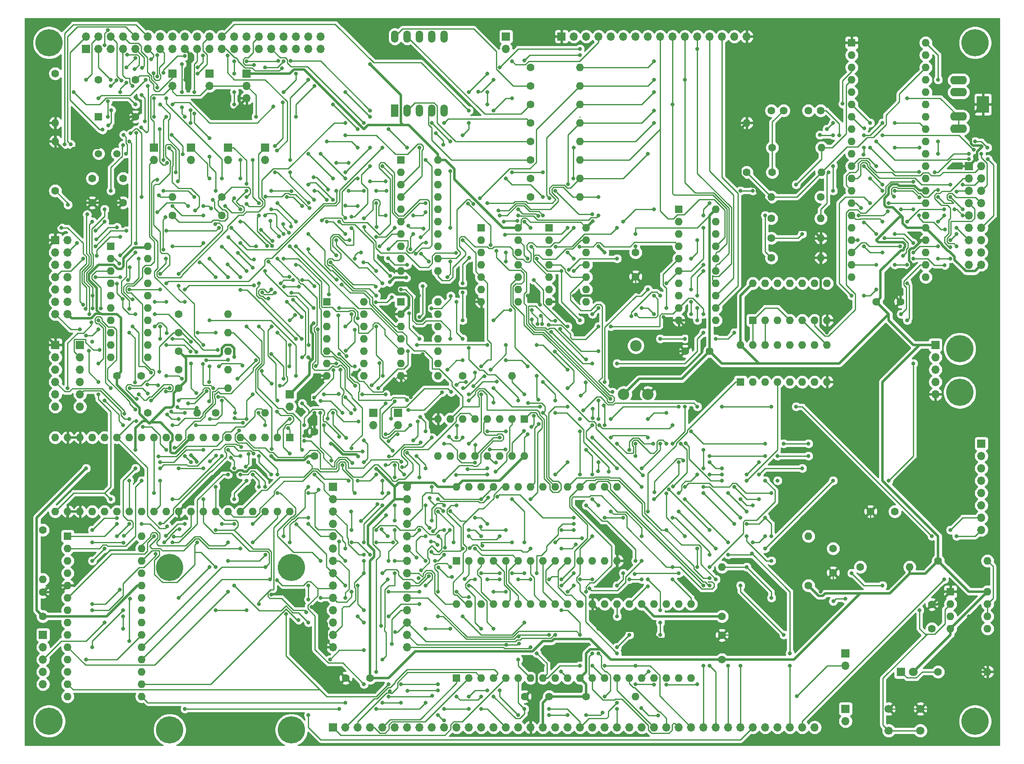
<source format=gtl>
G04 #@! TF.GenerationSoftware,KiCad,Pcbnew,5.1.9+dfsg1-1*
G04 #@! TF.CreationDate,2021-05-06T20:04:04+02:00*
G04 #@! TF.ProjectId,dtz80-complete,64747a38-302d-4636-9f6d-706c6574652e,rev?*
G04 #@! TF.SameCoordinates,Original*
G04 #@! TF.FileFunction,Copper,L1,Top*
G04 #@! TF.FilePolarity,Positive*
%FSLAX46Y46*%
G04 Gerber Fmt 4.6, Leading zero omitted, Abs format (unit mm)*
G04 Created by KiCad (PCBNEW 5.1.9+dfsg1-1) date 2021-05-06 20:04:04*
%MOMM*%
%LPD*%
G01*
G04 APERTURE LIST*
G04 #@! TA.AperFunction,ComponentPad*
%ADD10O,1.700000X1.700000*%
G04 #@! TD*
G04 #@! TA.AperFunction,ComponentPad*
%ADD11R,1.700000X1.700000*%
G04 #@! TD*
G04 #@! TA.AperFunction,ComponentPad*
%ADD12O,1.600000X1.600000*%
G04 #@! TD*
G04 #@! TA.AperFunction,ComponentPad*
%ADD13C,1.600000*%
G04 #@! TD*
G04 #@! TA.AperFunction,ComponentPad*
%ADD14R,1.600000X1.600000*%
G04 #@! TD*
G04 #@! TA.AperFunction,ComponentPad*
%ADD15R,1.524000X2.524000*%
G04 #@! TD*
G04 #@! TA.AperFunction,ComponentPad*
%ADD16O,1.524000X2.524000*%
G04 #@! TD*
G04 #@! TA.AperFunction,ComponentPad*
%ADD17C,5.600000*%
G04 #@! TD*
G04 #@! TA.AperFunction,ComponentPad*
%ADD18C,1.700000*%
G04 #@! TD*
G04 #@! TA.AperFunction,ComponentPad*
%ADD19C,2.340000*%
G04 #@! TD*
G04 #@! TA.AperFunction,ComponentPad*
%ADD20R,2.500000X3.500000*%
G04 #@! TD*
G04 #@! TA.AperFunction,ComponentPad*
%ADD21O,3.500000X1.750000*%
G04 #@! TD*
G04 #@! TA.AperFunction,ComponentPad*
%ADD22C,1.800000*%
G04 #@! TD*
G04 #@! TA.AperFunction,ComponentPad*
%ADD23R,1.800000X1.800000*%
G04 #@! TD*
G04 #@! TA.AperFunction,ComponentPad*
%ADD24C,1.500000*%
G04 #@! TD*
G04 #@! TA.AperFunction,ViaPad*
%ADD25C,0.800000*%
G04 #@! TD*
G04 #@! TA.AperFunction,Conductor*
%ADD26C,0.250000*%
G04 #@! TD*
G04 #@! TA.AperFunction,Conductor*
%ADD27C,0.500000*%
G04 #@! TD*
G04 #@! TA.AperFunction,Conductor*
%ADD28C,0.254000*%
G04 #@! TD*
G04 #@! TA.AperFunction,Conductor*
%ADD29C,0.100000*%
G04 #@! TD*
G04 APERTURE END LIST*
D10*
X109855000Y-109220000D03*
D11*
X109855000Y-106680000D03*
D12*
X138430000Y-99060000D03*
D13*
X128270000Y-99060000D03*
D10*
X114935000Y-109220000D03*
D11*
X114935000Y-106680000D03*
D10*
X116840000Y-121920000D03*
X101600000Y-154940000D03*
X116840000Y-124460000D03*
X101600000Y-152400000D03*
X116840000Y-127000000D03*
X101600000Y-149860000D03*
X116840000Y-129540000D03*
X101600000Y-147320000D03*
X116840000Y-132080000D03*
X101600000Y-144780000D03*
X116840000Y-134620000D03*
X101600000Y-142240000D03*
X116840000Y-137160000D03*
X101600000Y-139700000D03*
X116840000Y-139700000D03*
X101600000Y-137160000D03*
X116840000Y-142240000D03*
X101600000Y-134620000D03*
X116840000Y-144780000D03*
X101600000Y-132080000D03*
X116840000Y-147320000D03*
X101600000Y-129540000D03*
X116840000Y-149860000D03*
X101600000Y-127000000D03*
X116840000Y-152400000D03*
X101600000Y-124460000D03*
X116840000Y-154940000D03*
D11*
X101600000Y-121920000D03*
D12*
X123190000Y-54610000D03*
X115570000Y-77470000D03*
X123190000Y-57150000D03*
X115570000Y-74930000D03*
X123190000Y-59690000D03*
X115570000Y-72390000D03*
X123190000Y-62230000D03*
X115570000Y-69850000D03*
X123190000Y-64770000D03*
X115570000Y-67310000D03*
X123190000Y-67310000D03*
X115570000Y-64770000D03*
X123190000Y-69850000D03*
X115570000Y-62230000D03*
X123190000Y-72390000D03*
X115570000Y-59690000D03*
X123190000Y-74930000D03*
X115570000Y-57150000D03*
X123190000Y-77470000D03*
D14*
X115570000Y-54610000D03*
D15*
X114300000Y-44450000D03*
D16*
X116840000Y-44450000D03*
X119380000Y-44450000D03*
X121920000Y-44450000D03*
X124460000Y-44450000D03*
X124460000Y-29210000D03*
X121920000Y-29210000D03*
X119380000Y-29210000D03*
X116840000Y-29210000D03*
X114300000Y-29210000D03*
D17*
X230500000Y-102500000D03*
X230500000Y-93500000D03*
D12*
X92710000Y-127000000D03*
X44450000Y-111760000D03*
X90170000Y-127000000D03*
X46990000Y-111760000D03*
X87630000Y-127000000D03*
X49530000Y-111760000D03*
X85090000Y-127000000D03*
X52070000Y-111760000D03*
X82550000Y-127000000D03*
X54610000Y-111760000D03*
X80010000Y-127000000D03*
X57150000Y-111760000D03*
X77470000Y-127000000D03*
X59690000Y-111760000D03*
X74930000Y-127000000D03*
X62230000Y-111760000D03*
X72390000Y-127000000D03*
X64770000Y-111760000D03*
X69850000Y-127000000D03*
X67310000Y-111760000D03*
X67310000Y-127000000D03*
X69850000Y-111760000D03*
X64770000Y-127000000D03*
X72390000Y-111760000D03*
X62230000Y-127000000D03*
X74930000Y-111760000D03*
X59690000Y-127000000D03*
X77470000Y-111760000D03*
X57150000Y-127000000D03*
X80010000Y-111760000D03*
X54610000Y-127000000D03*
X82550000Y-111760000D03*
X52070000Y-127000000D03*
X85090000Y-111760000D03*
X49530000Y-127000000D03*
X87630000Y-111760000D03*
X46990000Y-127000000D03*
X90170000Y-111760000D03*
X44450000Y-127000000D03*
D14*
X92710000Y-111760000D03*
D17*
X93000000Y-172000000D03*
X93000000Y-138500000D03*
X68000000Y-172000000D03*
X68000000Y-138500000D03*
D12*
X127000000Y-121920000D03*
X160020000Y-137160000D03*
X129540000Y-121920000D03*
X157480000Y-137160000D03*
X132080000Y-121920000D03*
X154940000Y-137160000D03*
X134620000Y-121920000D03*
X152400000Y-137160000D03*
X137160000Y-121920000D03*
X149860000Y-137160000D03*
X139700000Y-121920000D03*
X147320000Y-137160000D03*
X142240000Y-121920000D03*
X144780000Y-137160000D03*
X144780000Y-121920000D03*
X142240000Y-137160000D03*
X147320000Y-121920000D03*
X139700000Y-137160000D03*
X149860000Y-121920000D03*
X137160000Y-137160000D03*
X152400000Y-121920000D03*
X134620000Y-137160000D03*
X154940000Y-121920000D03*
X132080000Y-137160000D03*
X157480000Y-121920000D03*
X129540000Y-137160000D03*
X160020000Y-121920000D03*
D14*
X127000000Y-137160000D03*
D12*
X127000000Y-146050000D03*
X175260000Y-161290000D03*
X129540000Y-146050000D03*
X172720000Y-161290000D03*
X132080000Y-146050000D03*
X170180000Y-161290000D03*
X134620000Y-146050000D03*
X167640000Y-161290000D03*
X137160000Y-146050000D03*
X165100000Y-161290000D03*
X139700000Y-146050000D03*
X162560000Y-161290000D03*
X142240000Y-146050000D03*
X160020000Y-161290000D03*
X144780000Y-146050000D03*
X157480000Y-161290000D03*
X147320000Y-146050000D03*
X154940000Y-161290000D03*
X149860000Y-146050000D03*
X152400000Y-161290000D03*
X152400000Y-146050000D03*
X149860000Y-161290000D03*
X154940000Y-146050000D03*
X147320000Y-161290000D03*
X157480000Y-146050000D03*
X144780000Y-161290000D03*
X160020000Y-146050000D03*
X142240000Y-161290000D03*
X162560000Y-146050000D03*
X139700000Y-161290000D03*
X165100000Y-146050000D03*
X137160000Y-161290000D03*
X167640000Y-146050000D03*
X134620000Y-161290000D03*
X170180000Y-146050000D03*
X132080000Y-161290000D03*
X172720000Y-146050000D03*
X129540000Y-161290000D03*
X175260000Y-146050000D03*
D14*
X127000000Y-161290000D03*
D17*
X233680000Y-170180000D03*
X43180000Y-170180000D03*
X43180000Y-30480000D03*
X233680000Y-30480000D03*
D10*
X225500000Y-102870000D03*
X225500000Y-100330000D03*
X225500000Y-97790000D03*
X225500000Y-95250000D03*
D11*
X225500000Y-92710000D03*
D12*
X181610000Y-138430000D03*
D13*
X181610000Y-148590000D03*
D18*
X215900000Y-167640000D03*
X222400000Y-167640000D03*
X215900000Y-172140000D03*
X222400000Y-172140000D03*
D19*
X166370000Y-102870000D03*
X163870000Y-92870000D03*
X161370000Y-102870000D03*
D10*
X186690000Y-29210000D03*
X184150000Y-29210000D03*
X181610000Y-29210000D03*
X179070000Y-29210000D03*
X176530000Y-29210000D03*
X173990000Y-29210000D03*
X171450000Y-29210000D03*
X168910000Y-29210000D03*
X166370000Y-29210000D03*
X163830000Y-29210000D03*
X161290000Y-29210000D03*
X158750000Y-29210000D03*
X156210000Y-29210000D03*
X153670000Y-29210000D03*
X151130000Y-29210000D03*
D11*
X148590000Y-29210000D03*
D12*
X187960000Y-80010000D03*
X203200000Y-87630000D03*
X190500000Y-80010000D03*
X200660000Y-87630000D03*
X193040000Y-80010000D03*
X198120000Y-87630000D03*
X195580000Y-80010000D03*
X195580000Y-87630000D03*
X198120000Y-80010000D03*
X193040000Y-87630000D03*
X200660000Y-80010000D03*
X190500000Y-87630000D03*
X203200000Y-80010000D03*
D14*
X187960000Y-87630000D03*
D12*
X185420000Y-92710000D03*
X203200000Y-100330000D03*
X187960000Y-92710000D03*
X200660000Y-100330000D03*
X190500000Y-92710000D03*
X198120000Y-100330000D03*
X193040000Y-92710000D03*
X195580000Y-100330000D03*
X195580000Y-92710000D03*
X193040000Y-100330000D03*
X198120000Y-92710000D03*
X190500000Y-100330000D03*
X200660000Y-92710000D03*
X187960000Y-100330000D03*
X203200000Y-92710000D03*
D14*
X185420000Y-100330000D03*
D12*
X223520000Y-30480000D03*
X208280000Y-78740000D03*
X223520000Y-33020000D03*
X208280000Y-76200000D03*
X223520000Y-35560000D03*
X208280000Y-73660000D03*
X223520000Y-38100000D03*
X208280000Y-71120000D03*
X223520000Y-40640000D03*
X208280000Y-68580000D03*
X223520000Y-43180000D03*
X208280000Y-66040000D03*
X223520000Y-45720000D03*
X208280000Y-63500000D03*
X223520000Y-48260000D03*
X208280000Y-60960000D03*
X223520000Y-50800000D03*
X208280000Y-58420000D03*
X223520000Y-53340000D03*
X208280000Y-55880000D03*
X223520000Y-55880000D03*
X208280000Y-53340000D03*
X223520000Y-58420000D03*
X208280000Y-50800000D03*
X223520000Y-60960000D03*
X208280000Y-48260000D03*
X223520000Y-63500000D03*
X208280000Y-45720000D03*
X223520000Y-66040000D03*
X208280000Y-43180000D03*
X223520000Y-68580000D03*
X208280000Y-40640000D03*
X223520000Y-71120000D03*
X208280000Y-38100000D03*
X223520000Y-73660000D03*
X208280000Y-35560000D03*
X223520000Y-76200000D03*
X208280000Y-33020000D03*
X223520000Y-78740000D03*
D14*
X208280000Y-30480000D03*
D12*
X236220000Y-160020000D03*
D13*
X226060000Y-160020000D03*
D12*
X191770000Y-62230000D03*
D13*
X201930000Y-62230000D03*
D12*
X202100000Y-57150000D03*
D13*
X191940000Y-57150000D03*
D12*
X202100000Y-52070000D03*
D13*
X191940000Y-52070000D03*
D12*
X201930000Y-66670000D03*
D13*
X191770000Y-66670000D03*
D12*
X186690000Y-46990000D03*
D13*
X186690000Y-57150000D03*
D12*
X201930000Y-74770000D03*
D13*
X191770000Y-74770000D03*
D12*
X201930000Y-70720000D03*
D13*
X191770000Y-70720000D03*
D10*
X207010000Y-158750000D03*
D11*
X207010000Y-156210000D03*
D10*
X207010000Y-170180000D03*
D11*
X207010000Y-167640000D03*
D10*
X234950000Y-76200000D03*
X232410000Y-76200000D03*
X234950000Y-73660000D03*
X232410000Y-73660000D03*
X234950000Y-71120000D03*
X232410000Y-71120000D03*
X234950000Y-68580000D03*
X232410000Y-68580000D03*
X234950000Y-66040000D03*
X232410000Y-66040000D03*
X234950000Y-63500000D03*
X232410000Y-63500000D03*
X234950000Y-60960000D03*
X232410000Y-60960000D03*
X234950000Y-58420000D03*
X232410000Y-58420000D03*
X234950000Y-55880000D03*
D11*
X232410000Y-55880000D03*
D20*
X235276000Y-43180000D03*
D21*
X230270000Y-48180000D03*
X230270000Y-38180000D03*
X230270000Y-45680000D03*
X230270000Y-40680000D03*
D22*
X220980000Y-160020000D03*
D23*
X218440000Y-160020000D03*
D13*
X62150000Y-99060000D03*
X57150000Y-99060000D03*
X41910000Y-143590000D03*
X41910000Y-148590000D03*
X97790000Y-110570000D03*
X97790000Y-115570000D03*
X194270000Y-44450000D03*
X191770000Y-44450000D03*
X201890000Y-44450000D03*
X199390000Y-44450000D03*
D24*
X57140000Y-53340000D03*
X53340000Y-53340000D03*
D13*
X60960000Y-45720000D03*
X60960000Y-38100000D03*
X53340000Y-38100000D03*
D14*
X53340000Y-45720000D03*
D12*
X63500000Y-72390000D03*
X55880000Y-95250000D03*
X63500000Y-74930000D03*
X55880000Y-92710000D03*
X63500000Y-77470000D03*
X55880000Y-90170000D03*
X63500000Y-80010000D03*
X55880000Y-87630000D03*
X63500000Y-82550000D03*
X55880000Y-85090000D03*
X63500000Y-85090000D03*
X55880000Y-82550000D03*
X63500000Y-87630000D03*
X55880000Y-80010000D03*
X63500000Y-90170000D03*
X55880000Y-77470000D03*
X63500000Y-92710000D03*
X55880000Y-74930000D03*
X63500000Y-95250000D03*
D14*
X55880000Y-72390000D03*
D12*
X236220000Y-143510000D03*
X228600000Y-151130000D03*
X236220000Y-146050000D03*
X228600000Y-148590000D03*
X236220000Y-148590000D03*
X228600000Y-146050000D03*
X236220000Y-151130000D03*
D14*
X228600000Y-143510000D03*
D12*
X107950000Y-83820000D03*
X100330000Y-99060000D03*
X107950000Y-86360000D03*
X100330000Y-96520000D03*
X107950000Y-88900000D03*
X100330000Y-93980000D03*
X107950000Y-91440000D03*
X100330000Y-91440000D03*
X107950000Y-93980000D03*
X100330000Y-88900000D03*
X107950000Y-96520000D03*
X100330000Y-86360000D03*
X107950000Y-99060000D03*
D14*
X100330000Y-83820000D03*
D12*
X180340000Y-64770000D03*
X172720000Y-87630000D03*
X180340000Y-67310000D03*
X172720000Y-85090000D03*
X180340000Y-69850000D03*
X172720000Y-82550000D03*
X180340000Y-72390000D03*
X172720000Y-80010000D03*
X180340000Y-74930000D03*
X172720000Y-77470000D03*
X180340000Y-77470000D03*
X172720000Y-74930000D03*
X180340000Y-80010000D03*
X172720000Y-72390000D03*
X180340000Y-82550000D03*
X172720000Y-69850000D03*
X180340000Y-85090000D03*
X172720000Y-67310000D03*
X180340000Y-87630000D03*
D14*
X172720000Y-64770000D03*
D12*
X140970000Y-115570000D03*
X123190000Y-107950000D03*
X138430000Y-115570000D03*
X125730000Y-107950000D03*
X135890000Y-115570000D03*
X128270000Y-107950000D03*
X133350000Y-115570000D03*
X130810000Y-107950000D03*
X130810000Y-115570000D03*
X133350000Y-107950000D03*
X128270000Y-115570000D03*
X135890000Y-107950000D03*
X125730000Y-115570000D03*
X138430000Y-107950000D03*
X123190000Y-115570000D03*
D14*
X140970000Y-107950000D03*
D12*
X139700000Y-68580000D03*
X132080000Y-83820000D03*
X139700000Y-71120000D03*
X132080000Y-81280000D03*
X139700000Y-73660000D03*
X132080000Y-78740000D03*
X139700000Y-76200000D03*
X132080000Y-76200000D03*
X139700000Y-78740000D03*
X132080000Y-73660000D03*
X139700000Y-81280000D03*
X132080000Y-71120000D03*
X139700000Y-83820000D03*
D14*
X132080000Y-68580000D03*
D12*
X123190000Y-83820000D03*
X115570000Y-99060000D03*
X123190000Y-86360000D03*
X115570000Y-96520000D03*
X123190000Y-88900000D03*
X115570000Y-93980000D03*
X123190000Y-91440000D03*
X115570000Y-91440000D03*
X123190000Y-93980000D03*
X115570000Y-88900000D03*
X123190000Y-96520000D03*
X115570000Y-86360000D03*
X123190000Y-99060000D03*
D14*
X115570000Y-83820000D03*
D12*
X153670000Y-68580000D03*
X146050000Y-83820000D03*
X153670000Y-71120000D03*
X146050000Y-81280000D03*
X153670000Y-73660000D03*
X146050000Y-78740000D03*
X153670000Y-76200000D03*
X146050000Y-76200000D03*
X153670000Y-78740000D03*
X146050000Y-73660000D03*
X153670000Y-81280000D03*
X146050000Y-71120000D03*
X153670000Y-83820000D03*
D14*
X146050000Y-68580000D03*
D12*
X80010000Y-90170000D03*
D13*
X69850000Y-90170000D03*
D12*
X41910000Y-140970000D03*
D13*
X41910000Y-130810000D03*
D12*
X80010000Y-97790000D03*
D13*
X69850000Y-97790000D03*
D12*
X44450000Y-50800000D03*
D13*
X44450000Y-60960000D03*
D12*
X152400000Y-35560000D03*
D13*
X142240000Y-35560000D03*
D12*
X152400000Y-39370000D03*
D13*
X142240000Y-39370000D03*
D12*
X152400000Y-43180000D03*
D13*
X142240000Y-43180000D03*
D12*
X152400000Y-46990000D03*
D13*
X142240000Y-46990000D03*
D12*
X152400000Y-50800000D03*
D13*
X142240000Y-50800000D03*
D12*
X152400000Y-54610000D03*
D13*
X142240000Y-54610000D03*
D12*
X163830000Y-165100000D03*
D13*
X153670000Y-165100000D03*
D12*
X152400000Y-58420000D03*
D13*
X142240000Y-58420000D03*
D12*
X152400000Y-62230000D03*
D13*
X142240000Y-62230000D03*
D12*
X236220000Y-137160000D03*
D13*
X226060000Y-137160000D03*
D12*
X199390000Y-132080000D03*
D13*
X199390000Y-142240000D03*
D12*
X220210000Y-138430000D03*
D13*
X210050000Y-138430000D03*
D12*
X80010000Y-86360000D03*
D13*
X69850000Y-86360000D03*
D12*
X73660000Y-106680000D03*
D13*
X63500000Y-106680000D03*
D12*
X80010000Y-93980000D03*
D13*
X69850000Y-93980000D03*
D12*
X87630000Y-106680000D03*
D13*
X77470000Y-106680000D03*
D12*
X80010000Y-101600000D03*
D13*
X69850000Y-101600000D03*
D12*
X44450000Y-46990000D03*
D13*
X44450000Y-36830000D03*
D12*
X78740000Y-66040000D03*
D13*
X68580000Y-66040000D03*
D12*
X68580000Y-62230000D03*
D13*
X78740000Y-62230000D03*
D10*
X137160000Y-31750000D03*
D11*
X137160000Y-29210000D03*
D10*
X76200000Y-39370000D03*
D11*
X76200000Y-36830000D03*
D10*
X68580000Y-39370000D03*
D11*
X68580000Y-36830000D03*
D10*
X87630000Y-54610000D03*
D11*
X87630000Y-52070000D03*
D10*
X80010000Y-54610000D03*
D11*
X80010000Y-52070000D03*
D10*
X72390000Y-54610000D03*
D11*
X72390000Y-52070000D03*
D10*
X64770000Y-54610000D03*
D11*
X64770000Y-52070000D03*
D10*
X92710000Y-105410000D03*
D11*
X92710000Y-102870000D03*
D10*
X99060000Y-29210000D03*
X99060000Y-31750000D03*
X96520000Y-29210000D03*
X96520000Y-31750000D03*
X93980000Y-29210000D03*
X93980000Y-31750000D03*
X91440000Y-29210000D03*
X91440000Y-31750000D03*
X88900000Y-29210000D03*
X88900000Y-31750000D03*
X86360000Y-29210000D03*
X86360000Y-31750000D03*
X83820000Y-29210000D03*
X83820000Y-31750000D03*
X81280000Y-29210000D03*
X81280000Y-31750000D03*
X78740000Y-29210000D03*
X78740000Y-31750000D03*
X76200000Y-29210000D03*
X76200000Y-31750000D03*
X73660000Y-29210000D03*
X73660000Y-31750000D03*
X71120000Y-29210000D03*
X71120000Y-31750000D03*
X68580000Y-29210000D03*
X68580000Y-31750000D03*
X66040000Y-29210000D03*
X66040000Y-31750000D03*
X63500000Y-29210000D03*
X63500000Y-31750000D03*
X60960000Y-29210000D03*
X60960000Y-31750000D03*
X58420000Y-29210000D03*
X58420000Y-31750000D03*
X55880000Y-29210000D03*
X55880000Y-31750000D03*
X53340000Y-29210000D03*
X53340000Y-31750000D03*
X50800000Y-29210000D03*
D11*
X50800000Y-31750000D03*
D10*
X83820000Y-41910000D03*
X83820000Y-39370000D03*
D11*
X83820000Y-36830000D03*
D10*
X234950000Y-130810000D03*
X234950000Y-128270000D03*
X234950000Y-125730000D03*
X234950000Y-123190000D03*
X234950000Y-120650000D03*
X234950000Y-118110000D03*
X234950000Y-115570000D03*
D11*
X234950000Y-113030000D03*
D10*
X44450000Y-105410000D03*
X44450000Y-102870000D03*
X44450000Y-100330000D03*
X44450000Y-97790000D03*
X44450000Y-95250000D03*
D11*
X44450000Y-92710000D03*
D10*
X200660000Y-171450000D03*
X198120000Y-171450000D03*
X195580000Y-171450000D03*
X193040000Y-171450000D03*
X190500000Y-171450000D03*
X187960000Y-171450000D03*
X185420000Y-171450000D03*
X182880000Y-171450000D03*
X180340000Y-171450000D03*
X177800000Y-171450000D03*
X175260000Y-171450000D03*
X172720000Y-171450000D03*
X170180000Y-171450000D03*
X167640000Y-171450000D03*
X165100000Y-171450000D03*
X162560000Y-171450000D03*
X160020000Y-171450000D03*
X157480000Y-171450000D03*
X154940000Y-171450000D03*
X152400000Y-171450000D03*
X149860000Y-171450000D03*
X147320000Y-171450000D03*
X144780000Y-171450000D03*
X142240000Y-171450000D03*
X139700000Y-171450000D03*
X137160000Y-171450000D03*
X134620000Y-171450000D03*
X132080000Y-171450000D03*
X129540000Y-171450000D03*
X127000000Y-171450000D03*
X124460000Y-171450000D03*
X121920000Y-171450000D03*
X119380000Y-171450000D03*
X116840000Y-171450000D03*
X114300000Y-171450000D03*
X111760000Y-171450000D03*
X109220000Y-171450000D03*
X106680000Y-171450000D03*
X104140000Y-171450000D03*
D11*
X101600000Y-171450000D03*
D10*
X46990000Y-86360000D03*
X44450000Y-86360000D03*
X46990000Y-83820000D03*
X44450000Y-83820000D03*
X46990000Y-81280000D03*
X44450000Y-81280000D03*
X46990000Y-78740000D03*
X44450000Y-78740000D03*
X46990000Y-76200000D03*
X44450000Y-76200000D03*
X46990000Y-73660000D03*
X44450000Y-73660000D03*
X46990000Y-71120000D03*
D11*
X44450000Y-71120000D03*
D10*
X41910000Y-162560000D03*
X41910000Y-160020000D03*
X41910000Y-157480000D03*
X41910000Y-154940000D03*
D11*
X41910000Y-152400000D03*
D10*
X49530000Y-105410000D03*
X49530000Y-102870000D03*
X49530000Y-100330000D03*
X49530000Y-97790000D03*
X49530000Y-95250000D03*
D11*
X49530000Y-92710000D03*
D12*
X62230000Y-132080000D03*
X46990000Y-165100000D03*
X62230000Y-134620000D03*
X46990000Y-162560000D03*
X62230000Y-137160000D03*
X46990000Y-160020000D03*
X62230000Y-139700000D03*
X46990000Y-157480000D03*
X62230000Y-142240000D03*
X46990000Y-154940000D03*
X62230000Y-144780000D03*
X46990000Y-152400000D03*
X62230000Y-147320000D03*
X46990000Y-149860000D03*
X62230000Y-149860000D03*
X46990000Y-147320000D03*
X62230000Y-152400000D03*
X46990000Y-144780000D03*
X62230000Y-154940000D03*
X46990000Y-142240000D03*
X62230000Y-157480000D03*
X46990000Y-139700000D03*
X62230000Y-160020000D03*
X46990000Y-137160000D03*
X62230000Y-162560000D03*
X46990000Y-134620000D03*
X62230000Y-165100000D03*
D14*
X46990000Y-132080000D03*
D13*
X141050000Y-165100000D03*
X146050000Y-165100000D03*
X218360000Y-83820000D03*
X213360000Y-83820000D03*
X217170000Y-127000000D03*
X212170000Y-127000000D03*
X224790000Y-146130000D03*
X224790000Y-151130000D03*
X204470000Y-139620000D03*
X204470000Y-134620000D03*
X104220000Y-161290000D03*
X109220000Y-161290000D03*
X163830000Y-78660000D03*
X163830000Y-73660000D03*
X181610000Y-152480000D03*
X181610000Y-157480000D03*
X174070000Y-93980000D03*
X179070000Y-93980000D03*
X58420000Y-63420000D03*
X58420000Y-58420000D03*
X52070000Y-63420000D03*
X52070000Y-58420000D03*
D25*
X218000000Y-122000000D03*
X214500000Y-123500000D03*
X201930000Y-143510000D03*
X193040000Y-152400000D03*
X144780000Y-158750000D03*
X146050000Y-157480000D03*
X152400000Y-154940000D03*
X156210000Y-151130000D03*
X232410000Y-148590000D03*
X80010000Y-45720000D03*
X46990000Y-114300000D03*
X46990000Y-118110000D03*
X157480000Y-142240000D03*
X97790000Y-106680000D03*
X87449988Y-119337816D03*
X151130000Y-82550000D03*
X212090000Y-132080000D03*
X95635727Y-111417092D03*
X105670045Y-98864135D03*
X203200000Y-90170000D03*
X71210010Y-38100000D03*
X97597885Y-104532442D03*
X166370000Y-95250000D03*
X117566492Y-103458666D03*
X97155000Y-146685000D03*
X95250000Y-146050000D03*
X88900000Y-144145000D03*
X84455000Y-122555000D03*
X85090000Y-120650000D03*
X169545000Y-86995000D03*
X164465000Y-81915000D03*
X120015000Y-94615000D03*
X121285000Y-90805000D03*
X121285000Y-88900000D03*
X120916998Y-86716006D03*
X141605000Y-82550000D03*
X144145000Y-84455000D03*
X65779030Y-61925359D03*
X137160000Y-73660000D03*
X137160000Y-75565000D03*
X125730000Y-75565000D03*
X125095000Y-78740000D03*
X120015000Y-80645000D03*
X119380000Y-86995000D03*
X88265000Y-75565000D03*
X85725000Y-72390000D03*
X80645000Y-68580000D03*
X74930000Y-66040000D03*
X68580000Y-64135000D03*
X110393499Y-80695817D03*
X101086635Y-75686635D03*
X92637885Y-78649990D03*
X66675000Y-60960000D03*
X73025000Y-62230000D03*
X76835000Y-62865000D03*
X96520000Y-95250000D03*
X163830000Y-72390000D03*
X163830000Y-69850000D03*
X60960000Y-114300000D03*
X50800000Y-118110000D03*
X88900000Y-115570000D03*
X106777367Y-115667367D03*
X72347816Y-115389988D03*
X73562634Y-116742634D03*
X157480000Y-73660000D03*
X156210000Y-72390000D03*
X155015169Y-67234839D03*
X116655724Y-78834979D03*
X226060000Y-53340000D03*
X226060000Y-50800000D03*
X226060000Y-38100000D03*
X116840000Y-124460000D03*
X116840000Y-121920000D03*
X101134976Y-113054226D03*
X97565161Y-88284841D03*
X110490000Y-118200010D03*
X81280000Y-95159990D03*
X109220000Y-34925000D03*
X113225865Y-79814135D03*
X141605000Y-111125000D03*
X142875000Y-107315000D03*
X140970000Y-102870000D03*
X142375526Y-109544141D03*
X208280000Y-139700000D03*
X214630000Y-142240000D03*
X222250000Y-147320000D03*
X160020000Y-156210000D03*
X151130000Y-130810000D03*
X148590000Y-130810000D03*
X137160000Y-130810000D03*
X154940000Y-132080000D03*
X157480000Y-128270000D03*
X161290000Y-128270000D03*
X167640000Y-124460000D03*
X172720000Y-116840000D03*
X171450000Y-113030000D03*
X173990000Y-105410000D03*
X176530000Y-87630000D03*
X176530000Y-85090000D03*
X176530000Y-82550000D03*
X177800000Y-77470000D03*
X175260000Y-74930000D03*
X176530000Y-71120000D03*
X156210000Y-66040000D03*
X139700000Y-66040000D03*
X77470000Y-147320000D03*
X83820000Y-147320000D03*
X86360000Y-146050000D03*
X131951857Y-130179977D03*
X123232774Y-132130100D03*
X119184135Y-140774135D03*
X119724528Y-139160737D03*
X96099234Y-147727558D03*
X146050000Y-167640000D03*
X140970000Y-167640000D03*
X160020000Y-166370000D03*
X163830000Y-162560000D03*
X167640000Y-162690003D03*
X170180000Y-162690003D03*
X176530000Y-162560000D03*
X186690000Y-127000000D03*
X182880000Y-123190000D03*
X181610000Y-120650000D03*
X134620000Y-165100000D03*
X132080000Y-165100000D03*
X127000000Y-165100000D03*
X123190000Y-163830000D03*
X115570000Y-166370000D03*
X111760000Y-166370000D03*
X104140000Y-166370000D03*
X116937367Y-163927367D03*
X174108772Y-112952980D03*
X74812398Y-33126751D03*
X73750010Y-35560000D03*
X72299990Y-44377885D03*
X72299990Y-46990000D03*
X61219256Y-103824753D03*
X154940000Y-156210000D03*
X107950000Y-137160000D03*
X138430000Y-133350000D03*
X147320000Y-133350000D03*
X152839135Y-132519136D03*
X107950000Y-139700000D03*
X156210000Y-125730000D03*
X154940000Y-124460000D03*
X163830000Y-115570000D03*
X163830000Y-113030000D03*
X158750000Y-107950000D03*
X172720000Y-105410000D03*
X175260000Y-86360000D03*
X175260000Y-83820000D03*
X175260000Y-81280000D03*
X177800000Y-76200000D03*
X156210000Y-116840000D03*
X156111474Y-118740023D03*
X152324839Y-72465161D03*
X82550000Y-134620000D03*
X85090000Y-133350000D03*
X104140000Y-49530000D03*
X132270891Y-134053032D03*
X139700000Y-157480000D03*
X151130000Y-129540000D03*
X143510000Y-139700000D03*
X177800000Y-158750000D03*
X177800000Y-142240000D03*
X137251000Y-154475043D03*
X139826952Y-154183375D03*
X160020000Y-118110000D03*
X154940000Y-109220000D03*
X156210000Y-104140000D03*
X167640000Y-82550000D03*
X170180000Y-80010000D03*
X111760000Y-55880000D03*
X107950000Y-46990000D03*
X57150000Y-129540000D03*
X62230000Y-129540000D03*
X80010000Y-133350000D03*
X85090000Y-129540000D03*
X163927366Y-86457366D03*
X156210000Y-93980000D03*
X120650000Y-63500000D03*
X177800000Y-68580000D03*
X177800000Y-66040000D03*
X179070000Y-63500000D03*
X185420000Y-60960000D03*
X187960000Y-60960000D03*
X204470000Y-49530000D03*
X210820000Y-49530000D03*
X214630000Y-46990000D03*
X217170000Y-46990000D03*
X201749988Y-49487816D03*
X133983678Y-72146818D03*
X135195149Y-73358288D03*
X156198481Y-107996153D03*
X129384086Y-63608229D03*
X147260641Y-87720963D03*
X148318974Y-89415706D03*
X123190000Y-148590000D03*
X146050000Y-152400000D03*
X148514835Y-159944843D03*
X148590000Y-140970000D03*
X182880000Y-158750000D03*
X139758365Y-152733364D03*
X179070000Y-140747806D03*
X152400000Y-119380000D03*
X152400000Y-110490000D03*
X152400000Y-107950000D03*
X168910000Y-82550000D03*
X155025260Y-105869966D03*
X155014051Y-107769988D03*
X162974161Y-86774161D03*
X52070000Y-133350000D03*
X71120000Y-129540000D03*
X78740000Y-129540000D03*
X81280000Y-129540000D03*
X58517367Y-133447367D03*
X153670000Y-95689413D03*
X116840000Y-76200000D03*
X152580012Y-103169668D03*
X104140000Y-69850000D03*
X100330000Y-67310000D03*
X91440000Y-40640000D03*
X93980000Y-36830000D03*
X67217510Y-131987519D03*
X100965000Y-157480000D03*
X107950000Y-155575000D03*
X113665000Y-154305000D03*
X112941406Y-74868272D03*
X96616500Y-63449183D03*
X89629979Y-57150000D03*
X89629979Y-51716902D03*
X91218216Y-42744935D03*
X153568294Y-100431706D03*
X142510008Y-87453341D03*
X173990000Y-124460000D03*
X182880000Y-133350000D03*
X80010000Y-143510000D03*
X96520000Y-116840000D03*
X92710000Y-72390000D03*
X79892412Y-33126738D03*
X102714712Y-86600589D03*
X90496198Y-70352125D03*
X88681999Y-67137682D03*
X90079990Y-52713908D03*
X105319990Y-106752115D03*
X104335160Y-95054840D03*
X103068572Y-97783388D03*
X100748111Y-82329445D03*
X198120000Y-118110000D03*
X189230000Y-119380000D03*
X181610000Y-118110000D03*
X179070000Y-116840000D03*
X167682184Y-123009988D03*
X173661081Y-116501783D03*
X110490000Y-119380000D03*
X124460000Y-113030000D03*
X130810000Y-116970003D03*
X135109242Y-116934979D03*
X104775000Y-120650000D03*
X106680000Y-120650000D03*
X119575160Y-112834840D03*
X113120002Y-115660002D03*
X67462026Y-130087497D03*
X61130585Y-108414536D03*
X69585100Y-105496471D03*
X73563923Y-105661252D03*
X146050000Y-140970000D03*
X142240000Y-140970000D03*
X139700000Y-140970000D03*
X135890000Y-140970000D03*
X133350000Y-140970000D03*
X129540000Y-144649997D03*
X127000000Y-143510000D03*
X119380000Y-143510000D03*
X113030000Y-143510000D03*
X105410000Y-143510000D03*
X166370000Y-127000000D03*
X165100000Y-132080000D03*
X153627172Y-143549865D03*
X77470000Y-130810000D03*
X59690000Y-153670000D03*
X59841803Y-144931802D03*
X77470000Y-121920000D03*
X72390000Y-96520000D03*
X67310000Y-92710000D03*
X66040000Y-91440000D03*
X66040000Y-88900000D03*
X70016280Y-130643720D03*
X76242183Y-116659989D03*
X77527421Y-115485127D03*
X72317180Y-94052820D03*
X59780010Y-76733249D03*
X57629979Y-75935488D03*
X57785000Y-74295000D03*
X59690000Y-50800000D03*
X55245000Y-45720000D03*
X55245000Y-42545000D03*
X54610001Y-31050283D03*
X55231540Y-27913079D03*
X66880357Y-133349992D03*
X73464135Y-102674135D03*
X59427599Y-79357279D03*
X99060000Y-144780000D03*
X88645678Y-140960359D03*
X52070000Y-130810000D03*
X57150000Y-128400003D03*
X59690000Y-120650000D03*
X165100000Y-137160000D03*
X151130000Y-142240000D03*
X149860000Y-143510000D03*
X154359156Y-142868526D03*
X132080000Y-167640000D03*
X129540000Y-167640000D03*
X124460000Y-167640000D03*
X113030000Y-165100000D03*
X107950000Y-162560000D03*
X121962183Y-164919989D03*
X74930000Y-124460000D03*
X72390000Y-116840000D03*
X71120000Y-115570000D03*
X69850000Y-107950000D03*
X53340000Y-87630000D03*
X70485000Y-34925000D03*
X70485000Y-40640000D03*
X70485000Y-43815000D03*
X71120000Y-45720000D03*
X69215000Y-57150000D03*
X66040000Y-78105000D03*
X53860022Y-85180010D03*
X55880000Y-101600000D03*
X59724447Y-101600000D03*
X63490619Y-102753335D03*
X67487158Y-107007783D03*
X90095689Y-141145161D03*
X87720010Y-138430000D03*
X171450000Y-140970000D03*
X171450000Y-138430000D03*
X158750000Y-127000000D03*
X147320000Y-106680000D03*
X147320000Y-104140000D03*
X144780000Y-100330000D03*
X158305742Y-118798938D03*
X151130000Y-74930000D03*
X149860000Y-73660000D03*
X64770000Y-132080000D03*
X68844779Y-132206951D03*
X81280000Y-34290000D03*
X81280000Y-36830000D03*
X81280000Y-40640000D03*
X81280000Y-43180000D03*
X85090000Y-54610000D03*
X86360000Y-63500000D03*
X88900000Y-64770000D03*
X102870000Y-85090000D03*
X106038982Y-89596864D03*
X106671330Y-87195847D03*
X92905160Y-68384840D03*
X97579967Y-85090000D03*
X104212820Y-93907180D03*
X93052781Y-81964834D03*
X127000000Y-100965000D03*
X128905000Y-100330000D03*
X134620000Y-101600000D03*
X144145000Y-105410000D03*
X96520000Y-168910000D03*
X64770000Y-123190000D03*
X65684968Y-115674636D03*
X68580000Y-109220000D03*
X66040000Y-120650000D03*
X160020000Y-148590000D03*
X156210000Y-156210000D03*
X157480000Y-165100000D03*
X193040000Y-120650000D03*
X172720000Y-139700000D03*
X161290000Y-139700000D03*
X160020000Y-142240000D03*
X173990000Y-121920000D03*
X191770000Y-123190000D03*
X163634136Y-139895865D03*
X52070000Y-154940000D03*
X58420000Y-147320000D03*
X60960000Y-118110000D03*
X66040000Y-116840000D03*
X74930000Y-114300000D03*
X58600012Y-132037816D03*
X106832737Y-108494995D03*
X100455464Y-107898748D03*
X73025000Y-40640000D03*
X73025000Y-45085000D03*
X76200000Y-50165000D03*
X76200000Y-53975000D03*
X77470000Y-60960000D03*
X69850000Y-78105000D03*
X74930000Y-92710000D03*
X76200000Y-97155000D03*
X76062735Y-100334977D03*
X69850000Y-80554990D03*
X77397885Y-67872885D03*
X113026351Y-112517349D03*
X114844990Y-111125000D03*
X69010011Y-113937903D03*
X52070000Y-147320000D03*
X68580000Y-133350000D03*
X80010000Y-119380000D03*
X81280000Y-118110000D03*
X80576929Y-115892249D03*
X65068428Y-135781251D03*
X123190000Y-124460000D03*
X151130000Y-128270000D03*
X153670000Y-125730000D03*
X163830000Y-137160000D03*
X166370000Y-140970000D03*
X168910000Y-147320000D03*
X168910000Y-149860000D03*
X168910000Y-152400000D03*
X166475626Y-159975304D03*
X135375929Y-123945930D03*
X133530012Y-124157349D03*
X115666501Y-116789183D03*
X154940000Y-158750000D03*
X152400000Y-152400000D03*
X148590000Y-147320000D03*
X185420000Y-158750000D03*
X180340000Y-140970000D03*
X177800000Y-86360000D03*
X177800000Y-114300000D03*
X177800000Y-118110000D03*
X176530000Y-119380000D03*
X172720000Y-123190000D03*
X170180000Y-130810000D03*
X158750000Y-88900000D03*
X52070000Y-137160000D03*
X54610000Y-134620000D03*
X57150000Y-132080000D03*
X59690000Y-129540000D03*
X68580000Y-124460000D03*
X78740000Y-115570000D03*
X83820000Y-107950000D03*
X85090000Y-102870000D03*
X92710000Y-92710000D03*
X92710000Y-87630000D03*
X81317493Y-107769989D03*
X120650000Y-54610000D03*
X116840000Y-52070000D03*
X113030000Y-48260000D03*
X109220000Y-45720000D03*
X104140000Y-40640000D03*
X156210000Y-88900000D03*
X93784840Y-86555160D03*
X118625269Y-73973055D03*
X145979375Y-88592330D03*
X92615021Y-97115337D03*
X147320000Y-152400000D03*
X179070000Y-158750000D03*
X179070000Y-142240000D03*
X166370000Y-81280000D03*
X157480000Y-100330000D03*
X157480000Y-109220000D03*
X153670000Y-114300000D03*
X154940000Y-119380000D03*
X62230000Y-120650000D03*
X66040000Y-118110000D03*
X105410000Y-130810000D03*
X105410000Y-133350000D03*
X109220000Y-135890000D03*
X112805674Y-140970004D03*
X102811135Y-111574184D03*
X82687721Y-113708001D03*
X95635727Y-109220000D03*
X101600000Y-58420000D03*
X96520000Y-53340000D03*
X87630000Y-35560000D03*
X91440000Y-34290000D03*
X111485011Y-150585000D03*
X105313499Y-127050817D03*
X114390010Y-151855000D03*
X157281281Y-105217695D03*
X111125000Y-72390000D03*
X107315000Y-73660000D03*
X106045000Y-74930000D03*
X97790000Y-80645000D03*
X95250000Y-79375000D03*
X93345000Y-79375000D03*
X90805000Y-80010000D03*
X88900000Y-81280000D03*
X88265000Y-83185000D03*
X88900000Y-94615000D03*
X91440000Y-99695000D03*
X95250000Y-104775000D03*
X157480000Y-158750000D03*
X152400000Y-158750000D03*
X142240000Y-154940000D03*
X143510000Y-156210000D03*
X163830000Y-158750000D03*
X165100000Y-118110000D03*
X168910000Y-113030000D03*
X166370000Y-107950000D03*
X170180000Y-106680000D03*
X170180000Y-85090000D03*
X160020000Y-74930000D03*
X104140000Y-58420000D03*
X99060000Y-53340000D03*
X85343248Y-35059289D03*
X150055865Y-77274135D03*
X66021323Y-129473639D03*
X85246219Y-115110198D03*
X92710000Y-107950000D03*
X104140000Y-88900000D03*
X105410000Y-86360000D03*
X121844830Y-85165170D03*
X97646288Y-103533602D03*
X125802115Y-82622115D03*
X110423719Y-83922843D03*
X113652346Y-82927665D03*
X101652680Y-97931102D03*
X160020000Y-154940000D03*
X162560000Y-152400000D03*
X191770000Y-144780000D03*
X166327816Y-142420012D03*
X124460000Y-169999997D03*
X123190000Y-168910000D03*
X120650000Y-166370000D03*
X110490000Y-167640000D03*
X102870000Y-167640000D03*
X71120000Y-167640000D03*
X220980000Y-96520000D03*
X215900000Y-120650000D03*
X204470000Y-120650000D03*
X190500000Y-134620000D03*
X186690000Y-138430000D03*
X58420000Y-151130000D03*
X58420000Y-148590000D03*
X55880000Y-124460000D03*
X53340000Y-102870000D03*
X53340000Y-100330000D03*
X53340000Y-41910000D03*
X71120000Y-33200003D03*
X50995865Y-65844135D03*
X50709990Y-85255328D03*
X66696694Y-36664781D03*
X63054966Y-38142189D03*
X51344990Y-93907885D03*
X142240000Y-134620000D03*
X148590000Y-134620000D03*
X151569134Y-133789135D03*
X129720011Y-134577817D03*
X147320000Y-60960000D03*
X144780000Y-57150000D03*
X138430000Y-57150000D03*
X119380000Y-52070000D03*
X77470000Y-138430000D03*
X81280000Y-142240000D03*
X96520000Y-149860000D03*
X110490000Y-63500000D03*
X90170000Y-90170000D03*
X87630000Y-109220000D03*
X86229997Y-106680000D03*
X73660000Y-133350000D03*
X81280000Y-124460000D03*
X83820000Y-120650000D03*
X83628869Y-117752843D03*
X84250012Y-115197358D03*
X154940008Y-65784832D03*
X92389043Y-109850022D03*
X110532183Y-68399989D03*
X90682660Y-101087340D03*
X69850000Y-144780000D03*
X76200000Y-138430000D03*
X80010000Y-137160000D03*
X91440000Y-132080000D03*
X96520000Y-121920000D03*
X116970003Y-93980000D03*
X119380000Y-91440000D03*
X117229977Y-86241061D03*
X111760000Y-80010000D03*
X102235000Y-71120000D03*
X95250000Y-64135000D03*
X92075000Y-62230000D03*
X85725000Y-45720000D03*
X110903237Y-101627028D03*
X87720010Y-135890000D03*
X52070000Y-146050000D03*
X57694990Y-143120208D03*
X54610000Y-149860000D03*
X50800000Y-157480000D03*
X189230000Y-124460000D03*
X184150000Y-121920000D03*
X181610000Y-119380000D03*
X179070000Y-119380000D03*
X166370000Y-111760000D03*
X158750000Y-111760000D03*
X135890000Y-111760000D03*
X96520000Y-142240000D03*
X121920000Y-111760000D03*
X128270000Y-111760000D03*
X130894767Y-113336963D03*
X96520000Y-145105021D03*
X125465222Y-111633049D03*
X104140000Y-137160000D03*
X102827460Y-133169999D03*
X107315000Y-128995000D03*
X110686570Y-125533429D03*
X115765160Y-117914840D03*
X94493365Y-149346635D03*
X59690000Y-107950000D03*
X69850000Y-104140000D03*
X61590596Y-102896243D03*
X67237885Y-102325010D03*
X76110242Y-104292666D03*
X72390000Y-92075000D03*
X75474990Y-95885000D03*
X80010000Y-95794990D03*
X88995517Y-100685032D03*
X65844134Y-98248214D03*
X86928581Y-98052564D03*
X53579979Y-93758963D03*
X152400000Y-33020000D03*
X140956905Y-34152782D03*
X138430000Y-41910000D03*
X134620000Y-44450000D03*
X111760000Y-52070000D03*
X67310000Y-80010000D03*
X152400000Y-31750000D03*
X135890000Y-35560000D03*
X133350000Y-40640000D03*
X133350000Y-43180000D03*
X109220000Y-52070000D03*
X104140000Y-57150000D03*
X138430000Y-34290000D03*
X133350000Y-36830000D03*
X129540000Y-40640000D03*
X104140000Y-46990000D03*
X67219990Y-74930000D03*
X160020000Y-167640000D03*
X179070000Y-138430000D03*
X190500000Y-120650000D03*
X142240000Y-68580000D03*
X140970000Y-67310000D03*
X144780000Y-62230000D03*
X137160000Y-58420000D03*
X128270000Y-49530000D03*
X129540000Y-46990000D03*
X129540000Y-44450000D03*
X142398196Y-72500511D03*
X176530000Y-138430000D03*
X176530000Y-134620000D03*
X173990000Y-132080000D03*
X171520780Y-121872088D03*
X170132088Y-123260780D03*
X173111730Y-113030000D03*
X139700000Y-64770000D03*
X124308477Y-51520754D03*
X122767555Y-49118477D03*
X143803232Y-66138497D03*
X91043264Y-35738372D03*
X159046090Y-102407972D03*
X186690000Y-120650000D03*
X165100000Y-140970000D03*
X162560000Y-140970000D03*
X154940000Y-140970000D03*
X152400000Y-140970000D03*
X151130000Y-139700000D03*
X148590000Y-142240000D03*
X140970000Y-139700000D03*
X138430000Y-139700000D03*
X135890000Y-139700000D03*
X132080000Y-139700000D03*
X125730000Y-138430000D03*
X123190000Y-143510000D03*
X119380000Y-146050000D03*
X113030000Y-148590000D03*
X107950000Y-147320000D03*
X106680000Y-142240000D03*
X104140000Y-142240000D03*
X94036027Y-129620768D03*
X86360000Y-121920000D03*
X85090000Y-119380000D03*
X82550000Y-115570000D03*
X80010000Y-114300000D03*
X76280768Y-108006019D03*
X78740000Y-104140000D03*
X64920332Y-86360000D03*
X60960000Y-86360000D03*
X77909989Y-93755370D03*
X65391540Y-33046921D03*
X65405000Y-37465000D03*
X67310000Y-45720000D03*
X66675000Y-54610000D03*
X61595000Y-74930000D03*
X66714651Y-73115010D03*
X67148714Y-66389090D03*
X58321927Y-83283073D03*
X60367184Y-83365012D03*
X57099183Y-80106501D03*
X101600000Y-137160000D03*
X104140000Y-144780000D03*
X106680000Y-148590000D03*
X107950000Y-149860000D03*
X120650000Y-151130000D03*
X125730000Y-151130000D03*
X128270000Y-148590000D03*
X140970000Y-149860000D03*
X90170000Y-123190000D03*
X87630000Y-121920000D03*
X82550000Y-119380000D03*
X74930000Y-118110000D03*
X69850000Y-118110000D03*
X67310000Y-114300000D03*
X58420000Y-109220000D03*
X54610000Y-104140000D03*
X46990000Y-101600000D03*
X54610000Y-64770000D03*
X55880000Y-60960000D03*
X63500000Y-39370000D03*
X99060000Y-137160000D03*
X52160010Y-82550000D03*
X52160010Y-85180010D03*
X62083150Y-47919826D03*
X58363289Y-51552460D03*
X64679990Y-36757885D03*
X51894484Y-88058612D03*
X62459595Y-109545626D03*
X130810000Y-134620000D03*
X110490000Y-133350000D03*
X124460000Y-120650000D03*
X88900000Y-119380000D03*
X86360000Y-115570000D03*
X83820000Y-88900000D03*
X67310000Y-83820000D03*
X64920324Y-83820000D03*
X88942183Y-114119989D03*
X121725017Y-133202708D03*
X123092208Y-133887208D03*
X124249345Y-126909990D03*
X122187275Y-131077275D03*
X46355000Y-51435000D03*
X45720000Y-68580000D03*
X50147132Y-84428760D03*
X113909679Y-133350001D03*
X101600000Y-132080000D03*
X135890000Y-132080000D03*
X129540000Y-132080000D03*
X124460000Y-130810000D03*
X142240000Y-124460000D03*
X96520000Y-129540000D03*
X90170000Y-119380000D03*
X68580000Y-91440000D03*
X64920328Y-88900000D03*
X67407366Y-90267366D03*
X81460012Y-106722184D03*
X82293081Y-110305240D03*
X110500314Y-130819375D03*
X73455382Y-94165702D03*
X60960000Y-73660000D03*
X57785000Y-40640000D03*
X59055000Y-38735000D03*
X59055000Y-35560000D03*
X60960000Y-33655000D03*
X61108328Y-49043336D03*
X64138975Y-33892233D03*
X74817456Y-96638441D03*
X61042835Y-71845010D03*
X77919463Y-103368062D03*
X76959353Y-101608412D03*
X59650598Y-85241772D03*
X133350000Y-129540000D03*
X130810000Y-128270000D03*
X59690000Y-90170000D03*
X71120000Y-106680000D03*
X134991753Y-118835010D03*
X105590012Y-117060803D03*
X60842257Y-100424979D03*
X83018091Y-108708104D03*
X73399955Y-109220008D03*
X95635727Y-112417105D03*
X47625000Y-51435000D03*
X52070000Y-67310000D03*
X51435000Y-86360000D03*
X63380010Y-100853312D03*
X68344801Y-106475012D03*
X65565011Y-101048259D03*
X128270000Y-134620000D03*
X107950000Y-135890000D03*
X127000000Y-125730000D03*
X76200000Y-87630000D03*
X93980000Y-99060000D03*
X71120000Y-83820000D03*
X55880000Y-39370000D03*
X101204120Y-116491802D03*
X98969990Y-106680000D03*
X57005757Y-38244243D03*
X62327367Y-35657367D03*
X58964990Y-53340000D03*
X58510010Y-49439990D03*
X55367340Y-47502660D03*
X55970010Y-44353499D03*
X65415621Y-58675300D03*
X121817696Y-135288948D03*
X134620000Y-143510000D03*
X137160000Y-143510000D03*
X140970000Y-133350000D03*
X138430000Y-124460000D03*
X132080000Y-124460000D03*
X121920000Y-121920000D03*
X93980000Y-76200000D03*
X82550000Y-64770000D03*
X78740000Y-58420000D03*
X67310000Y-41910000D03*
X116840000Y-129540000D03*
X65405000Y-39760320D03*
X86799840Y-69019840D03*
X81223260Y-62531420D03*
X89116956Y-71297597D03*
X120650000Y-118110000D03*
X118745000Y-115570000D03*
X112395000Y-102870000D03*
X106165023Y-101085023D03*
X117475000Y-109220000D03*
X107547824Y-102894703D03*
X114306250Y-104329978D03*
X124460000Y-125730000D03*
X125730000Y-126909990D03*
X119380000Y-130810000D03*
X121920000Y-128905000D03*
X60325000Y-39370000D03*
X62230000Y-41275000D03*
X85090000Y-76835000D03*
X92075000Y-83820000D03*
X98425000Y-89535000D03*
X99695000Y-109220000D03*
X112395000Y-117475000D03*
X116205000Y-119380000D03*
X62864992Y-46706667D03*
X67850021Y-52158157D03*
X82037340Y-73782340D03*
X95159990Y-86995000D03*
X73186286Y-65055910D03*
X107707358Y-114692358D03*
X98029978Y-97052872D03*
X121480160Y-124264840D03*
X133350000Y-119380000D03*
X93980000Y-91440000D03*
X80010000Y-78740000D03*
X76200000Y-74930000D03*
X66040000Y-43180000D03*
X103500022Y-106680008D03*
X126924839Y-119455161D03*
X116840000Y-139700000D03*
X58072346Y-38285513D03*
X99047896Y-104267417D03*
X82550000Y-81370010D03*
X69664605Y-59050023D03*
X118110000Y-112395000D03*
X119054740Y-108468584D03*
X132080000Y-132080000D03*
X129540000Y-130810000D03*
X112849997Y-132080000D03*
X101600000Y-106680000D03*
X87630000Y-77470000D03*
X64770000Y-45720000D03*
X64770000Y-41910000D03*
X104261140Y-111833456D03*
X106045000Y-123190000D03*
X103505000Y-117475000D03*
X118745000Y-136525000D03*
X111572632Y-130622632D03*
X85285865Y-75125866D03*
X70665012Y-53442852D03*
X68425105Y-49508261D03*
X59219054Y-32959967D03*
X60781628Y-35956736D03*
X96610010Y-92698412D03*
X80092835Y-70575010D03*
X124640012Y-134439988D03*
X125639990Y-130810000D03*
X132080000Y-151130000D03*
X130810000Y-140970000D03*
X113030000Y-123190000D03*
X120650000Y-125730000D03*
X120650000Y-132080000D03*
X120650000Y-137160000D03*
X128653955Y-140875021D03*
X126088191Y-140449922D03*
X97790000Y-119380000D03*
X86360000Y-88900000D03*
X77470000Y-78740000D03*
X62230000Y-62230000D03*
X50800000Y-38100000D03*
X95250353Y-114317128D03*
X121480160Y-130370160D03*
X59960021Y-49166324D03*
X74172660Y-75687340D03*
X123288809Y-138498836D03*
X110490000Y-160020000D03*
X113225866Y-164025865D03*
X86360000Y-80010000D03*
X83820000Y-77470000D03*
X55880000Y-38100000D03*
X112527185Y-127767185D03*
X107894858Y-116895142D03*
X67449776Y-55242254D03*
X65949990Y-48260000D03*
X78740000Y-72480010D03*
X95159990Y-91440000D03*
X107950000Y-112395000D03*
X106045000Y-106045000D03*
X104140000Y-103505000D03*
X101600000Y-121920000D03*
X134620000Y-151130000D03*
X129540000Y-142240000D03*
X120650000Y-142240000D03*
X111760000Y-139700000D03*
X104140000Y-134620000D03*
X90170000Y-104140000D03*
X96520000Y-123190000D03*
X92710000Y-115119982D03*
X90088238Y-106455623D03*
X98609999Y-122555000D03*
X54173850Y-48407492D03*
X79927165Y-76098249D03*
X82550000Y-78740000D03*
X88990010Y-88900000D03*
X111760000Y-157480000D03*
X128270000Y-71120000D03*
X125730000Y-68580000D03*
X125730000Y-50800000D03*
X121920000Y-46990000D03*
X109220000Y-44450000D03*
X83820000Y-34290000D03*
X90276633Y-34206798D03*
X92890012Y-34247816D03*
X132080000Y-97155000D03*
X130810000Y-98425000D03*
X114300000Y-139700000D03*
X113030000Y-137160000D03*
X114300000Y-130810000D03*
X114300000Y-128905000D03*
X114300000Y-125730000D03*
X114300000Y-120015000D03*
X114300000Y-117475000D03*
X125730000Y-56894156D03*
X113544692Y-107845987D03*
X128366501Y-101650817D03*
X125878482Y-102415012D03*
X58684379Y-106859659D03*
X149860000Y-105410000D03*
X176530000Y-105410000D03*
X181610000Y-105410000D03*
X191770000Y-105410000D03*
X196850000Y-105410000D03*
X224790000Y-132080000D03*
X229870000Y-132080000D03*
X227330000Y-140970000D03*
X153024644Y-106232201D03*
X106680000Y-58420000D03*
X93980000Y-45720000D03*
X97790000Y-39370000D03*
X103348410Y-80246550D03*
X104154936Y-66553635D03*
X133350000Y-110490000D03*
X137160000Y-110490000D03*
X154940000Y-111760000D03*
X165100000Y-121920000D03*
X171450000Y-128270000D03*
X179070000Y-135890000D03*
X182880000Y-135890000D03*
X195580000Y-156210000D03*
X195580000Y-158750000D03*
X228600000Y-130810000D03*
X190500000Y-132080000D03*
X187960000Y-133350000D03*
X187764135Y-135694135D03*
X110490000Y-88900000D03*
X110490000Y-82550000D03*
X109220000Y-55880000D03*
X106680000Y-48260000D03*
X101600000Y-43180000D03*
X111850010Y-99060000D03*
X105414681Y-68665033D03*
X105410000Y-66315000D03*
X120650000Y-110490000D03*
X119560012Y-107566259D03*
X190500000Y-128270000D03*
X186690000Y-129540000D03*
X185420000Y-128270000D03*
X177800000Y-121920000D03*
X162560000Y-114300000D03*
X137084833Y-114224842D03*
X167459988Y-113072184D03*
X191770000Y-132080000D03*
X133798085Y-114243632D03*
X129540000Y-113030000D03*
X132080000Y-102870000D03*
X125730000Y-91440000D03*
X115570000Y-81280000D03*
X96520000Y-38100000D03*
X97670010Y-62860023D03*
X102806076Y-67330065D03*
X113338096Y-78499808D03*
X92800010Y-54610000D03*
X92800010Y-57150000D03*
X187960000Y-125730000D03*
X185420000Y-124460000D03*
X179070000Y-130810000D03*
X149860000Y-116840000D03*
X147320000Y-119380000D03*
X133350000Y-118110000D03*
X170692660Y-122432660D03*
X189230000Y-116840000D03*
X186690000Y-119380000D03*
X129233037Y-118290012D03*
X199390000Y-115570000D03*
X193040000Y-115570000D03*
X190500000Y-115570000D03*
X179070000Y-115570000D03*
X170180000Y-113030000D03*
X160020000Y-113030000D03*
X199390000Y-113030000D03*
X194310000Y-113030000D03*
X190500000Y-113030000D03*
X175260000Y-110490000D03*
X171450000Y-109220000D03*
X156390012Y-109262184D03*
X129540000Y-104140000D03*
X149860000Y-101600000D03*
X154940000Y-86360000D03*
X156210000Y-85090000D03*
X140897885Y-110417885D03*
X116787519Y-104085743D03*
X147218294Y-94081706D03*
X134620000Y-104585034D03*
X96520000Y-69850000D03*
X93980000Y-67310000D03*
X90170000Y-63500000D03*
X76200000Y-58420000D03*
X93980000Y-72390000D03*
X91440000Y-69850000D03*
X87630000Y-66040000D03*
X133350000Y-92710000D03*
X143510000Y-92710000D03*
X149860000Y-97790000D03*
X165100000Y-85090000D03*
X167640000Y-86360000D03*
X168910000Y-91440000D03*
X173990000Y-91440000D03*
X180340000Y-91440000D03*
X184150000Y-90170000D03*
X218440000Y-86360000D03*
X83777816Y-59509988D03*
X118839979Y-92710000D03*
X91440000Y-74930000D03*
X86360000Y-66040000D03*
X83777816Y-63680012D03*
X89035729Y-72299990D03*
X126902633Y-73757367D03*
X107992184Y-68399988D03*
X97594840Y-58224840D03*
X100525160Y-60764840D03*
X83820000Y-62230000D03*
X87727367Y-62132633D03*
X119624126Y-70577174D03*
X96715160Y-64574840D03*
X99255160Y-67114840D03*
X106680000Y-52070000D03*
X100330000Y-50800000D03*
X68580000Y-43180000D03*
X60960000Y-43180000D03*
X48260000Y-40640000D03*
X89313176Y-43640860D03*
X124460000Y-46990000D03*
X134620000Y-38100000D03*
X131449977Y-40555788D03*
X47036812Y-63844913D03*
X137160000Y-92710000D03*
X127075174Y-109295174D03*
X127000000Y-111760000D03*
X130413265Y-101165590D03*
X133985000Y-97790000D03*
X143617983Y-88419259D03*
X142510008Y-85553318D03*
X132715000Y-99154979D03*
X151130000Y-77470000D03*
X143510000Y-99060000D03*
X152400000Y-87630000D03*
X148590000Y-77470000D03*
X143510000Y-74930000D03*
X143874996Y-108999171D03*
X143810857Y-103959988D03*
X144780000Y-106680000D03*
X139700000Y-104140000D03*
X128270000Y-91440000D03*
X127000000Y-83820000D03*
X141706481Y-104631801D03*
X129540000Y-93345000D03*
X191770000Y-137160000D03*
X186690000Y-132080000D03*
X184150000Y-129540000D03*
X177800000Y-123190000D03*
X158655021Y-103856703D03*
X77470000Y-90170000D03*
X134620000Y-87630000D03*
X177800000Y-90170000D03*
X160020000Y-96520000D03*
X154940000Y-96520000D03*
X73750010Y-90170000D03*
X144621688Y-88449984D03*
X146485040Y-90024992D03*
X138060412Y-85507280D03*
X144300281Y-86708604D03*
X204470000Y-60960000D03*
X204470000Y-55880000D03*
X205740000Y-49530000D03*
X219710000Y-41910000D03*
X168500000Y-169000000D03*
X165000000Y-167500000D03*
X113030000Y-162560000D03*
X115570000Y-162560000D03*
X123190000Y-162560000D03*
X129540000Y-165100000D03*
X133350000Y-163830000D03*
X135890000Y-163830000D03*
X139700000Y-168910000D03*
X146050000Y-168910000D03*
X149860000Y-168910000D03*
X153670000Y-168910000D03*
X157035000Y-168465000D03*
X196997340Y-165002660D03*
X92710000Y-133350000D03*
X96520000Y-128270000D03*
X90170000Y-74930000D03*
X82550000Y-67310000D03*
X82550000Y-58420000D03*
X82550000Y-54610000D03*
X105410000Y-113967348D03*
X73750010Y-36830000D03*
X88021026Y-72299990D03*
X91930768Y-148099235D03*
X213360000Y-69850000D03*
X210777816Y-67490012D03*
X227427367Y-76297367D03*
X215004098Y-70689994D03*
X218812642Y-74385010D03*
X210247044Y-64570577D03*
X220980000Y-74930000D03*
X212090000Y-46990000D03*
X214630000Y-49530000D03*
X233367944Y-52500007D03*
X217170000Y-69850000D03*
X214630000Y-67310000D03*
X220928773Y-71695943D03*
X213360000Y-50800000D03*
X232410000Y-53340000D03*
X210862184Y-48079988D03*
X229870000Y-68580000D03*
X222119997Y-66040000D03*
X220980000Y-64770000D03*
X218440000Y-64770000D03*
X227517829Y-68940459D03*
X209678752Y-66099101D03*
X215715724Y-65200012D03*
X212090000Y-52070000D03*
X222174835Y-57074835D03*
X232410000Y-54429998D03*
X236317523Y-54483202D03*
X225326657Y-57150000D03*
X229870000Y-69850000D03*
X228600000Y-71120000D03*
X226060000Y-72390000D03*
X220980000Y-73660000D03*
X214630000Y-73660000D03*
X210820000Y-72390000D03*
X209550000Y-71120000D03*
X231140000Y-64770000D03*
X228600000Y-62230000D03*
X212090000Y-58420000D03*
X210820000Y-52070000D03*
X226017816Y-60779988D03*
X216989989Y-62187817D03*
X214569966Y-60960000D03*
X210700010Y-53529966D03*
X226060000Y-67310000D03*
X227330000Y-66040000D03*
X231140000Y-66040000D03*
X218222484Y-72390008D03*
X229395895Y-64804664D03*
X226060000Y-62230000D03*
X222189838Y-62320182D03*
X217170000Y-60960000D03*
X214630000Y-59690000D03*
X210820000Y-55880000D03*
X213360000Y-76200000D03*
X217170000Y-76200000D03*
X226060000Y-74930000D03*
X228600000Y-74930000D03*
X229870000Y-72390000D03*
X219710000Y-76200000D03*
X234950000Y-53340000D03*
X236220000Y-52070000D03*
X233680000Y-50800000D03*
X222250000Y-52070000D03*
X217170000Y-52070000D03*
X213360000Y-55880000D03*
X227330000Y-64770000D03*
X219710000Y-67310000D03*
X229870000Y-61115021D03*
X231140000Y-59690000D03*
X228600000Y-59690000D03*
X228557816Y-72570012D03*
X172720000Y-127000000D03*
X180340000Y-134620000D03*
X185420000Y-142240000D03*
X194310000Y-152400000D03*
X165295865Y-119575865D03*
X204500000Y-145500000D03*
X207000000Y-145000000D03*
X198120000Y-69850000D03*
X203500003Y-57150000D03*
X203200000Y-48260000D03*
X204470000Y-46990000D03*
X206429989Y-43073943D03*
X190500000Y-66040000D03*
X196850000Y-59690000D03*
X116840000Y-137160000D03*
X107950000Y-133350000D03*
X111760000Y-125730000D03*
X111760000Y-123190000D03*
X111760000Y-120650000D03*
X129540000Y-102870000D03*
X114300000Y-137160000D03*
X112395000Y-104775000D03*
X113845003Y-114525686D03*
X135305817Y-100233499D03*
X220980000Y-59084968D03*
X219710000Y-87630000D03*
X219710000Y-80010000D03*
X215900000Y-63500000D03*
X212090000Y-63500000D03*
X208280000Y-82550000D03*
X210820000Y-82550000D03*
X213360000Y-81280000D03*
X167640000Y-34290000D03*
X151130000Y-68580000D03*
X150999997Y-58420000D03*
X151130000Y-52070000D03*
X48895000Y-71755000D03*
X52705000Y-69215000D03*
X54610000Y-67310000D03*
X65405000Y-65405000D03*
X71755000Y-64135000D03*
X74930000Y-64135000D03*
X79375000Y-64135000D03*
X83820000Y-60960000D03*
X88900000Y-60960000D03*
X96520000Y-59690000D03*
X101600000Y-62865000D03*
X106680000Y-64135000D03*
X121285000Y-75565000D03*
X119671822Y-73951822D03*
X104140000Y-64044990D03*
X76493039Y-64589988D03*
X93016258Y-61044062D03*
X167640000Y-38100000D03*
X96520000Y-73025000D03*
X110490000Y-77470000D03*
X113030000Y-73025000D03*
X92559845Y-69609835D03*
X120721212Y-71631478D03*
X91318364Y-67823365D03*
X102366052Y-79264192D03*
X107830328Y-75690008D03*
X131785638Y-62524362D03*
X130453470Y-63652294D03*
X167640000Y-40640000D03*
X176530000Y-31750000D03*
X146146400Y-62521135D03*
X49530000Y-89535000D03*
X50800000Y-90805000D03*
X53340000Y-89535000D03*
X60325000Y-88900000D03*
X64135000Y-98425000D03*
X67310000Y-99060000D03*
X70485000Y-99695000D03*
X78105000Y-97155000D03*
X99695000Y-102870000D03*
X128270000Y-87630000D03*
X128270000Y-81915000D03*
X128270000Y-80010000D03*
X82989840Y-96959840D03*
X129593493Y-74786497D03*
X109511725Y-100993729D03*
X102773499Y-102819183D03*
X111125000Y-96429990D03*
X167640000Y-44450000D03*
X173990000Y-38100000D03*
X149860000Y-68580000D03*
X149957367Y-59592633D03*
X52070000Y-92075000D03*
X53340000Y-96520000D03*
X60960000Y-106045000D03*
X64135000Y-104140000D03*
X67945000Y-101600000D03*
X71755000Y-104775000D03*
X75565000Y-102235000D03*
X81915000Y-99695000D03*
X85725000Y-95885000D03*
X95250000Y-95250000D03*
X102235000Y-74295000D03*
X110490000Y-70485000D03*
X114300000Y-68580000D03*
X120210160Y-68775160D03*
X117032611Y-68192655D03*
X104959982Y-71120000D03*
X136964135Y-70045865D03*
X93345000Y-83414845D03*
X167640000Y-46990000D03*
X171450000Y-43180000D03*
X139514788Y-67192293D03*
X118110000Y-69850000D03*
X117475000Y-73025000D03*
X86995000Y-81915000D03*
X71120000Y-81280000D03*
X66040000Y-81280000D03*
X59690000Y-81280000D03*
X57785000Y-78740000D03*
X52705000Y-78740000D03*
X136709982Y-67310000D03*
X94564183Y-80741501D03*
X91512115Y-80717115D03*
X89607115Y-81987115D03*
X85320523Y-80414477D03*
X135890000Y-66040000D03*
X144798198Y-66038165D03*
X50165000Y-74930000D03*
X52705000Y-72390000D03*
X59055000Y-69215000D03*
X67310000Y-69215000D03*
X78105000Y-68580000D03*
X97790000Y-60960000D03*
X100330000Y-62865000D03*
X107950000Y-66675000D03*
X112395000Y-66040000D03*
X118110000Y-66040000D03*
X120650000Y-65405000D03*
X166370000Y-53340000D03*
X133350000Y-63500000D03*
X57785000Y-70485000D03*
X68580000Y-72390000D03*
X74930000Y-71755000D03*
X82550000Y-71755000D03*
X102235000Y-60960000D03*
X104775000Y-60960000D03*
X107950000Y-60960000D03*
X110490000Y-60960000D03*
X112579982Y-60960000D03*
X52965045Y-74389086D03*
X156210000Y-62230000D03*
X102235000Y-55245000D03*
X104775000Y-55245000D03*
X109220000Y-59055000D03*
X112395000Y-59055000D03*
X52925829Y-70939988D03*
X57150000Y-68489990D03*
X135595637Y-65064363D03*
X141605000Y-74930000D03*
X142875000Y-79375000D03*
X149860000Y-88900000D03*
X141605000Y-97155000D03*
X137160000Y-95885000D03*
X128270000Y-95885000D03*
X125095000Y-97790000D03*
X106045000Y-97155000D03*
X102870000Y-94615000D03*
X102235000Y-96520000D03*
X147395168Y-72465168D03*
X160020000Y-68580000D03*
X161290000Y-67310000D03*
X167640000Y-64770000D03*
X112395000Y-111125000D03*
X121285000Y-140335000D03*
X122555000Y-137160000D03*
X124460000Y-135890000D03*
X126365000Y-133350000D03*
X123190000Y-127000000D03*
X119380000Y-120015000D03*
X116840000Y-114935000D03*
X123975155Y-102475165D03*
X117110012Y-106140399D03*
D26*
X152400000Y-45720000D02*
X152400000Y-45864999D01*
D27*
X142240000Y-171450000D02*
X142240000Y-166290000D01*
X142240000Y-166290000D02*
X141050000Y-165100000D01*
D26*
X222400000Y-167640000D02*
X215900000Y-167640000D01*
X228600000Y-167640000D02*
X236220000Y-160020000D01*
X222400000Y-167640000D02*
X228600000Y-167640000D01*
X212170000Y-131920000D02*
X204470000Y-139620000D01*
X212170000Y-127000000D02*
X212170000Y-131920000D01*
D27*
X225500000Y-114500000D02*
X218000000Y-122000000D01*
X225500000Y-102870000D02*
X225500000Y-114500000D01*
X214500000Y-124670000D02*
X212170000Y-127000000D01*
X214500000Y-123500000D02*
X214500000Y-124670000D01*
X180810001Y-153279999D02*
X168531995Y-153279999D01*
X181610000Y-152480000D02*
X180810001Y-153279999D01*
X168531995Y-153279999D02*
X166801994Y-151549998D01*
X166801994Y-151549998D02*
X160439998Y-151549998D01*
D26*
X204470000Y-140970000D02*
X201930000Y-143510000D01*
X204470000Y-139620000D02*
X204470000Y-140970000D01*
X181690000Y-152400000D02*
X181610000Y-152480000D01*
X193040000Y-152400000D02*
X181690000Y-152400000D01*
D27*
X143490001Y-160039999D02*
X144780000Y-158750000D01*
X143490001Y-162659999D02*
X143490001Y-160039999D01*
X141050000Y-165100000D02*
X143490001Y-162659999D01*
X148590000Y-154940000D02*
X152400000Y-154940000D01*
X146050000Y-157480000D02*
X148590000Y-154940000D01*
X156210000Y-151130000D02*
X158115000Y-149225000D01*
X158115000Y-149225000D02*
X154940000Y-146050000D01*
X160439998Y-151549998D02*
X158115000Y-149225000D01*
X225980000Y-146130000D02*
X228600000Y-143510000D01*
X224790000Y-146130000D02*
X225980000Y-146130000D01*
X232410000Y-156210000D02*
X232410000Y-148590000D01*
X236220000Y-160020000D02*
X232410000Y-156210000D01*
X201930000Y-70720000D02*
X201930000Y-74770000D01*
X80010000Y-45720000D02*
X83820000Y-41910000D01*
X44450000Y-71120000D02*
X44450000Y-68580000D01*
X49610000Y-63420000D02*
X52070000Y-63420000D01*
X44450000Y-68580000D02*
X49610000Y-63420000D01*
X52070000Y-63420000D02*
X58420000Y-63420000D01*
X49610000Y-63420000D02*
X49610000Y-55960000D01*
X44450000Y-50800000D02*
X44450000Y-46990000D01*
X49610000Y-55960000D02*
X46990000Y-53340000D01*
X46990000Y-53340000D02*
X44450000Y-50800000D01*
X41910000Y-73660000D02*
X44450000Y-71120000D01*
X41910000Y-90170000D02*
X41910000Y-73660000D01*
X44450000Y-92710000D02*
X41910000Y-90170000D01*
X45640000Y-143590000D02*
X46990000Y-142240000D01*
X41910000Y-143590000D02*
X45640000Y-143590000D01*
X41910000Y-143590000D02*
X44450000Y-141050000D01*
X44450000Y-141050000D02*
X44450000Y-130810000D01*
X46990000Y-128270000D02*
X46990000Y-127000000D01*
X44450000Y-130810000D02*
X46990000Y-128270000D01*
X46990000Y-127000000D02*
X49530000Y-127000000D01*
X46990000Y-114300000D02*
X46990000Y-118110000D01*
X160020000Y-139700000D02*
X160020000Y-137160000D01*
X157480000Y-142240000D02*
X160020000Y-139700000D01*
X97790000Y-110570000D02*
X97790000Y-106680000D01*
X174869999Y-93180001D02*
X174869999Y-89779999D01*
X174070000Y-93980000D02*
X174869999Y-93180001D01*
X174869999Y-89779999D02*
X172720000Y-87630000D01*
X86192159Y-118079987D02*
X87449988Y-119337816D01*
X84503821Y-118079987D02*
X86192159Y-118079987D01*
X82958002Y-118529998D02*
X83221825Y-118793821D01*
X80883996Y-118971998D02*
X81699998Y-118971998D01*
X83221825Y-118793821D02*
X83789987Y-118793821D01*
X82141998Y-118529998D02*
X82958002Y-118529998D01*
X81699998Y-118971998D02*
X82141998Y-118529998D01*
X69850000Y-127000000D02*
X78320002Y-118529998D01*
X80441996Y-118529998D02*
X80883996Y-118971998D01*
X83789987Y-118793821D02*
X84503821Y-118079987D01*
X78320002Y-118529998D02*
X80441996Y-118529998D01*
X220571998Y-72809998D02*
X221016814Y-72809998D01*
X220129998Y-73251998D02*
X220571998Y-72809998D01*
X222706812Y-71120000D02*
X223520000Y-71120000D01*
X218360000Y-83820000D02*
X218360000Y-78808004D01*
X220560002Y-75791998D02*
X220129998Y-75361994D01*
X220560002Y-76608002D02*
X220560002Y-75791998D01*
X218360000Y-78808004D02*
X220560002Y-76608002D01*
X221016814Y-72809998D02*
X222706812Y-71120000D01*
X220129998Y-75361994D02*
X220129998Y-73251998D01*
X159940000Y-82550000D02*
X151130000Y-82550000D01*
X163830000Y-78660000D02*
X159940000Y-82550000D01*
X96942908Y-111417092D02*
X95635727Y-111417092D01*
X97790000Y-110570000D02*
X96942908Y-111417092D01*
X115161998Y-80429998D02*
X114719998Y-80871998D01*
X116481812Y-82130002D02*
X117259998Y-82908188D01*
X118529999Y-81688001D02*
X118529999Y-79298629D01*
X117259998Y-82908188D02*
X117259998Y-84670002D01*
X117271996Y-80429998D02*
X115161998Y-80429998D01*
X114719998Y-80871998D02*
X114719998Y-81688002D01*
X119411997Y-82569999D02*
X118529999Y-81688001D01*
X116701370Y-77470000D02*
X115570000Y-77470000D01*
X119411997Y-82569999D02*
X117271996Y-80429998D01*
X118529999Y-79298629D02*
X116701370Y-77470000D01*
X114719998Y-81688002D02*
X115161998Y-82130002D01*
X115161998Y-82130002D02*
X116481812Y-82130002D01*
X117259998Y-84670002D02*
X115570000Y-86360000D01*
X235276000Y-43180000D02*
X232829998Y-45626002D01*
X232829998Y-45626002D02*
X232829998Y-51208002D01*
X232829998Y-51208002D02*
X233271998Y-51650002D01*
X234099998Y-54190002D02*
X232410000Y-55880000D01*
X234099998Y-52931998D02*
X234099998Y-54190002D01*
X235184404Y-51847592D02*
X234099998Y-52931998D01*
X233271998Y-51650002D02*
X234986814Y-51650002D01*
X234986814Y-51650002D02*
X235184404Y-51847592D01*
X188368002Y-60109998D02*
X188810002Y-60551998D01*
X185439999Y-57750001D02*
X187799996Y-60109998D01*
X188810002Y-61120004D02*
X196689996Y-68999998D01*
X188810002Y-60551998D02*
X188810002Y-61120004D01*
X185439999Y-48240001D02*
X185439999Y-57750001D01*
X187799996Y-60109998D02*
X188368002Y-60109998D01*
X196689996Y-68999998D02*
X200209998Y-68999998D01*
X186690000Y-46990000D02*
X185439999Y-48240001D01*
X200209998Y-68999998D02*
X201930000Y-70720000D01*
X201930000Y-74770000D02*
X201930000Y-88900000D01*
X201930000Y-88900000D02*
X203200000Y-90170000D01*
X46990000Y-53340000D02*
X48190001Y-52139999D01*
X48190001Y-52139999D02*
X53408631Y-52139999D01*
X53408631Y-52139999D02*
X59828630Y-45720000D01*
X59828630Y-45720000D02*
X60960000Y-45720000D01*
X71210010Y-35926802D02*
X71210010Y-38100000D01*
X71120000Y-31750000D02*
X71970002Y-32600002D01*
X71970002Y-32600002D02*
X71970002Y-35166810D01*
X71970002Y-35166810D02*
X71210010Y-35926802D01*
X96795837Y-104296079D02*
X97032200Y-104532442D01*
X96795837Y-102594163D02*
X96795837Y-104296079D01*
X97032200Y-104532442D02*
X97597885Y-104532442D01*
X100330000Y-99060000D02*
X96795837Y-102594163D01*
X167640000Y-93980000D02*
X166370000Y-95250000D01*
X174070000Y-93980000D02*
X167640000Y-93980000D01*
X118971998Y-87845002D02*
X118529998Y-87403002D01*
X120916998Y-86716006D02*
X119788002Y-87845002D01*
X119788002Y-87845002D02*
X118971998Y-87845002D01*
X132080000Y-83820000D02*
X129324998Y-81064998D01*
X118529998Y-83451998D02*
X119411997Y-82569999D01*
X120916998Y-81064998D02*
X120916998Y-86716006D01*
X129324998Y-81064998D02*
X120916998Y-81064998D01*
X118529998Y-87403002D02*
X118529998Y-83451998D01*
D26*
X109864981Y-102419989D02*
X108786723Y-101341731D01*
X106990911Y-100185001D02*
X105670045Y-98864135D01*
X111772009Y-102419989D02*
X109864981Y-102419989D01*
X108786723Y-101163902D02*
X107807823Y-100185001D01*
X107807823Y-100185001D02*
X106990911Y-100185001D01*
X115131998Y-99060000D02*
X111772009Y-102419989D01*
X108786723Y-101341731D02*
X108786723Y-101163902D01*
X115570000Y-99060000D02*
X115131998Y-99060000D01*
X117566492Y-101056492D02*
X117566492Y-103458666D01*
X115570000Y-99060000D02*
X117566492Y-101056492D01*
X100424999Y-153764999D02*
X100424999Y-149954999D01*
X100424999Y-149954999D02*
X97155000Y-146685000D01*
X101600000Y-154940000D02*
X100424999Y-153764999D01*
X95250000Y-146050000D02*
X93345000Y-144145000D01*
X93345000Y-144145000D02*
X88900000Y-144145000D01*
X84455000Y-121285000D02*
X85090000Y-120650000D01*
X84455000Y-122555000D02*
X84455000Y-121285000D01*
X170180000Y-87630000D02*
X169545000Y-86995000D01*
X172720000Y-87630000D02*
X170180000Y-87630000D01*
X163830000Y-81280000D02*
X163830000Y-78660000D01*
X164465000Y-81915000D02*
X163830000Y-81280000D01*
X115570000Y-99060000D02*
X116840000Y-99060000D01*
X120015000Y-95885000D02*
X120015000Y-94615000D01*
X116840000Y-99060000D02*
X120015000Y-95885000D01*
X121285000Y-90805000D02*
X121285000Y-88900000D01*
X142240000Y-82550000D02*
X144145000Y-84455000D01*
X141605000Y-82550000D02*
X142240000Y-82550000D01*
X68580000Y-62230000D02*
X66083671Y-62230000D01*
X66083671Y-62230000D02*
X65779030Y-61925359D01*
X137160000Y-73660000D02*
X137160000Y-75565000D01*
X125730000Y-78105000D02*
X125095000Y-78740000D01*
X125730000Y-75565000D02*
X125730000Y-78105000D01*
X120015000Y-86360000D02*
X119380000Y-86995000D01*
X120015000Y-80645000D02*
X120015000Y-86360000D01*
X84455000Y-72390000D02*
X80645000Y-68580000D01*
X85725000Y-72390000D02*
X84455000Y-72390000D01*
X70485000Y-66040000D02*
X68580000Y-64135000D01*
X74930000Y-66040000D02*
X70485000Y-66040000D01*
X105695818Y-80295818D02*
X101086635Y-75686635D01*
X109993500Y-80295818D02*
X105695818Y-80295818D01*
X110393499Y-80695817D02*
X109993500Y-80295818D01*
X88265000Y-75565000D02*
X91349990Y-78649990D01*
X91349990Y-78649990D02*
X92637885Y-78649990D01*
X71755000Y-60960000D02*
X73025000Y-62230000D01*
X66675000Y-60960000D02*
X71755000Y-60960000D01*
X76835000Y-62865000D02*
X77234999Y-63264999D01*
X77234999Y-63264999D02*
X77234999Y-64534999D01*
X77234999Y-64534999D02*
X78740000Y-66040000D01*
D27*
X144780000Y-166370000D02*
X146050000Y-165100000D01*
X144780000Y-171450000D02*
X144780000Y-166370000D01*
X146050000Y-165100000D02*
X153670000Y-165100000D01*
X153670000Y-162560000D02*
X152400000Y-161290000D01*
X153670000Y-165100000D02*
X153670000Y-162560000D01*
X196440000Y-157480000D02*
X210050000Y-143870000D01*
X181610000Y-157480000D02*
X196440000Y-157480000D01*
X216160000Y-143870000D02*
X220210000Y-139820000D01*
X210050000Y-143870000D02*
X216160000Y-143870000D01*
X223400000Y-139820000D02*
X226060000Y-137160000D01*
X220210000Y-139820000D02*
X223400000Y-139820000D01*
X232410000Y-143510000D02*
X226060000Y-137160000D01*
X236220000Y-143510000D02*
X232410000Y-143510000D01*
X236220000Y-143510000D02*
X228600000Y-151130000D01*
X228600000Y-152400000D02*
X220980000Y-160020000D01*
X228600000Y-151130000D02*
X228600000Y-152400000D01*
X181610000Y-96520000D02*
X179070000Y-93980000D01*
X189230000Y-96520000D02*
X185420000Y-92710000D01*
X190500000Y-96520000D02*
X189230000Y-96520000D01*
X190500000Y-96520000D02*
X181610000Y-96520000D01*
X215900000Y-86360000D02*
X205740000Y-96520000D01*
X215900000Y-86360000D02*
X213360000Y-83820000D01*
X205740000Y-96520000D02*
X190500000Y-96520000D01*
X181610000Y-157480000D02*
X158750000Y-157480000D01*
X114300000Y-124460000D02*
X114300000Y-121920000D01*
X53320001Y-38080001D02*
X53340000Y-38100000D01*
X144737991Y-153700013D02*
X142648002Y-155790002D01*
X158750000Y-157480000D02*
X154520002Y-153250002D01*
X118529998Y-155790002D02*
X113030000Y-161290000D01*
X142648002Y-155790002D02*
X118529998Y-155790002D01*
X154520002Y-153250002D02*
X147086190Y-153250002D01*
X146636179Y-153700013D02*
X144737991Y-153700013D01*
X147086190Y-153250002D02*
X146636179Y-153700013D01*
X113030000Y-161290000D02*
X109220000Y-161290000D01*
X154531999Y-155359999D02*
X153639988Y-156252010D01*
X153639988Y-156252010D02*
X153639988Y-160050012D01*
X153639988Y-160050012D02*
X152400000Y-161290000D01*
X158750000Y-157480000D02*
X156629999Y-155359999D01*
X156629999Y-155359999D02*
X154531999Y-155359999D01*
X220210000Y-139820000D02*
X220210000Y-138430000D01*
X135870001Y-120669999D02*
X140970000Y-115570000D01*
X127000000Y-121920000D02*
X128250001Y-120669999D01*
X128250001Y-120669999D02*
X135870001Y-120669999D01*
X225500000Y-92710000D02*
X222250000Y-92710000D01*
X185420000Y-82550000D02*
X187960000Y-80010000D01*
X185420000Y-92710000D02*
X185420000Y-82550000D01*
X214630000Y-100330000D02*
X214630000Y-120650000D01*
X226060000Y-132080000D02*
X226060000Y-137160000D01*
X214630000Y-120650000D02*
X226060000Y-132080000D01*
X222250000Y-92710000D02*
X214630000Y-100330000D01*
X181610000Y-148590000D02*
X167640000Y-148590000D01*
X167640000Y-148590000D02*
X165899999Y-146849999D01*
X165899999Y-146849999D02*
X165100000Y-146050000D01*
X202828004Y-143870000D02*
X202338002Y-144360002D01*
X202338002Y-144360002D02*
X201510002Y-144360002D01*
X210050000Y-143870000D02*
X202828004Y-143870000D01*
X201510002Y-144360002D02*
X199390000Y-142240000D01*
D26*
X176530000Y-68580000D02*
X179540001Y-65569999D01*
X179540001Y-65569999D02*
X180340000Y-64770000D01*
X163830000Y-73660000D02*
X163830000Y-72390000D01*
X163830000Y-69850000D02*
X163830000Y-68580000D01*
X163830000Y-68580000D02*
X176530000Y-68580000D01*
D27*
X50800000Y-118110000D02*
X40640000Y-128270000D01*
X40640000Y-147320000D02*
X41910000Y-148590000D01*
X40640000Y-128270000D02*
X40640000Y-147320000D01*
X109220000Y-161290000D02*
X109220000Y-137148004D01*
X109220000Y-137148004D02*
X110070002Y-136298002D01*
X110070002Y-136298002D02*
X110070002Y-135028002D01*
X110070002Y-135028002D02*
X108800001Y-133758001D01*
X108800001Y-133758001D02*
X108800001Y-129959999D01*
X108800001Y-129959999D02*
X114300000Y-124460000D01*
X61331509Y-142240000D02*
X62230000Y-142240000D01*
X41910000Y-148590000D02*
X54981509Y-148590000D01*
X54981509Y-148590000D02*
X61331509Y-142240000D01*
X123178004Y-121920000D02*
X127000000Y-121920000D01*
X114300000Y-121920000D02*
X115150002Y-121069998D01*
X122328002Y-121069998D02*
X123178004Y-121920000D01*
D26*
X142188003Y-67454999D02*
X141318002Y-66584998D01*
X153670000Y-68580000D02*
X152544999Y-67454999D01*
X140244998Y-68035002D02*
X139700000Y-68580000D01*
X141318002Y-66584998D02*
X140621998Y-66584998D01*
X152544999Y-67454999D02*
X142188003Y-67454999D01*
X140621998Y-66584998D02*
X140244998Y-66961998D01*
X140244998Y-66961998D02*
X140244998Y-68035002D01*
D27*
X96531996Y-115570000D02*
X95681994Y-116420002D01*
X89750002Y-116420002D02*
X88900000Y-115570000D01*
X95681994Y-116420002D02*
X89750002Y-116420002D01*
X97790000Y-115570000D02*
X96531996Y-115570000D01*
X96939999Y-95669999D02*
X96520000Y-95250000D01*
X97370001Y-95669999D02*
X96939999Y-95669999D01*
X73562634Y-116604806D02*
X73562634Y-116742634D01*
X72347816Y-115389988D02*
X73562634Y-116604806D01*
X72390000Y-111760000D02*
X69155011Y-114994989D01*
X69155011Y-114994989D02*
X68446989Y-114994989D01*
X68446989Y-114994989D02*
X68160001Y-114708001D01*
X64075011Y-108644989D02*
X63844999Y-108875001D01*
X68160001Y-114708001D02*
X68160001Y-112799999D01*
X68160001Y-112799999D02*
X68599999Y-112360001D01*
X68599999Y-111159999D02*
X66084989Y-108644989D01*
X68599999Y-112360001D02*
X68599999Y-111159999D01*
X66084989Y-108644989D02*
X64075011Y-108644989D01*
X223520000Y-68580000D02*
X219721996Y-68580000D01*
X219721996Y-68580000D02*
X218784999Y-67643003D01*
X218784999Y-67643003D02*
X218784999Y-66384999D01*
X234950000Y-76200000D02*
X233649999Y-77500001D01*
X226910001Y-71970001D02*
X223520000Y-68580000D01*
X233649999Y-77500001D02*
X231785999Y-77500001D01*
X229450002Y-74510002D02*
X228360013Y-73420013D01*
X228360013Y-73420013D02*
X228149815Y-73420013D01*
X231785999Y-77500001D02*
X229450002Y-75164004D01*
X229450002Y-75164004D02*
X229450002Y-74510002D01*
X228149815Y-73420013D02*
X226910001Y-72180199D01*
X226910001Y-72180199D02*
X226910001Y-71970001D01*
X220991998Y-92710000D02*
X215900000Y-87618002D01*
X222250000Y-92710000D02*
X220991998Y-92710000D01*
X215900000Y-87618002D02*
X215900000Y-86360000D01*
X218106997Y-66384999D02*
X218784999Y-66384999D01*
X213360000Y-71131996D02*
X218106997Y-66384999D01*
X214210002Y-82969998D02*
X214210002Y-77433186D01*
X218848002Y-71539998D02*
X213768002Y-71539998D01*
X219290002Y-71981998D02*
X218848002Y-71539998D01*
X218979976Y-72775644D02*
X219290002Y-72465618D01*
X219290002Y-72465618D02*
X219290002Y-71981998D01*
X218848002Y-73240002D02*
X218979976Y-73108028D01*
X218403186Y-73240002D02*
X218848002Y-73240002D01*
X213360000Y-83820000D02*
X214210002Y-82969998D01*
X214210002Y-77433186D02*
X218403186Y-73240002D01*
X218979976Y-73108028D02*
X218979976Y-72775644D01*
X213768002Y-71539998D02*
X213360000Y-71131996D01*
X157480000Y-73660000D02*
X156210000Y-72390000D01*
X155015161Y-67234839D02*
X153670000Y-68580000D01*
X155015169Y-67234839D02*
X155015161Y-67234839D01*
X93571998Y-35979998D02*
X92691984Y-36860012D01*
X83850012Y-36860012D02*
X83820000Y-36830000D01*
X95669998Y-35979998D02*
X93571998Y-35979998D01*
X92691984Y-36860012D02*
X83850012Y-36860012D01*
X107950000Y-48260000D02*
X95669998Y-35979998D01*
X108800002Y-47409998D02*
X107950000Y-48260000D01*
X115989998Y-47409998D02*
X108800002Y-47409998D01*
X215491998Y-64350002D02*
X215049998Y-63908002D01*
X223489987Y-60929987D02*
X223520000Y-60960000D01*
X215049998Y-62463810D02*
X215869987Y-61643821D01*
X216750002Y-64350002D02*
X215491998Y-64350002D01*
X215869987Y-61643821D02*
X215869987Y-60373821D01*
X215869987Y-60373821D02*
X216583821Y-59659987D01*
X216583821Y-59659987D02*
X217756179Y-59659987D01*
X217756179Y-59659987D02*
X218031170Y-59934978D01*
X221254233Y-59934978D02*
X222249240Y-60929987D01*
X218784999Y-66384999D02*
X216750002Y-64350002D01*
X218031170Y-59934978D02*
X221254233Y-59934978D01*
X215049998Y-63908002D02*
X215049998Y-62463810D01*
X222249240Y-60929987D02*
X223489987Y-60929987D01*
D26*
X226060000Y-53340000D02*
X226060000Y-50800000D01*
X226060000Y-33020000D02*
X223520000Y-30480000D01*
X226060000Y-38100000D02*
X226060000Y-33020000D01*
D27*
X179070000Y-93980000D02*
X179070000Y-66040000D01*
X179070000Y-66040000D02*
X180340000Y-64770000D01*
X117690002Y-121069998D02*
X116840000Y-121920000D01*
X122328002Y-121069998D02*
X117690002Y-121069998D01*
X117690002Y-121069998D02*
X115150002Y-121069998D01*
X116840000Y-124460000D02*
X114300000Y-124460000D01*
X103630638Y-115267368D02*
X101417496Y-113054226D01*
X101417496Y-113054226D02*
X101134976Y-113054226D01*
X106777367Y-115667367D02*
X106377368Y-115267368D01*
X106377368Y-115267368D02*
X103630638Y-115267368D01*
X114300000Y-121920000D02*
X110580010Y-118200010D01*
X110580010Y-118200010D02*
X110490000Y-118200010D01*
X80610001Y-92729999D02*
X81280000Y-93399998D01*
X78759999Y-93379999D02*
X79409999Y-92729999D01*
X78759999Y-94580001D02*
X78759999Y-93379999D01*
X78305002Y-95034998D02*
X78759999Y-94580001D01*
X69850000Y-93980000D02*
X70904998Y-95034998D01*
X70904998Y-95034998D02*
X78305002Y-95034998D01*
X79409999Y-92729999D02*
X80610001Y-92729999D01*
X81280000Y-93399998D02*
X81280000Y-95159990D01*
X115512001Y-41217001D02*
X109220000Y-34925000D01*
X115512001Y-46932001D02*
X115512001Y-41217001D01*
X115989998Y-47409998D02*
X115512001Y-46932001D01*
X71335002Y-95465002D02*
X69850000Y-93980000D01*
X69850000Y-101600000D02*
X71335002Y-100114998D01*
X71335002Y-100114998D02*
X71335002Y-95465002D01*
X47840002Y-87210002D02*
X46990000Y-86360000D01*
X51843002Y-87210002D02*
X47840002Y-87210002D01*
X57949999Y-87159999D02*
X57150000Y-86360000D01*
X53926178Y-86329988D02*
X52723016Y-86329988D01*
X57150000Y-99060000D02*
X57949999Y-98260001D01*
X53956190Y-86360000D02*
X53926178Y-86329988D01*
X52723016Y-86329988D02*
X51843002Y-87210002D01*
X57949999Y-98260001D02*
X57949999Y-87159999D01*
X57150000Y-86360000D02*
X53956190Y-86360000D01*
X60369255Y-104232754D02*
X60369255Y-104150093D01*
X63844999Y-108875001D02*
X63339996Y-108369998D01*
X63339996Y-108369998D02*
X62433127Y-108369998D01*
X57150000Y-100930838D02*
X57150000Y-99060000D01*
X61810002Y-105673501D02*
X60369255Y-104232754D01*
X60369255Y-104150093D02*
X57150000Y-100930838D01*
X63844999Y-108875001D02*
X61810002Y-106840004D01*
X61810002Y-106840004D02*
X61810002Y-105673501D01*
X60960000Y-109843125D02*
X60960000Y-114300000D01*
X62433127Y-108369998D02*
X60960000Y-109843125D01*
X69850000Y-101600000D02*
X68795002Y-102654998D01*
X68795002Y-102654998D02*
X68795002Y-105183002D01*
X68795002Y-105183002D02*
X68353002Y-105625002D01*
X67094998Y-105625002D02*
X63844999Y-108875001D01*
X68353002Y-105625002D02*
X67094998Y-105625002D01*
X97370001Y-95669999D02*
X97460012Y-95579988D01*
X97124988Y-90121178D02*
X97124988Y-88725014D01*
X97124988Y-88725014D02*
X97565161Y-88284841D01*
X97460012Y-90456202D02*
X97124988Y-90121178D01*
X97460012Y-95579988D02*
X97460012Y-90456202D01*
X117121368Y-47409998D02*
X115989998Y-47409998D01*
X123190000Y-54610000D02*
X123190000Y-53478630D01*
X123190000Y-53478630D02*
X117121368Y-47409998D01*
X53010012Y-85588012D02*
X53010012Y-80931204D01*
X53926178Y-86329988D02*
X53751988Y-86329988D01*
X56480001Y-76219999D02*
X57310004Y-77050002D01*
X60666984Y-72695012D02*
X63194988Y-72695012D01*
X51404987Y-78153821D02*
X53338809Y-76219999D01*
X63194988Y-72695012D02*
X63500000Y-72390000D01*
X53338809Y-76219999D02*
X56480001Y-76219999D01*
X53751988Y-86329988D02*
X53010012Y-85588012D01*
X53010012Y-80931204D02*
X51404987Y-79326179D01*
X51404987Y-79326179D02*
X51404987Y-78153821D01*
X58026810Y-77050002D02*
X58479989Y-76596823D01*
X58479989Y-74882007D02*
X60666984Y-72695012D01*
X58479989Y-76596823D02*
X58479989Y-74882007D01*
X57310004Y-77050002D02*
X58026810Y-77050002D01*
X164545000Y-99695000D02*
X161370000Y-102870000D01*
X173355000Y-99695000D02*
X164545000Y-99695000D01*
X179070000Y-93980000D02*
X173355000Y-99695000D01*
X116655724Y-78834979D02*
X114205021Y-78834979D01*
X114205021Y-78834979D02*
X113225865Y-79814135D01*
D26*
X140970000Y-111760000D02*
X141605000Y-111125000D01*
X140970000Y-115570000D02*
X140970000Y-111760000D01*
X138430000Y-100330000D02*
X138430000Y-99060000D01*
X140970000Y-102870000D02*
X138430000Y-100330000D01*
D27*
X126580002Y-58576730D02*
X126580002Y-56486154D01*
X139700000Y-68580000D02*
X136583272Y-68580000D01*
X126580002Y-56486154D02*
X124703848Y-54610000D01*
X136583272Y-68580000D02*
X126580002Y-58576730D01*
X124703848Y-54610000D02*
X123190000Y-54610000D01*
X96729967Y-98850033D02*
X92710000Y-102870000D01*
X96729967Y-96310033D02*
X96729967Y-98850033D01*
X97370001Y-95669999D02*
X96729967Y-96310033D01*
D26*
X142875000Y-107315000D02*
X142875000Y-109044667D01*
X142875000Y-109044667D02*
X142375526Y-109544141D01*
X227474999Y-147175001D02*
X228600000Y-146050000D01*
X227474999Y-150110003D02*
X227474999Y-147175001D01*
X225330001Y-152255001D02*
X227474999Y-150110003D01*
X223819997Y-152255001D02*
X225330001Y-152255001D01*
X214724999Y-161349999D02*
X223819997Y-152255001D01*
X214724999Y-170964999D02*
X214724999Y-161349999D01*
X215900000Y-172140000D02*
X214724999Y-170964999D01*
X222400000Y-172140000D02*
X215900000Y-172140000D01*
X210820000Y-142240000D02*
X214630000Y-142240000D01*
X208280000Y-139700000D02*
X210820000Y-142240000D01*
X222250000Y-147320000D02*
X222250000Y-151130000D01*
X223819997Y-152255001D02*
X223375001Y-152255001D01*
X223375001Y-152255001D02*
X222250000Y-151130000D01*
X236220000Y-146050000D02*
X236220000Y-148590000D01*
X237345001Y-138285001D02*
X236220000Y-137160000D01*
X237345001Y-144924999D02*
X237345001Y-138285001D01*
X236220000Y-146050000D02*
X237345001Y-144924999D01*
X160020000Y-163830000D02*
X160020000Y-161290000D01*
X167640000Y-171450000D02*
X160020000Y-163830000D01*
X152400000Y-137160000D02*
X152400000Y-134620000D01*
X152400000Y-134620000D02*
X154940000Y-132080000D01*
X151130000Y-130810000D02*
X148590000Y-130810000D01*
X152400000Y-137160000D02*
X152400000Y-139896996D01*
X152400000Y-139896996D02*
X151674998Y-140621998D01*
X153525001Y-149715001D02*
X160020000Y-156210000D01*
X151674998Y-140621998D02*
X151674998Y-141318002D01*
X151674998Y-141318002D02*
X152400000Y-142043004D01*
X152400000Y-142043004D02*
X152400000Y-143395697D01*
X152400000Y-143395697D02*
X153525001Y-144520698D01*
X153525001Y-144520698D02*
X153525001Y-149715001D01*
X157480000Y-128270000D02*
X161290000Y-128270000D01*
X172720000Y-119380000D02*
X172720000Y-116840000D01*
X167640000Y-124460000D02*
X172720000Y-119380000D01*
X171450000Y-113030000D02*
X173990000Y-110490000D01*
X173990000Y-110490000D02*
X173990000Y-105410000D01*
X176530000Y-87630000D02*
X176530000Y-85090000D01*
X176530000Y-78740000D02*
X177800000Y-77470000D01*
X176530000Y-82550000D02*
X176530000Y-78740000D01*
X176530000Y-73660000D02*
X176530000Y-71120000D01*
X175260000Y-74930000D02*
X176530000Y-73660000D01*
X77470000Y-147320000D02*
X83820000Y-147320000D01*
X137160000Y-130810000D02*
X132080000Y-130810000D01*
X131951857Y-130681857D02*
X131951857Y-130179977D01*
X132080000Y-130810000D02*
X131951857Y-130681857D01*
X139794987Y-66134987D02*
X139700000Y-66040000D01*
X142774402Y-66134987D02*
X139794987Y-66134987D01*
X154172018Y-67004988D02*
X143644403Y-67004988D01*
X156210000Y-66040000D02*
X155740162Y-66509838D01*
X155740162Y-66509838D02*
X154667168Y-66509838D01*
X154667168Y-66509838D02*
X154172018Y-67004988D01*
X143644403Y-67004988D02*
X142774402Y-66134987D01*
X123193495Y-135345002D02*
X121923494Y-134075001D01*
X121375002Y-137510263D02*
X119724528Y-139160737D01*
X123295583Y-135345002D02*
X123193495Y-135345002D01*
X123915002Y-134725583D02*
X123295583Y-135345002D01*
X121375002Y-136811998D02*
X121375002Y-137510263D01*
X123232774Y-132130100D02*
X123915002Y-132812328D01*
X123915002Y-132812328D02*
X123915002Y-134725583D01*
X121092695Y-136529691D02*
X121375002Y-136811998D01*
X121923494Y-134075001D02*
X121092695Y-134905800D01*
X121092695Y-134905800D02*
X121092695Y-136529691D01*
X95489180Y-147362184D02*
X95842816Y-147362184D01*
X96099234Y-147618602D02*
X96099234Y-147727558D01*
X95842816Y-147362184D02*
X96099234Y-147618602D01*
X90999676Y-144870002D02*
X88551998Y-144870002D01*
X86360000Y-145484315D02*
X86360000Y-146050000D01*
X89269837Y-143140163D02*
X88704152Y-143140163D01*
X95842816Y-147362184D02*
X93491858Y-147362184D01*
X88551998Y-144870002D02*
X88174998Y-144493002D01*
X88174998Y-144493002D02*
X88174998Y-143796998D01*
X93491858Y-147362184D02*
X90999676Y-144870002D01*
X88174998Y-143796998D02*
X88831833Y-143140163D01*
X88831833Y-143140163D02*
X89269837Y-143140163D01*
X88704152Y-143140163D02*
X86360000Y-145484315D01*
X89370679Y-130339321D02*
X89370679Y-143039321D01*
X89370679Y-143039321D02*
X89269837Y-143140163D01*
X92710000Y-127000000D02*
X89370679Y-130339321D01*
X139700000Y-166370000D02*
X139700000Y-161290000D01*
X140970000Y-167640000D02*
X139700000Y-166370000D01*
X167509997Y-162560000D02*
X167640000Y-162690003D01*
X163830000Y-162560000D02*
X167509997Y-162560000D01*
X176399997Y-162690003D02*
X176530000Y-162560000D01*
X170180000Y-162690003D02*
X176399997Y-162690003D01*
X186690000Y-127000000D02*
X182880000Y-123190000D01*
X115570000Y-166370000D02*
X111760000Y-166370000D01*
X63500000Y-166370000D02*
X62230000Y-165100000D01*
X104140000Y-166370000D02*
X63500000Y-166370000D01*
X123190000Y-163830000D02*
X117034734Y-163830000D01*
X117034734Y-163830000D02*
X116937367Y-163927367D01*
X127725001Y-165825001D02*
X127000000Y-165100000D01*
X132080000Y-165100000D02*
X131354999Y-165825001D01*
X131354999Y-165825001D02*
X127725001Y-165825001D01*
X140048002Y-169635002D02*
X139155002Y-169635002D01*
X139155002Y-169635002D02*
X134620000Y-165100000D01*
X140970000Y-168713004D02*
X140048002Y-169635002D01*
X140970000Y-167640000D02*
X140970000Y-168713004D01*
X152400000Y-171450000D02*
X152400000Y-170247919D01*
X152400000Y-170247919D02*
X149792081Y-167640000D01*
X149792081Y-167640000D02*
X146050000Y-167640000D01*
X158205002Y-169258002D02*
X158205002Y-168184998D01*
X157828002Y-169635002D02*
X158205002Y-169258002D01*
X158205002Y-168184998D02*
X160020000Y-166370000D01*
X152400000Y-171450000D02*
X154214998Y-169635002D01*
X154214998Y-169635002D02*
X157828002Y-169635002D01*
X179266996Y-120650000D02*
X174836094Y-116219098D01*
X181610000Y-120650000D02*
X179266996Y-120650000D01*
X174836094Y-116219098D02*
X174836094Y-113680302D01*
X174836094Y-113680302D02*
X174108772Y-112952980D01*
X74812398Y-33126751D02*
X74812398Y-34497612D01*
X74812398Y-34497612D02*
X73750010Y-35560000D01*
X72299990Y-44943570D02*
X72299990Y-46990000D01*
X72299990Y-44377885D02*
X72299990Y-44943570D01*
X63504694Y-100128310D02*
X63032008Y-100128310D01*
X64483002Y-97699998D02*
X64860002Y-98076998D01*
X63779977Y-55600023D02*
X63779977Y-70387977D01*
X60038002Y-82005002D02*
X62374999Y-84341999D01*
X62374999Y-78791997D02*
X60611998Y-80554998D01*
X62374999Y-76929999D02*
X62374999Y-78791997D01*
X59341998Y-82005002D02*
X60038002Y-82005002D01*
X62374999Y-96028589D02*
X64046408Y-97699998D01*
X62959999Y-76344999D02*
X62374999Y-76929999D01*
X60611998Y-80554998D02*
X59341998Y-80554998D01*
X64860002Y-98076998D02*
X64860002Y-98773002D01*
X60923881Y-103824753D02*
X61219256Y-103824753D01*
X62374999Y-84341999D02*
X62374999Y-96028589D01*
X58964998Y-80931998D02*
X58964998Y-81628002D01*
X63032008Y-100128310D02*
X62010329Y-101149989D01*
X59341998Y-100874998D02*
X58964998Y-101251998D01*
X58964998Y-101251998D02*
X58964998Y-101865870D01*
X58964998Y-101865870D02*
X60923881Y-103824753D01*
X64860002Y-98773002D02*
X63504694Y-100128310D01*
X58964998Y-81628002D02*
X59341998Y-82005002D01*
X64046408Y-97699998D02*
X64483002Y-97699998D01*
X64040001Y-76344999D02*
X62959999Y-76344999D01*
X64860001Y-75524999D02*
X64040001Y-76344999D01*
X64860001Y-71468001D02*
X64860001Y-75524999D01*
X63779977Y-70387977D02*
X64860001Y-71468001D01*
X60038002Y-100874998D02*
X59341998Y-100874998D01*
X64770000Y-54610000D02*
X63779977Y-55600023D01*
X59341998Y-80554998D02*
X58964998Y-80931998D01*
X60312993Y-101149989D02*
X60038002Y-100874998D01*
X62010329Y-101149989D02*
X60312993Y-101149989D01*
X154940000Y-156210000D02*
X154214998Y-156935002D01*
X154214998Y-156935002D02*
X154214998Y-160564998D01*
X154214998Y-160564998D02*
X154940000Y-161290000D01*
X147320000Y-133350000D02*
X148150864Y-132519136D01*
X148150864Y-132519136D02*
X152839135Y-132519136D01*
X172720000Y-171450000D02*
X171870001Y-170600001D01*
X171870001Y-170600001D02*
X171640999Y-170600001D01*
X159491994Y-165825002D02*
X157131998Y-165825002D01*
X159671998Y-165644998D02*
X159491994Y-165825002D01*
X154940000Y-163633004D02*
X154940000Y-161290000D01*
X171640999Y-170600001D02*
X171355001Y-170885999D01*
X166464999Y-171075997D02*
X161034000Y-165644998D01*
X171355001Y-170885999D02*
X171355001Y-172014001D01*
X161034000Y-165644998D02*
X159671998Y-165644998D01*
X157131998Y-165825002D02*
X154940000Y-163633004D01*
X167075999Y-172625001D02*
X166464999Y-172014001D01*
X171355001Y-172014001D02*
X170744001Y-172625001D01*
X166464999Y-172014001D02*
X166464999Y-171075997D01*
X170744001Y-172625001D02*
X167075999Y-172625001D01*
X107950000Y-139700000D02*
X107950000Y-137160000D01*
X156210000Y-125730000D02*
X154940000Y-124460000D01*
X163830000Y-115570000D02*
X163830000Y-113030000D01*
X161290000Y-105410000D02*
X172720000Y-105410000D01*
X158750000Y-107950000D02*
X161290000Y-105410000D01*
X175260000Y-86360000D02*
X175260000Y-83820000D01*
X175260000Y-78740000D02*
X177800000Y-76200000D01*
X175260000Y-81280000D02*
X175260000Y-78740000D01*
X156210000Y-118641497D02*
X156111474Y-118740023D01*
X156210000Y-116840000D02*
X156210000Y-118641497D01*
X138430000Y-133350000D02*
X132080000Y-133350000D01*
X132080000Y-133350000D02*
X132080000Y-133862141D01*
X132080000Y-133862141D02*
X132270891Y-134053032D01*
X171920001Y-71590001D02*
X163556995Y-71590001D01*
X163556995Y-71590001D02*
X162681835Y-72465161D01*
X172720000Y-72390000D02*
X171920001Y-71590001D01*
X162681835Y-72465161D02*
X157358165Y-72465161D01*
X157358165Y-72465161D02*
X156558002Y-71664998D01*
X156558002Y-71664998D02*
X155861998Y-71664998D01*
X155861998Y-71664998D02*
X155061835Y-72465161D01*
X155061835Y-72465161D02*
X152324839Y-72465161D01*
X103414999Y-146971999D02*
X103414999Y-150585001D01*
X103791999Y-146594999D02*
X103414999Y-146971999D01*
X103414999Y-150585001D02*
X101600000Y-152400000D01*
X106229989Y-142862993D02*
X106229989Y-145230011D01*
X106229989Y-145230011D02*
X104865001Y-146594999D01*
X105954998Y-142588002D02*
X106229989Y-142862993D01*
X105954998Y-141695002D02*
X105954998Y-142588002D01*
X104865001Y-146594999D02*
X103791999Y-146594999D01*
X107950000Y-139700000D02*
X105954998Y-141695002D01*
X62230000Y-134620000D02*
X62230000Y-133983590D01*
X64044998Y-132168592D02*
X64044998Y-131731998D01*
X65118002Y-131354998D02*
X65495002Y-131731998D01*
X70866987Y-135070009D02*
X73311998Y-132624998D01*
X62230000Y-133983590D02*
X64044998Y-132168592D01*
X74008002Y-132624998D02*
X76003004Y-134620000D01*
X64044998Y-131731998D02*
X64421998Y-131354998D01*
X64421998Y-131354998D02*
X65118002Y-131354998D01*
X73311998Y-132624998D02*
X74008002Y-132624998D01*
X76003004Y-134620000D02*
X82550000Y-134620000D01*
X66024826Y-134606236D02*
X66488599Y-135070009D01*
X66488599Y-135070009D02*
X70866987Y-135070009D01*
X65495002Y-132428002D02*
X63805012Y-134117992D01*
X64293256Y-134606236D02*
X66024826Y-134606236D01*
X65495002Y-131731998D02*
X65495002Y-132428002D01*
X63805012Y-134117992D02*
X64293256Y-134606236D01*
X115570000Y-62230000D02*
X119830010Y-57969990D01*
X119728001Y-51344999D02*
X119031999Y-51344999D01*
X119031999Y-51344999D02*
X116891999Y-53484999D01*
X119830010Y-57969990D02*
X119830010Y-52692992D01*
X119830010Y-52692992D02*
X120105001Y-52418001D01*
X110490000Y-49530000D02*
X104140000Y-49530000D01*
X120105001Y-52418001D02*
X120105001Y-51721999D01*
X120105001Y-51721999D02*
X119728001Y-51344999D01*
X116891999Y-53484999D02*
X114444999Y-53484999D01*
X114444999Y-53484999D02*
X110490000Y-49530000D01*
X85090000Y-133350000D02*
X90170000Y-128270000D01*
X90170000Y-128270000D02*
X90170000Y-127000000D01*
X139700000Y-158750000D02*
X142240000Y-161290000D01*
X139700000Y-157480000D02*
X139700000Y-158750000D01*
X177800000Y-171450000D02*
X177800000Y-158750000D01*
X157994296Y-122434296D02*
X157480000Y-121920000D01*
X177800000Y-142240000D02*
X157994296Y-122434296D01*
X139535284Y-154475043D02*
X139826952Y-154183375D01*
X137251000Y-154475043D02*
X139535284Y-154475043D01*
X143510000Y-139134315D02*
X143510000Y-139700000D01*
X144386006Y-136086998D02*
X143510000Y-136086998D01*
X143510000Y-136086998D02*
X143510000Y-139134315D01*
X145505002Y-134968002D02*
X144386006Y-136086998D01*
X145505002Y-134091996D02*
X145505002Y-134968002D01*
X147864998Y-130461998D02*
X147864998Y-131732000D01*
X151130000Y-129540000D02*
X148786996Y-129540000D01*
X147864998Y-131732000D02*
X145505002Y-134091996D01*
X148786996Y-129540000D02*
X147864998Y-130461998D01*
X160020000Y-118110000D02*
X153670000Y-111760000D01*
X153670000Y-110490000D02*
X154940000Y-109220000D01*
X153670000Y-111760000D02*
X153670000Y-110490000D01*
X170180000Y-80010000D02*
X172720000Y-77470000D01*
X54610000Y-132080000D02*
X57150000Y-129540000D01*
X46990000Y-132080000D02*
X54610000Y-132080000D01*
X85090000Y-129540000D02*
X87630000Y-127000000D01*
X168365002Y-83275002D02*
X168365002Y-86708002D01*
X164555002Y-87085002D02*
X163927366Y-86457366D01*
X168365002Y-86708002D02*
X167988002Y-87085002D01*
X167640000Y-82550000D02*
X168365002Y-83275002D01*
X167988002Y-87085002D02*
X164555002Y-87085002D01*
X119380000Y-63500000D02*
X115570000Y-67310000D01*
X120650000Y-63500000D02*
X119380000Y-63500000D01*
X91788002Y-33564998D02*
X90714998Y-33564998D01*
X90714998Y-33564998D02*
X88900000Y-31750000D01*
X96364988Y-35404988D02*
X92931988Y-35404988D01*
X92165002Y-33941998D02*
X91788002Y-33564998D01*
X107950000Y-46990000D02*
X96364988Y-35404988D01*
X92165002Y-34638002D02*
X92165002Y-33941998D01*
X92931988Y-35404988D02*
X92165002Y-34638002D01*
X172720000Y-77470000D02*
X175260000Y-77470000D01*
X177800000Y-74930000D02*
X177800000Y-68580000D01*
X175260000Y-77470000D02*
X177800000Y-74930000D01*
X177800000Y-64770000D02*
X179070000Y-63500000D01*
X177800000Y-66040000D02*
X177800000Y-64770000D01*
X185420000Y-60960000D02*
X187960000Y-60960000D01*
X210820000Y-49530000D02*
X212090000Y-49530000D01*
X212090000Y-49530000D02*
X214630000Y-46990000D01*
X222250000Y-46990000D02*
X223520000Y-48260000D01*
X217170000Y-46990000D02*
X222250000Y-46990000D01*
X201792172Y-49530000D02*
X201749988Y-49487816D01*
X204470000Y-49530000D02*
X201792172Y-49530000D01*
X118915043Y-154475043D02*
X116840000Y-152400000D01*
X137251000Y-154475043D02*
X118915043Y-154475043D01*
X113755002Y-57875002D02*
X111760000Y-55880000D01*
X115570000Y-67310000D02*
X113755002Y-65495002D01*
X113755002Y-65495002D02*
X113755002Y-57875002D01*
X63939415Y-129540000D02*
X62230000Y-129540000D01*
X65314998Y-133244417D02*
X65945013Y-132614402D01*
X65314998Y-133698002D02*
X65314998Y-133244417D01*
X71225583Y-134075002D02*
X65691998Y-134075002D01*
X76094417Y-134075002D02*
X74194402Y-132174987D01*
X79284998Y-134075002D02*
X76094417Y-134075002D01*
X65691998Y-134075002D02*
X65314998Y-133698002D01*
X65945013Y-131545598D02*
X63939415Y-129540000D01*
X74194402Y-132174987D02*
X73125598Y-132174987D01*
X80010000Y-133350000D02*
X79284998Y-134075002D01*
X65945013Y-132614402D02*
X65945013Y-131545598D01*
X73125598Y-132174987D02*
X71225583Y-134075002D01*
X156210000Y-104140000D02*
X156210000Y-107984634D01*
X156210000Y-107984634D02*
X156198481Y-107996153D01*
X133983678Y-72146818D02*
X133983678Y-68207821D01*
X133983678Y-68207821D02*
X129384086Y-63608229D01*
X148318974Y-89703389D02*
X148318974Y-89415706D01*
X156210000Y-93980000D02*
X152595585Y-93980000D01*
X152595585Y-93980000D02*
X148318974Y-89703389D01*
X141784998Y-88248003D02*
X141784998Y-84652002D01*
X159380022Y-103508702D02*
X159003022Y-103131702D01*
X140188591Y-77325001D02*
X140825001Y-77961411D01*
X158566430Y-103131702D02*
X145059731Y-89625002D01*
X143268998Y-84652002D02*
X146337959Y-87720963D01*
X159003022Y-103131702D02*
X158566430Y-103131702D01*
X140884976Y-88620802D02*
X142789198Y-90525024D01*
X146337959Y-87720963D02*
X147260641Y-87720963D01*
X144686932Y-90525024D02*
X157930020Y-103768112D01*
X157930020Y-103768112D02*
X157930020Y-104204704D01*
X158307020Y-104581704D02*
X159003022Y-104581704D01*
X138574999Y-80739999D02*
X138574999Y-84360001D01*
X142789198Y-90525024D02*
X144686932Y-90525024D01*
X159003022Y-104581704D02*
X159380022Y-104204704D01*
X135195149Y-74673153D02*
X137846997Y-77325001D01*
X145059731Y-89625002D02*
X143161997Y-89625002D01*
X140825001Y-77961411D02*
X140825001Y-79569999D01*
X143161997Y-89625002D02*
X141784998Y-88248003D01*
X141784998Y-84652002D02*
X143268998Y-84652002D01*
X138574999Y-84360001D02*
X140884976Y-86669978D01*
X159380022Y-104204704D02*
X159380022Y-103508702D01*
X137846997Y-77325001D02*
X140188591Y-77325001D01*
X139159999Y-80154999D02*
X138574999Y-80739999D01*
X157930020Y-104204704D02*
X158307020Y-104581704D01*
X140825001Y-79569999D02*
X140240001Y-80154999D01*
X140240001Y-80154999D02*
X139159999Y-80154999D01*
X135195149Y-73358288D02*
X135195149Y-74673153D01*
X140884976Y-86669978D02*
X140884976Y-88620802D01*
X148514843Y-159944843D02*
X149860000Y-161290000D01*
X148514835Y-159944843D02*
X148514843Y-159944843D01*
X182880000Y-171450000D02*
X182880000Y-158750000D01*
X123190000Y-148590000D02*
X124263004Y-148590000D01*
X124263004Y-148590000D02*
X128973026Y-153300022D01*
X128973026Y-153300022D02*
X138802800Y-153300022D01*
X138802800Y-153300022D02*
X139702822Y-152400000D01*
X139702822Y-152400000D02*
X146050000Y-152400000D01*
X150229980Y-124087199D02*
X150229980Y-126102801D01*
X150229980Y-126102801D02*
X153888297Y-129761118D01*
X153888297Y-132495293D02*
X151274999Y-135108591D01*
X152400000Y-121920000D02*
X152397179Y-121920000D01*
X151274999Y-138285001D02*
X148590000Y-140970000D01*
X153888297Y-129761118D02*
X153888297Y-132495293D01*
X151274999Y-135108591D02*
X151274999Y-138285001D01*
X152397179Y-121920000D02*
X150229980Y-124087199D01*
X152400000Y-119380000D02*
X152400000Y-110490000D01*
X153764987Y-120555013D02*
X155474402Y-120555013D01*
X177774804Y-140747806D02*
X179070000Y-140747806D01*
X175804999Y-138270684D02*
X175804999Y-138778001D01*
X175804999Y-138778001D02*
X177774804Y-140747806D01*
X155474402Y-120555013D02*
X155684426Y-120344989D01*
X165194987Y-127660672D02*
X175804999Y-138270684D01*
X165194987Y-125429985D02*
X165194987Y-127660672D01*
X160320014Y-120555012D02*
X165194987Y-125429985D01*
X158206401Y-120344990D02*
X158416423Y-120555012D01*
X155684426Y-120344989D02*
X158206401Y-120344990D01*
X158416423Y-120555012D02*
X160320014Y-120555012D01*
X152400000Y-121920000D02*
X153764987Y-120555013D01*
X155014051Y-105881175D02*
X155025260Y-105869966D01*
X155014051Y-107769988D02*
X155014051Y-105881175D01*
X162974161Y-85945839D02*
X162974161Y-86774161D01*
X167095002Y-81824998D02*
X162974161Y-85945839D01*
X168184998Y-81824998D02*
X167095002Y-81824998D01*
X168910000Y-82550000D02*
X168184998Y-81824998D01*
X78740000Y-129540000D02*
X81280000Y-129540000D01*
X58420000Y-133350000D02*
X58517367Y-133447367D01*
X52070000Y-133350000D02*
X58420000Y-133350000D01*
X101600000Y-67310000D02*
X100330000Y-67310000D01*
X104140000Y-69850000D02*
X101600000Y-67310000D01*
X91440000Y-40640000D02*
X93980000Y-38100000D01*
X93980000Y-38100000D02*
X93980000Y-36830000D01*
X71120000Y-129540000D02*
X69665029Y-129540000D01*
X69665029Y-129540000D02*
X67217510Y-131987519D01*
X102870000Y-155575000D02*
X107950000Y-155575000D01*
X100965000Y-157480000D02*
X102870000Y-155575000D01*
X115570000Y-147320000D02*
X116840000Y-147320000D01*
X113665000Y-149225000D02*
X115570000Y-147320000D01*
X113665000Y-154305000D02*
X113665000Y-149225000D01*
X116840000Y-76200000D02*
X114273134Y-76200000D01*
X114273134Y-76200000D02*
X112941406Y-74868272D01*
X96616500Y-63449183D02*
X96469183Y-63449183D01*
X90170000Y-57150000D02*
X89629979Y-57150000D01*
X89629979Y-51716902D02*
X91218216Y-50128665D01*
X91218216Y-50128665D02*
X91218216Y-42744935D01*
X96469183Y-63449183D02*
X90170000Y-57150000D01*
X153568294Y-102181386D02*
X153568294Y-100431706D01*
X152580012Y-103169668D02*
X153568294Y-102181386D01*
X146137038Y-89299990D02*
X145899099Y-89537929D01*
X145609067Y-89537929D02*
X145246131Y-89174991D01*
X147130256Y-89299990D02*
X146137038Y-89299990D01*
X145899099Y-89537929D02*
X145609067Y-89537929D01*
X153519679Y-95689413D02*
X147130256Y-89299990D01*
X142510008Y-88336603D02*
X142510008Y-87453341D01*
X145246131Y-89174991D02*
X143348396Y-89174991D01*
X153670000Y-95689413D02*
X153519679Y-95689413D01*
X143348396Y-89174991D02*
X142510008Y-88336603D01*
X173990000Y-124460000D02*
X182880000Y-133350000D01*
X64914999Y-158605001D02*
X80010000Y-143510000D01*
X50655001Y-158605001D02*
X64914999Y-158605001D01*
X46990000Y-154940000D02*
X50655001Y-158605001D01*
X97255598Y-118204987D02*
X97255598Y-117575598D01*
X97255598Y-117575598D02*
X96520000Y-116840000D01*
X86904999Y-122645001D02*
X83349999Y-126200001D01*
X90698004Y-119924998D02*
X87978001Y-122645001D01*
X87978001Y-122645001D02*
X86904999Y-122645001D01*
X95535587Y-119924998D02*
X90698004Y-119924998D01*
X97255598Y-118204987D02*
X95535587Y-119924998D01*
X83349999Y-126200001D02*
X82550000Y-127000000D01*
X88681999Y-68537926D02*
X88681999Y-67137682D01*
X90496198Y-70352125D02*
X88681999Y-68537926D01*
X92165002Y-50628896D02*
X90079990Y-52713908D01*
X79892412Y-36712412D02*
X81280000Y-38100000D01*
X81280000Y-38100000D02*
X87646285Y-38100000D01*
X79892412Y-33126738D02*
X79892412Y-36712412D01*
X87646285Y-38100000D02*
X92165002Y-42618717D01*
X92165002Y-42618717D02*
X92165002Y-50628896D01*
X102714712Y-93434392D02*
X104335160Y-95054840D01*
X102714712Y-86600589D02*
X102714712Y-93434392D01*
X103414998Y-104847123D02*
X103414998Y-103156998D01*
X103414998Y-103156998D02*
X103791998Y-102779998D01*
X103791998Y-102779998D02*
X103791998Y-102083994D01*
X103791998Y-102083994D02*
X103068572Y-101360568D01*
X105319990Y-106752115D02*
X103414998Y-104847123D01*
X103068572Y-101360568D02*
X103068572Y-97783388D01*
X100748111Y-80428111D02*
X100748111Y-82329445D01*
X92710000Y-72390000D02*
X100748111Y-80428111D01*
X115025001Y-120363001D02*
X114648001Y-120740001D01*
X104230002Y-117126998D02*
X103853002Y-116749998D01*
X105759413Y-119924998D02*
X104230002Y-118395587D01*
X98324402Y-118204987D02*
X97255598Y-118204987D01*
X104230002Y-118395587D02*
X104230002Y-117126998D01*
X130810000Y-107950000D02*
X129684999Y-106824999D01*
X116295003Y-120363001D02*
X115025001Y-120363001D01*
X129684999Y-106824999D02*
X127729999Y-106824999D01*
X126855001Y-108490001D02*
X121135004Y-114209998D01*
X127729999Y-106824999D02*
X126855001Y-107699997D01*
X126855001Y-107699997D02*
X126855001Y-108490001D01*
X103156998Y-116749998D02*
X102779998Y-117126998D01*
X102779998Y-118372984D02*
X102307384Y-118845598D01*
X102779998Y-117126998D02*
X102779998Y-118372984D01*
X102307384Y-118845598D02*
X98965013Y-118845598D01*
X103853002Y-116749998D02*
X103156998Y-116749998D01*
X118019998Y-118638006D02*
X116295003Y-120363001D01*
X98965013Y-118845598D02*
X98324402Y-118204987D01*
X107601998Y-119924998D02*
X105759413Y-119924998D01*
X114648001Y-120740001D02*
X113951999Y-120740001D01*
X118019998Y-117188002D02*
X118019998Y-118638006D01*
X110141998Y-117384998D02*
X107601998Y-119924998D01*
X116114998Y-115283002D02*
X118019998Y-117188002D01*
X110838002Y-117384998D02*
X110141998Y-117384998D01*
X116114998Y-114586998D02*
X116114998Y-115283002D01*
X113558006Y-120105002D02*
X110838002Y-117384998D01*
X113558006Y-120346008D02*
X113558006Y-120105002D01*
X116491998Y-114209998D02*
X116114998Y-114586998D01*
X121135004Y-114209998D02*
X116491998Y-114209998D01*
X113951999Y-120740001D02*
X113558006Y-120346008D01*
X190500000Y-118110000D02*
X189230000Y-119380000D01*
X198120000Y-118110000D02*
X190500000Y-118110000D01*
X180340000Y-118110000D02*
X179070000Y-116840000D01*
X181610000Y-118110000D02*
X180340000Y-118110000D01*
X167682184Y-123009988D02*
X167682184Y-120804812D01*
X173261082Y-116101784D02*
X173661081Y-116501783D01*
X172385212Y-116101784D02*
X173261082Y-116101784D01*
X167682184Y-120804812D02*
X172385212Y-116101784D01*
X128005001Y-116970003D02*
X130810000Y-116970003D01*
X127144999Y-114444999D02*
X127144999Y-116110001D01*
X124460000Y-113030000D02*
X125730000Y-113030000D01*
X127144999Y-116110001D02*
X128005001Y-116970003D01*
X125730000Y-113030000D02*
X127144999Y-114444999D01*
X134714979Y-116934979D02*
X135109242Y-116934979D01*
X133350000Y-115570000D02*
X134714979Y-116934979D01*
X89444998Y-123520000D02*
X89444998Y-122841998D01*
X85630001Y-128125001D02*
X86504999Y-127250003D01*
X86504999Y-127250003D02*
X86504999Y-126459999D01*
X99777992Y-120294988D02*
X100356401Y-120294988D01*
X110090001Y-119779999D02*
X110490000Y-119380000D01*
X98138002Y-118654998D02*
X99777992Y-120294988D01*
X97441998Y-118654998D02*
X98138002Y-118654998D01*
X91541997Y-120744999D02*
X95351997Y-120744999D01*
X89444998Y-122841998D02*
X91541997Y-120744999D01*
X86504999Y-126459999D02*
X89444998Y-123520000D01*
X81135001Y-128125001D02*
X85630001Y-128125001D01*
X95351997Y-120744999D02*
X97441998Y-118654998D01*
X80010000Y-127000000D02*
X81135001Y-128125001D01*
X100356401Y-120294988D02*
X104419988Y-120294988D01*
X104419988Y-120294988D02*
X104775000Y-120650000D01*
X109220000Y-120650000D02*
X110490000Y-119380000D01*
X106680000Y-120650000D02*
X109220000Y-120650000D01*
X113120002Y-115660002D02*
X113769172Y-115660002D01*
X113769172Y-115660002D02*
X116194335Y-113234839D01*
X116194335Y-113234839D02*
X119175161Y-113234839D01*
X119175161Y-113234839D02*
X119575160Y-112834840D01*
X57150000Y-111760000D02*
X63355001Y-117965001D01*
X65962176Y-130487496D02*
X67062027Y-130487496D01*
X67062027Y-130487496D02*
X67462026Y-130087497D01*
X63355001Y-127880321D02*
X65962176Y-130487496D01*
X63355001Y-117965001D02*
X63355001Y-127880321D01*
X60495464Y-108414536D02*
X61130585Y-108414536D01*
X57150000Y-111760000D02*
X60495464Y-108414536D01*
X69985099Y-105896470D02*
X73328705Y-105896470D01*
X73328705Y-105896470D02*
X73563923Y-105661252D01*
X69585100Y-105496471D02*
X69985099Y-105896470D01*
X147864998Y-139155002D02*
X149860000Y-137160000D01*
X146594998Y-140425002D02*
X146050000Y-140970000D01*
X147864998Y-140425002D02*
X146594998Y-140425002D01*
X147864998Y-140425002D02*
X147864998Y-139155002D01*
X142240000Y-140970000D02*
X139700000Y-140970000D01*
X135890000Y-140970000D02*
X133350000Y-140970000D01*
X128139997Y-144649997D02*
X127000000Y-143510000D01*
X129540000Y-144649997D02*
X128139997Y-144649997D01*
X119380000Y-143510000D02*
X113030000Y-143510000D01*
X152400000Y-146050000D02*
X150585002Y-144235002D01*
X147864998Y-142588002D02*
X147864998Y-140425002D01*
X150585002Y-144235002D02*
X149511998Y-144235002D01*
X149511998Y-144235002D02*
X147864998Y-142588002D01*
X105410000Y-143510000D02*
X105410000Y-144583004D01*
X105410000Y-144583004D02*
X104363005Y-145629999D01*
X160114985Y-127094987D02*
X156754998Y-123734998D01*
X153627172Y-142479824D02*
X153627172Y-143549865D01*
X161824402Y-127094987D02*
X160114985Y-127094987D01*
X154411995Y-141695001D02*
X153627172Y-142479824D01*
X150679991Y-124273599D02*
X150679991Y-125916401D01*
X154591998Y-123734998D02*
X154317005Y-124009991D01*
X165100000Y-132080000D02*
X165100000Y-130370585D01*
X154317005Y-124009991D02*
X150943599Y-124009991D01*
X150943599Y-124009991D02*
X150679991Y-124273599D01*
X165100000Y-130370585D02*
X161824402Y-127094987D01*
X156754998Y-123734998D02*
X154591998Y-123734998D01*
X150679991Y-125916401D02*
X158894999Y-134131409D01*
X155288001Y-141695001D02*
X154411995Y-141695001D01*
X158894999Y-134131409D02*
X158894999Y-138088003D01*
X158894999Y-138088003D02*
X155288001Y-141695001D01*
X166370000Y-126434315D02*
X166370000Y-127000000D01*
X174440011Y-110676400D02*
X172175001Y-112941409D01*
X166370000Y-119183002D02*
X166370000Y-126434315D01*
X184346998Y-100330000D02*
X174440011Y-110236987D01*
X172175001Y-112941409D02*
X172175001Y-113378001D01*
X174440011Y-110236987D02*
X174440011Y-110676400D01*
X185420000Y-100330000D02*
X184346998Y-100330000D01*
X172175001Y-113378001D02*
X166370000Y-119183002D01*
X81280000Y-130810000D02*
X77470000Y-130810000D01*
X59690000Y-153670000D02*
X59690000Y-145083605D01*
X59690000Y-145083605D02*
X59841803Y-144931802D01*
X77470000Y-127000000D02*
X77470000Y-121920000D01*
X66040000Y-91440000D02*
X66040000Y-88900000D01*
X81628002Y-128814998D02*
X82005002Y-129191998D01*
X79284998Y-128814998D02*
X81628002Y-128814998D01*
X82005002Y-130084998D02*
X81280000Y-130810000D01*
X77470000Y-127000000D02*
X79284998Y-128814998D01*
X82005002Y-129191998D02*
X82005002Y-130084998D01*
X77417045Y-115485127D02*
X77527421Y-115485127D01*
X76242183Y-116659989D02*
X77417045Y-115485127D01*
X102449999Y-145629999D02*
X101600000Y-144780000D01*
X104363005Y-145629999D02*
X102449999Y-145629999D01*
X70974360Y-92710000D02*
X72317180Y-94052820D01*
X67310000Y-92710000D02*
X70974360Y-92710000D01*
X55880000Y-74930000D02*
X56624491Y-74930000D01*
X56624491Y-74930000D02*
X57629979Y-75935488D01*
X55245000Y-45720000D02*
X55245000Y-42545000D01*
X54610001Y-31050283D02*
X54610001Y-28574999D01*
X55231540Y-27953460D02*
X55231540Y-27913079D01*
X54610001Y-28574999D02*
X55231540Y-27953460D01*
X69382690Y-130643720D02*
X68035001Y-131991409D01*
X68035001Y-131991409D02*
X68035001Y-132195348D01*
X70016280Y-130643720D02*
X69382690Y-130643720D01*
X68035001Y-132195348D02*
X66880357Y-133349992D01*
X72390000Y-101600000D02*
X73464135Y-102674135D01*
X72390000Y-96520000D02*
X72390000Y-101600000D01*
X59780010Y-76733249D02*
X59780010Y-79004868D01*
X59780010Y-79004868D02*
X59427599Y-79357279D01*
X60089999Y-51199999D02*
X59690000Y-50800000D01*
X57785000Y-74295000D02*
X60089999Y-71990001D01*
X60089999Y-71990001D02*
X60089999Y-51199999D01*
X99060000Y-144780000D02*
X101600000Y-144780000D01*
X78749641Y-140960359D02*
X88645678Y-140960359D01*
X62230000Y-157480000D02*
X78749641Y-140960359D01*
X85184987Y-134714987D02*
X88254412Y-134714990D01*
X88254412Y-134714990D02*
X88895022Y-135355599D01*
X81280000Y-130810000D02*
X85184987Y-134714987D01*
X88895022Y-135355599D02*
X88895022Y-140711015D01*
X88895022Y-140711015D02*
X88645678Y-140960359D01*
X54479997Y-128400003D02*
X52070000Y-130810000D01*
X57150000Y-128400003D02*
X54479997Y-128400003D01*
X59690000Y-127000000D02*
X59690000Y-120650000D01*
X145324998Y-141514998D02*
X145324998Y-139155002D01*
X149860000Y-146050000D02*
X145324998Y-141514998D01*
X145324998Y-139155002D02*
X147320000Y-137160000D01*
X151130000Y-142240000D02*
X149860000Y-143510000D01*
X165100000Y-137160000D02*
X161740011Y-140519989D01*
X161740011Y-140519989D02*
X161740011Y-141592993D01*
X161740011Y-141592993D02*
X160064479Y-143268525D01*
X160064479Y-143268525D02*
X154759155Y-143268525D01*
X154759155Y-143268525D02*
X154359156Y-142868526D01*
X133350000Y-167640000D02*
X132080000Y-167640000D01*
X137160000Y-171450000D02*
X133350000Y-167640000D01*
X129540000Y-167640000D02*
X124460000Y-167640000D01*
X121782172Y-165100000D02*
X121962183Y-164919989D01*
X113030000Y-165100000D02*
X121782172Y-165100000D01*
X74930000Y-127000000D02*
X74930000Y-124460000D01*
X72390000Y-116840000D02*
X71120000Y-115570000D01*
X100965000Y-142875000D02*
X101600000Y-142240000D01*
X98425000Y-142875000D02*
X100965000Y-142875000D01*
X70485000Y-34925000D02*
X70485000Y-40640000D01*
X70485000Y-45085000D02*
X71120000Y-45720000D01*
X70485000Y-43815000D02*
X70485000Y-45085000D01*
X55880000Y-101600000D02*
X54754999Y-100474999D01*
X54754999Y-89044999D02*
X53340000Y-87630000D01*
X54754999Y-100474999D02*
X54754999Y-89044999D01*
X59724447Y-101600000D02*
X62337284Y-101600000D01*
X62337284Y-101600000D02*
X63490619Y-102753335D01*
X69850000Y-107950000D02*
X68429375Y-107950000D01*
X68429375Y-107950000D02*
X67487158Y-107007783D01*
X55880000Y-77470000D02*
X56334988Y-77924988D01*
X55880000Y-77470000D02*
X52901996Y-77470000D01*
X51979998Y-78391998D02*
X51979998Y-79088002D01*
X51979998Y-79088002D02*
X53860022Y-80968026D01*
X53860022Y-80968026D02*
X53860022Y-85180010D01*
X52901996Y-77470000D02*
X51979998Y-78391998D01*
X67416988Y-51395816D02*
X67125011Y-51687793D01*
X64679999Y-59976999D02*
X64679999Y-68049175D01*
X67125011Y-51687793D02*
X67125011Y-53844487D01*
X64679999Y-68049175D02*
X65989649Y-69358825D01*
X68112990Y-51395816D02*
X67416988Y-51395816D01*
X65989649Y-69358825D02*
X65989649Y-73463012D01*
X68174777Y-55590255D02*
X68039989Y-55725043D01*
X68039989Y-55725043D02*
X68039989Y-57313011D01*
X67945000Y-76200000D02*
X66040000Y-78105000D01*
X68039989Y-57313011D02*
X65753001Y-59599999D01*
X67490012Y-73840012D02*
X67945000Y-74295000D01*
X65753001Y-59599999D02*
X65056999Y-59599999D01*
X69215000Y-57150000D02*
X69215000Y-52497826D01*
X67945000Y-74295000D02*
X67945000Y-76200000D01*
X66366649Y-73840012D02*
X67490012Y-73840012D01*
X65989649Y-73463012D02*
X66366649Y-73840012D01*
X69215000Y-52497826D02*
X68112990Y-51395816D01*
X65056999Y-59599999D02*
X64679999Y-59976999D01*
X68174777Y-54894253D02*
X68174777Y-55590255D01*
X67125011Y-53844487D02*
X68174777Y-54894253D01*
X98425000Y-144341996D02*
X98425000Y-142875000D01*
X96429998Y-147033002D02*
X96429998Y-146336998D01*
X97884999Y-148488003D02*
X96429998Y-147033002D01*
X97884999Y-155473001D02*
X97884999Y-148488003D01*
X96429998Y-146336998D02*
X98425000Y-144341996D01*
X103595001Y-158205001D02*
X100616999Y-158205001D01*
X107950000Y-162560000D02*
X103595001Y-158205001D01*
X100616999Y-158205001D02*
X97884999Y-155473001D01*
X98425000Y-142875000D02*
X96940001Y-141390001D01*
X96940001Y-141390001D02*
X96296995Y-141390001D01*
X95446996Y-142240000D02*
X91190528Y-142240000D01*
X91190528Y-142240000D02*
X90095689Y-141145161D01*
X96296995Y-141390001D02*
X95446996Y-142240000D01*
X74930000Y-129343004D02*
X77121998Y-131535002D01*
X84364998Y-135164998D02*
X88068011Y-135164999D01*
X74930000Y-127000000D02*
X74930000Y-129343004D01*
X88445011Y-135541999D02*
X88445011Y-137704999D01*
X77121998Y-131535002D02*
X80735002Y-131535002D01*
X88068011Y-135164999D02*
X88445011Y-135541999D01*
X78740000Y-138430000D02*
X87720010Y-138430000D01*
X62230000Y-154940000D02*
X78740000Y-138430000D01*
X80735002Y-131535002D02*
X84364998Y-135164998D01*
X88445011Y-137704999D02*
X87720010Y-138430000D01*
X175260000Y-144780000D02*
X171450000Y-140970000D01*
X175260000Y-146050000D02*
X175260000Y-144780000D01*
X179598012Y-141472816D02*
X178742228Y-141472816D01*
X179975012Y-141849816D02*
X179598012Y-141472816D01*
X179975012Y-142545818D02*
X179975012Y-141849816D01*
X179555829Y-142965001D02*
X179975012Y-142545818D01*
X177451999Y-142965001D02*
X179555829Y-142965001D01*
X171450000Y-138430000D02*
X172916998Y-138430000D01*
X172916998Y-138430000D02*
X177451999Y-142965001D01*
X147320000Y-102870000D02*
X144780000Y-100330000D01*
X147320000Y-104140000D02*
X147320000Y-102870000D01*
X159294998Y-127544998D02*
X158750000Y-127000000D01*
X161638002Y-127544998D02*
X159294998Y-127544998D01*
X162015002Y-130265002D02*
X162015002Y-127921998D01*
X162015002Y-127921998D02*
X161638002Y-127544998D01*
X171450000Y-138430000D02*
X170180000Y-138430000D01*
X170180000Y-138430000D02*
X162015002Y-130265002D01*
X158305742Y-117862738D02*
X158305742Y-118798938D01*
X149663004Y-106680000D02*
X153125002Y-110141998D01*
X153125002Y-110141998D02*
X153125002Y-112681998D01*
X147320000Y-106680000D02*
X149663004Y-106680000D01*
X153125002Y-112681998D02*
X158305742Y-117862738D01*
X151130000Y-74930000D02*
X149860000Y-73660000D01*
X46990000Y-144780000D02*
X56024999Y-135745001D01*
X56024999Y-135745001D02*
X62770001Y-135745001D01*
X62770001Y-135745001D02*
X63355001Y-135160001D01*
X63355001Y-135160001D02*
X63355001Y-133494999D01*
X63355001Y-133494999D02*
X64770000Y-132080000D01*
X72390000Y-130173590D02*
X70356639Y-132206951D01*
X70356639Y-132206951D02*
X68844779Y-132206951D01*
X72390000Y-127000000D02*
X72390000Y-130173590D01*
X81280000Y-34290000D02*
X81280000Y-36830000D01*
X81280000Y-40640000D02*
X81280000Y-43180000D01*
X85090000Y-62230000D02*
X86360000Y-63500000D01*
X85090000Y-54610000D02*
X85090000Y-62230000D01*
X102870000Y-85090000D02*
X105849415Y-85090000D01*
X106671330Y-85911915D02*
X106671330Y-87195847D01*
X105849415Y-85090000D02*
X106671330Y-85911915D01*
X89974413Y-64770000D02*
X92905160Y-67700747D01*
X92905160Y-67700747D02*
X92905160Y-68384840D01*
X88900000Y-64770000D02*
X89974413Y-64770000D01*
X106038982Y-92081018D02*
X104212820Y-93907180D01*
X106038982Y-89596864D02*
X106038982Y-92081018D01*
X94454801Y-81964834D02*
X93052781Y-81964834D01*
X97579967Y-85090000D02*
X94454801Y-81964834D01*
X127635000Y-100330000D02*
X128905000Y-100330000D01*
X127000000Y-100965000D02*
X127635000Y-100330000D01*
X138430000Y-105410000D02*
X144145000Y-105410000D01*
X134620000Y-101600000D02*
X138430000Y-105410000D01*
X187960000Y-171450000D02*
X185420000Y-173990000D01*
X185420000Y-173990000D02*
X99060000Y-173990000D01*
X96520000Y-171450000D02*
X96520000Y-168910000D01*
X99060000Y-173990000D02*
X96520000Y-171450000D01*
X64770000Y-123190000D02*
X64770000Y-111760000D01*
X79469999Y-110634999D02*
X78884999Y-111219999D01*
X77610002Y-113574998D02*
X71405587Y-113574998D01*
X86830001Y-105880001D02*
X85956992Y-105880001D01*
X80550001Y-110634999D02*
X79469999Y-110634999D01*
X78884999Y-112300001D02*
X77610002Y-113574998D01*
X78884999Y-111219999D02*
X78884999Y-112300001D01*
X81616999Y-109568001D02*
X80550001Y-110634999D01*
X69305949Y-115674636D02*
X65684968Y-115674636D01*
X71405587Y-113574998D02*
X69305949Y-115674636D01*
X85504995Y-106331998D02*
X85504995Y-107338009D01*
X87630000Y-106680000D02*
X86830001Y-105880001D01*
X85956992Y-105880001D02*
X85504995Y-106331998D01*
X85504995Y-107338009D02*
X83275003Y-109568001D01*
X83275003Y-109568001D02*
X81616999Y-109568001D01*
X76740013Y-103849428D02*
X76835244Y-103944659D01*
X80010000Y-101600000D02*
X78036693Y-101600000D01*
X78036693Y-101600000D02*
X77300373Y-102336320D01*
X76835244Y-104640668D02*
X74785001Y-106690911D01*
X74200001Y-107805001D02*
X71068001Y-107805001D01*
X69653002Y-109220000D02*
X68580000Y-109220000D01*
X77300373Y-102336320D02*
X76740013Y-102336320D01*
X76740013Y-102336320D02*
X76740013Y-103849428D01*
X74785001Y-107220001D02*
X74200001Y-107805001D01*
X74785001Y-106690911D02*
X74785001Y-107220001D01*
X76835244Y-103944659D02*
X76835244Y-104640668D01*
X71068001Y-107805001D02*
X69653002Y-109220000D01*
X66040000Y-125730000D02*
X64770000Y-127000000D01*
X66040000Y-120650000D02*
X66040000Y-125730000D01*
X160020000Y-146050000D02*
X160020000Y-148590000D01*
X158605001Y-160749999D02*
X158605001Y-163974999D01*
X157780014Y-159925012D02*
X158605001Y-160749999D01*
X157582010Y-159925012D02*
X157780014Y-159925012D01*
X158605001Y-163974999D02*
X157480000Y-165100000D01*
X156754999Y-159098001D02*
X157582010Y-159925012D01*
X156754999Y-156754999D02*
X156754999Y-159098001D01*
X156210000Y-156210000D02*
X156754999Y-156754999D01*
X161290000Y-140970000D02*
X160020000Y-142240000D01*
X161290000Y-139700000D02*
X161290000Y-140970000D01*
X173990000Y-121920000D02*
X174715002Y-121194998D01*
X174715002Y-121194998D02*
X178981408Y-121194998D01*
X178981408Y-121194998D02*
X179706410Y-121920000D01*
X179706410Y-121920000D02*
X183076996Y-121920000D01*
X183076996Y-121920000D02*
X183801998Y-121194998D01*
X183801998Y-121194998D02*
X184498002Y-121194998D01*
X184498002Y-121194998D02*
X186493004Y-123190000D01*
X186493004Y-123190000D02*
X191770000Y-123190000D01*
X163830001Y-139700000D02*
X163634136Y-139895865D01*
X172720000Y-139700000D02*
X163830001Y-139700000D01*
X52070000Y-153670000D02*
X58420000Y-147320000D01*
X52070000Y-154940000D02*
X52070000Y-153670000D01*
X66040000Y-116840000D02*
X68776996Y-116840000D01*
X68776996Y-116840000D02*
X71316996Y-114300000D01*
X71316996Y-114300000D02*
X74930000Y-114300000D01*
X60960000Y-118110000D02*
X58420000Y-120650000D01*
X59341998Y-128814998D02*
X60038002Y-128814998D01*
X58420000Y-127893000D02*
X59341998Y-128814998D01*
X60415002Y-130222826D02*
X58600012Y-132037816D01*
X60038002Y-128814998D02*
X60415002Y-129191998D01*
X58420000Y-120650000D02*
X58420000Y-127893000D01*
X60415002Y-129191998D02*
X60415002Y-130222826D01*
X102325002Y-106331998D02*
X101948002Y-105954998D01*
X106832737Y-108494995D02*
X103791995Y-108494995D01*
X103791995Y-108494995D02*
X102325002Y-107028002D01*
X101948002Y-105954998D02*
X101251998Y-105954998D01*
X100455464Y-106751532D02*
X100455464Y-107898748D01*
X102325002Y-107028002D02*
X102325002Y-106331998D01*
X101251998Y-105954998D02*
X100455464Y-106751532D01*
X73660000Y-31750000D02*
X73660000Y-34290000D01*
X73025000Y-34925000D02*
X73025000Y-40640000D01*
X73660000Y-34290000D02*
X73025000Y-34925000D01*
X73025000Y-45085000D02*
X73025000Y-46990000D01*
X73025000Y-46990000D02*
X76200000Y-50165000D01*
X76200000Y-53975000D02*
X76200000Y-55880000D01*
X77470000Y-57150000D02*
X77470000Y-60960000D01*
X76200000Y-55880000D02*
X77470000Y-57150000D01*
X76200000Y-97155000D02*
X76200000Y-100197712D01*
X76200000Y-100197712D02*
X76062735Y-100334977D01*
X74930000Y-92710000D02*
X73025000Y-90805000D01*
X73025000Y-90805000D02*
X73025000Y-84295675D01*
X73025000Y-84295675D02*
X69850000Y-81120675D01*
X69850000Y-81120675D02*
X69850000Y-80554990D01*
X78213016Y-67615012D02*
X77655758Y-67615012D01*
X77655758Y-67615012D02*
X77397885Y-67872885D01*
X69850000Y-78105000D02*
X78830002Y-69124998D01*
X78830002Y-69124998D02*
X78830002Y-68231998D01*
X78830002Y-68231998D02*
X78213016Y-67615012D01*
X113026351Y-112517349D02*
X114418700Y-111125000D01*
X114418700Y-111125000D02*
X114844990Y-111125000D01*
X69352769Y-113937903D02*
X69010011Y-113937903D01*
X71264999Y-112025673D02*
X69352769Y-113937903D01*
X77385609Y-103858613D02*
X77385609Y-104726714D01*
X75235012Y-106877311D02*
X75235012Y-107447990D01*
X75235012Y-107447990D02*
X74261014Y-108421988D01*
X73124971Y-108421988D02*
X71264999Y-110281960D01*
X71264999Y-110281960D02*
X71264999Y-112025673D01*
X77190024Y-103663028D02*
X77385609Y-103858613D01*
X77190024Y-102786331D02*
X77190024Y-103663028D01*
X78398005Y-102725001D02*
X77973054Y-102300050D01*
X77486773Y-102786331D02*
X77190024Y-102786331D01*
X85180002Y-97503002D02*
X85180002Y-98095000D01*
X80550001Y-102725001D02*
X78398005Y-102725001D01*
X80010000Y-90170000D02*
X81083004Y-90170000D01*
X77385609Y-104726714D02*
X75235012Y-106877311D01*
X86450002Y-96233002D02*
X85180002Y-97503002D01*
X85180002Y-98095000D02*
X80550001Y-102725001D01*
X86450002Y-95536998D02*
X86450002Y-96233002D01*
X77973054Y-102300050D02*
X77486773Y-102786331D01*
X74261014Y-108421988D02*
X73124971Y-108421988D01*
X81083004Y-90170000D02*
X86450002Y-95536998D01*
X68580000Y-133350000D02*
X69850000Y-133350000D01*
X69850000Y-133350000D02*
X73660000Y-129540000D01*
X73660000Y-129540000D02*
X73660000Y-124656996D01*
X78936996Y-119380000D02*
X79444315Y-119380000D01*
X73660000Y-124656996D02*
X78936996Y-119380000D01*
X79444315Y-119380000D02*
X80010000Y-119380000D01*
X81280000Y-118110000D02*
X81280000Y-116595320D01*
X81280000Y-116595320D02*
X80576929Y-115892249D01*
X58420000Y-141844998D02*
X61689999Y-138574999D01*
X61689999Y-138574999D02*
X62663589Y-138574999D01*
X58420000Y-144338321D02*
X58420000Y-141844998D01*
X65068428Y-136170160D02*
X65068428Y-135781251D01*
X62663589Y-138574999D02*
X65068428Y-136170160D01*
X55438321Y-147320000D02*
X58420000Y-144338321D01*
X52070000Y-147320000D02*
X55438321Y-147320000D01*
X168910000Y-143510000D02*
X168910000Y-147320000D01*
X166370000Y-140970000D02*
X168910000Y-143510000D01*
X168910000Y-149860000D02*
X168910000Y-152400000D01*
X166414696Y-159975304D02*
X165100000Y-161290000D01*
X166475626Y-159975304D02*
X166414696Y-159975304D01*
X153670000Y-125730000D02*
X156935001Y-128995001D01*
X156935001Y-128995001D02*
X158008003Y-128995001D01*
X158008003Y-128995001D02*
X163830000Y-134816998D01*
X163830000Y-134816998D02*
X163830000Y-136594315D01*
X163830000Y-136594315D02*
X163830000Y-137160000D01*
X140055931Y-123545931D02*
X135775928Y-123545931D01*
X144780000Y-128270000D02*
X140055931Y-123545931D01*
X131731998Y-125185002D02*
X132502359Y-125185002D01*
X135775928Y-123545931D02*
X135375929Y-123945930D01*
X132502359Y-125185002D02*
X133530012Y-124157349D01*
X123190000Y-124460000D02*
X123640011Y-124910011D01*
X131457007Y-124910011D02*
X131731998Y-125185002D01*
X123640011Y-124910011D02*
X131457007Y-124910011D01*
X151130000Y-128270000D02*
X144780000Y-128270000D01*
X85410337Y-113935186D02*
X87642186Y-113935186D01*
X98964039Y-115079037D02*
X98964039Y-118208213D01*
X95443818Y-115844992D02*
X96843811Y-114444999D01*
X115177305Y-116299987D02*
X115666501Y-116789183D01*
X96843811Y-114444999D02*
X98330001Y-114444999D01*
X113468004Y-116385004D02*
X113553021Y-116299987D01*
X102329987Y-118009402D02*
X102329987Y-116940598D01*
X98330001Y-114444999D02*
X98964039Y-115079037D01*
X102329987Y-116940598D02*
X102970598Y-116299987D01*
X102970598Y-116299987D02*
X104039402Y-116299987D01*
X104039402Y-116299987D02*
X104680013Y-116940598D01*
X104680013Y-118009402D02*
X107853600Y-118009402D01*
X107853600Y-118009402D02*
X109477998Y-116385004D01*
X104680013Y-116940598D02*
X104680013Y-118009402D01*
X88551999Y-114844999D02*
X89248001Y-114844999D01*
X113553021Y-116299987D02*
X115177305Y-116299987D01*
X90247994Y-115844992D02*
X95443818Y-115844992D01*
X98964039Y-118208213D02*
X102131176Y-118208213D01*
X89248001Y-114844999D02*
X90247994Y-115844992D01*
X87642186Y-113935186D02*
X88551999Y-114844999D01*
X109477998Y-116385004D02*
X113468004Y-116385004D01*
X102131176Y-118208213D02*
X102329987Y-118009402D01*
X83235151Y-111760000D02*
X85410337Y-113935186D01*
X82550000Y-111760000D02*
X83235151Y-111760000D01*
X157480000Y-161290000D02*
X154940000Y-158750000D01*
X148590000Y-147320000D02*
X149860000Y-147320000D01*
X152400000Y-149860000D02*
X152400000Y-152400000D01*
X149860000Y-147320000D02*
X152400000Y-149860000D01*
X185420000Y-171450000D02*
X185420000Y-158750000D01*
X138616401Y-152850009D02*
X129159424Y-152850009D01*
X129159424Y-152850009D02*
X121089415Y-144780000D01*
X139791411Y-151674999D02*
X138616401Y-152850009D01*
X152400000Y-152400000D02*
X151674999Y-151674999D01*
X151674999Y-151674999D02*
X139791411Y-151674999D01*
X180340000Y-140970000D02*
X177255002Y-137885002D01*
X176878002Y-133894998D02*
X173264998Y-133894998D01*
X177255002Y-134271998D02*
X176878002Y-133894998D01*
X177255002Y-137885002D02*
X177255002Y-134271998D01*
X177800000Y-114300000D02*
X177800000Y-118110000D01*
X173264999Y-121571999D02*
X173264999Y-122645001D01*
X174092008Y-120744990D02*
X173264999Y-121571999D01*
X175165012Y-120744988D02*
X174092008Y-120744990D01*
X176530000Y-119380000D02*
X175165012Y-120744988D01*
X173264999Y-122645001D02*
X172720000Y-123190000D01*
X173264998Y-133894998D02*
X170180000Y-130810000D01*
X172720000Y-85090000D02*
X174715002Y-83094998D01*
X174715002Y-83094998D02*
X175608002Y-83094998D01*
X175608002Y-83094998D02*
X177800000Y-85286996D01*
X177800000Y-85286996D02*
X177800000Y-86360000D01*
X169106996Y-130810000D02*
X165644998Y-127348002D01*
X170180000Y-130810000D02*
X169106996Y-130810000D01*
X165644998Y-127348002D02*
X165644998Y-125243585D01*
X165644998Y-125243585D02*
X160506414Y-120105001D01*
X151674999Y-120105001D02*
X149860000Y-121920000D01*
X160506414Y-120105001D02*
X158602823Y-120105001D01*
X158602823Y-120105001D02*
X158392800Y-119894978D01*
X155288003Y-120105001D02*
X151674999Y-120105001D01*
X155498026Y-119894978D02*
X155288003Y-120105001D01*
X158392800Y-119894978D02*
X155498026Y-119894978D01*
X52070000Y-137160000D02*
X54610000Y-134620000D01*
X57150000Y-132080000D02*
X59690000Y-129540000D01*
X83820000Y-104140000D02*
X85090000Y-102870000D01*
X83820000Y-107950000D02*
X83820000Y-104140000D01*
X68580000Y-124460000D02*
X69850000Y-124460000D01*
X69850000Y-124460000D02*
X78740000Y-115570000D01*
X81497504Y-107950000D02*
X81317493Y-107769989D01*
X83820000Y-107950000D02*
X81497504Y-107950000D01*
X116840000Y-52070000D02*
X113030000Y-48260000D01*
X109220000Y-45720000D02*
X104140000Y-40640000D01*
X121089415Y-144780000D02*
X116840000Y-144780000D01*
X92710000Y-87630000D02*
X93784840Y-86555160D01*
X120650000Y-54610000D02*
X121920000Y-55880000D01*
X119860324Y-72738000D02*
X118625269Y-73973055D01*
X121375002Y-72738000D02*
X119860324Y-72738000D01*
X121920000Y-72193002D02*
X121375002Y-72738000D01*
X121920000Y-55880000D02*
X121920000Y-72193002D01*
X150781998Y-91530002D02*
X150404998Y-91153002D01*
X150404998Y-90476411D02*
X148520917Y-88592330D01*
X156210000Y-88900000D02*
X153579998Y-91530002D01*
X150404998Y-91153002D02*
X150404998Y-90476411D01*
X153579998Y-91530002D02*
X150781998Y-91530002D01*
X148520917Y-88592330D02*
X145979375Y-88592330D01*
X92710000Y-92710000D02*
X92710000Y-97020358D01*
X92710000Y-97020358D02*
X92615021Y-97115337D01*
X172720000Y-85090000D02*
X171540002Y-86269998D01*
X169196998Y-86269998D02*
X168819998Y-86646998D01*
X168819998Y-86646998D02*
X168819998Y-88809998D01*
X168819998Y-88809998D02*
X168729996Y-88900000D01*
X168729996Y-88900000D02*
X158750000Y-88900000D01*
X171540002Y-86269998D02*
X169196998Y-86269998D01*
X180340000Y-160020000D02*
X179070000Y-158750000D01*
X180340000Y-171450000D02*
X180340000Y-160020000D01*
X139410364Y-153458365D02*
X140106366Y-153458365D01*
X139118698Y-153750031D02*
X139410364Y-153458365D01*
X140106366Y-153458365D02*
X140439729Y-153125002D01*
X140439729Y-153125002D02*
X146398002Y-153125002D01*
X146398002Y-153125002D02*
X147123004Y-152400000D01*
X147123004Y-152400000D02*
X147320000Y-152400000D01*
X179070000Y-142240000D02*
X178873002Y-142240000D01*
X178873002Y-142240000D02*
X178148001Y-141514999D01*
X177711409Y-141514999D02*
X158605001Y-122408591D01*
X178148001Y-141514999D02*
X177711409Y-141514999D01*
X158605001Y-121379999D02*
X158020001Y-120794999D01*
X156065001Y-120794999D02*
X154940000Y-121920000D01*
X158020001Y-120794999D02*
X156065001Y-120794999D01*
X158605001Y-122408591D02*
X158605001Y-121379999D01*
X154940000Y-115570000D02*
X154940000Y-119380000D01*
X153670000Y-114300000D02*
X154940000Y-115570000D01*
X106680000Y-133350000D02*
X109220000Y-135890000D01*
X105410000Y-133350000D02*
X106680000Y-133350000D01*
X112805674Y-140970004D02*
X111360001Y-142415677D01*
X53536996Y-134620000D02*
X54261998Y-133894998D01*
X60960000Y-121920000D02*
X61830001Y-121049999D01*
X54261998Y-133894998D02*
X54958002Y-133894998D01*
X54958002Y-133894998D02*
X55235372Y-134172368D01*
X58865368Y-134172368D02*
X60960000Y-132077736D01*
X60960000Y-132077736D02*
X60960000Y-121920000D01*
X46990000Y-134620000D02*
X53536996Y-134620000D01*
X55235372Y-134172368D02*
X58865368Y-134172368D01*
X61830001Y-121049999D02*
X62230000Y-120650000D01*
X66040000Y-118110000D02*
X66765002Y-117384998D01*
X66765002Y-117384998D02*
X71468002Y-117384998D01*
X82314732Y-113335012D02*
X82687721Y-113708001D01*
X73670598Y-117659989D02*
X77060600Y-114269987D01*
X79475598Y-113124987D02*
X81613574Y-113124987D01*
X71468002Y-117384998D02*
X71742993Y-117659989D01*
X71742993Y-117659989D02*
X73670598Y-117659989D01*
X78330598Y-114269987D02*
X79475598Y-113124987D01*
X77060600Y-114269987D02*
X78330598Y-114269987D01*
X81613574Y-113124987D02*
X81823599Y-113335012D01*
X81823599Y-113335012D02*
X82314732Y-113335012D01*
X101600000Y-58420000D02*
X96520000Y-53340000D01*
X90170000Y-35560000D02*
X91440000Y-34290000D01*
X87630000Y-35560000D02*
X90170000Y-35560000D01*
X111360001Y-150459990D02*
X111485011Y-150585000D01*
X111360001Y-142415677D02*
X111360001Y-150459990D01*
X120730031Y-153750031D02*
X116840000Y-149860000D01*
X139118698Y-153750031D02*
X120730031Y-153750031D01*
X105410000Y-130810000D02*
X105410000Y-127147318D01*
X105410000Y-127147318D02*
X105313499Y-127050817D01*
X99785001Y-107028001D02*
X99785001Y-106331999D01*
X99785001Y-106331999D02*
X99408001Y-105954999D01*
X99510010Y-108273059D02*
X99510010Y-107302992D01*
X99408001Y-105954999D02*
X97441997Y-105954999D01*
X100043001Y-108494999D02*
X99731950Y-108494999D01*
X95635727Y-107761269D02*
X95635727Y-109220000D01*
X99731950Y-108494999D02*
X99510010Y-108273059D01*
X102811135Y-111263133D02*
X100043001Y-108494999D01*
X99510010Y-107302992D02*
X99785001Y-107028001D01*
X102811135Y-111574184D02*
X102811135Y-111263133D01*
X116840000Y-149860000D02*
X114845000Y-151855000D01*
X114845000Y-151855000D02*
X114390010Y-151855000D01*
X157480000Y-109220000D02*
X157480000Y-105416414D01*
X157480000Y-105416414D02*
X157281281Y-105217695D01*
X115570000Y-69850000D02*
X113665000Y-69850000D01*
X113665000Y-69850000D02*
X111125000Y-72390000D01*
X106680000Y-73660000D02*
X106045705Y-74294295D01*
X107315000Y-73660000D02*
X106680000Y-73660000D01*
X106045000Y-74295000D02*
X106045000Y-74930000D01*
X106045705Y-74294295D02*
X106045000Y-74295000D01*
X97790000Y-80645000D02*
X96520000Y-79375000D01*
X96520000Y-79375000D02*
X95250000Y-79375000D01*
X91440000Y-79375000D02*
X90805000Y-80010000D01*
X93345000Y-79375000D02*
X91440000Y-79375000D01*
X87628590Y-83185000D02*
X88265000Y-83185000D01*
X87083591Y-82640001D02*
X87628590Y-83185000D01*
X88900000Y-81280000D02*
X88315011Y-81864989D01*
X88315011Y-81864989D02*
X88017991Y-81864989D01*
X88017991Y-81864989D02*
X87343001Y-81189999D01*
X87343001Y-81189999D02*
X86646999Y-81189999D01*
X86646999Y-81189999D02*
X86269999Y-81566999D01*
X86269999Y-81566999D02*
X86269999Y-82263001D01*
X86269999Y-82263001D02*
X86646999Y-82640001D01*
X86646999Y-82640001D02*
X87083591Y-82640001D01*
X91440000Y-97155000D02*
X91440000Y-99695000D01*
X88900000Y-94615000D02*
X91440000Y-97155000D01*
X96618498Y-106143498D02*
X96618498Y-106778498D01*
X95250000Y-104775000D02*
X96618498Y-106143498D01*
X96618498Y-106778498D02*
X95635727Y-107761269D01*
X97441997Y-105954999D02*
X96618498Y-106778498D01*
X165009999Y-82640001D02*
X163936995Y-82640001D01*
X166370000Y-81280000D02*
X165009999Y-82640001D01*
X163936995Y-82640001D02*
X157480000Y-89096996D01*
X157480000Y-89096996D02*
X157480000Y-100330000D01*
X145654998Y-161290000D02*
X144780000Y-161290000D01*
X148194998Y-158750000D02*
X145654998Y-161290000D01*
X152400000Y-158750000D02*
X148194998Y-158750000D01*
X163830000Y-158750000D02*
X157480000Y-158750000D01*
X175260000Y-171450000D02*
X168765001Y-164955001D01*
X168765001Y-164955001D02*
X168765001Y-160749999D01*
X168765001Y-160749999D02*
X166765002Y-158750000D01*
X166765002Y-158750000D02*
X163830000Y-158750000D01*
X136642953Y-154940000D02*
X136902998Y-155200045D01*
X141979955Y-155200045D02*
X142240000Y-154940000D01*
X136902998Y-155200045D02*
X141979955Y-155200045D01*
X143510000Y-156210000D02*
X145579999Y-158279999D01*
X145579999Y-158279999D02*
X145579999Y-160490001D01*
X145579999Y-160490001D02*
X144780000Y-161290000D01*
X165100000Y-118110000D02*
X168910000Y-114300000D01*
X168910000Y-114300000D02*
X168910000Y-113030000D01*
X167640000Y-106680000D02*
X170180000Y-106680000D01*
X166370000Y-107950000D02*
X167640000Y-106680000D01*
X170180000Y-81083002D02*
X169454999Y-80358001D01*
X170180000Y-85090000D02*
X170180000Y-81083002D01*
X169454999Y-80358001D02*
X169454999Y-78195001D01*
X169454999Y-78195001D02*
X172720000Y-74930000D01*
X104140000Y-58420000D02*
X99060000Y-53340000D01*
X152400000Y-74930000D02*
X150055865Y-77274135D01*
X160020000Y-74930000D02*
X152400000Y-74930000D01*
X85184999Y-32548001D02*
X85184999Y-30385001D01*
X84168002Y-33564998D02*
X85184999Y-32548001D01*
X83471998Y-33564998D02*
X84168002Y-33564998D01*
X83094998Y-34638002D02*
X83094998Y-33941998D01*
X83094998Y-33941998D02*
X83471998Y-33564998D01*
X83516285Y-35059289D02*
X83094998Y-34638002D01*
X85343248Y-35059289D02*
X83516285Y-35059289D01*
X85184999Y-30385001D02*
X86360000Y-29210000D01*
X79284998Y-114648002D02*
X79284998Y-113951998D01*
X66021323Y-129473639D02*
X66672046Y-129473639D01*
X76349997Y-118835001D02*
X76548001Y-118835001D01*
X66672046Y-129473639D02*
X68724999Y-127420686D01*
X76548001Y-118835001D02*
X79661998Y-115721004D01*
X79661998Y-115721004D02*
X79661998Y-115025002D01*
X68724999Y-126459999D02*
X76349997Y-118835001D01*
X79284998Y-113951998D02*
X79661998Y-113574998D01*
X81191408Y-113574998D02*
X82088767Y-114472357D01*
X82088767Y-114472357D02*
X84608378Y-114472357D01*
X84608378Y-114472357D02*
X85246219Y-115110198D01*
X68724999Y-127420686D02*
X68724999Y-126459999D01*
X79661998Y-115025002D02*
X79284998Y-114648002D01*
X79661998Y-113574998D02*
X81191408Y-113574998D01*
X92470830Y-107950000D02*
X92710000Y-107950000D01*
X90170000Y-111760000D02*
X90170000Y-110250830D01*
X90170000Y-110250830D02*
X92470830Y-107950000D01*
X104140000Y-88900000D02*
X105410000Y-87630000D01*
X105410000Y-87630000D02*
X105410000Y-86360000D01*
X116840000Y-154940000D02*
X136525000Y-154940000D01*
X125802115Y-83187800D02*
X125802115Y-82622115D01*
X123824745Y-85165170D02*
X125802115Y-83187800D01*
X121844830Y-85165170D02*
X123824745Y-85165170D01*
X110423719Y-83922843D02*
X112657168Y-83922843D01*
X112657168Y-83922843D02*
X113652346Y-82927665D01*
X101652680Y-99527210D02*
X101652680Y-97931102D01*
X97646288Y-103533602D02*
X101652680Y-99527210D01*
X160020000Y-154940000D02*
X162560000Y-152400000D01*
X191770000Y-144780000D02*
X191770000Y-143510000D01*
X186690000Y-138430000D02*
X181610000Y-138430000D01*
X191770000Y-143510000D02*
X186690000Y-138430000D01*
X166189988Y-142420012D02*
X166327816Y-142420012D01*
X162560000Y-146050000D02*
X166189988Y-142420012D01*
X124279997Y-169999997D02*
X123190000Y-168910000D01*
X124460000Y-169999997D02*
X124279997Y-169999997D01*
X119380000Y-167640000D02*
X110490000Y-167640000D01*
X120650000Y-166370000D02*
X119380000Y-167640000D01*
X102870000Y-167640000D02*
X71120000Y-167640000D01*
X220980000Y-115570000D02*
X215900000Y-120650000D01*
X220980000Y-96520000D02*
X220980000Y-115570000D01*
X204470000Y-120650000D02*
X190500000Y-134620000D01*
X58420000Y-151130000D02*
X58420000Y-148590000D01*
X55880000Y-124460000D02*
X54610000Y-123190000D01*
X54610000Y-123190000D02*
X48260000Y-123190000D01*
X48260000Y-123190000D02*
X44450000Y-127000000D01*
X54610000Y-123190000D02*
X55880000Y-121920000D01*
X55880000Y-121920000D02*
X55880000Y-106483004D01*
X55880000Y-106483004D02*
X53340000Y-103943004D01*
X53340000Y-103943004D02*
X53340000Y-102870000D01*
X66696694Y-36099096D02*
X66696694Y-36664781D01*
X71120000Y-33200003D02*
X69595787Y-33200003D01*
X69595787Y-33200003D02*
X66696694Y-36099096D01*
X59827168Y-41369987D02*
X63054966Y-38142189D01*
X53880013Y-41369987D02*
X59827168Y-41369987D01*
X53340000Y-41910000D02*
X53880013Y-41369987D01*
X53340000Y-100330000D02*
X51344990Y-98334990D01*
X51344990Y-98334990D02*
X51344990Y-93907885D01*
X51340013Y-76132785D02*
X49929954Y-77542844D01*
X50995865Y-65844135D02*
X50890002Y-65949998D01*
X50890002Y-73945587D02*
X51340013Y-74395598D01*
X49929954Y-79937156D02*
X50890002Y-80897203D01*
X51340013Y-74395598D02*
X51340013Y-76132785D01*
X50890002Y-80897203D02*
X50890002Y-85075316D01*
X49929954Y-77542844D02*
X49929954Y-79937156D01*
X50890002Y-65949998D02*
X50890002Y-73945587D01*
X50890002Y-85075316D02*
X50709990Y-85255328D01*
X150738269Y-134620000D02*
X151569134Y-133789135D01*
X148590000Y-134620000D02*
X150738269Y-134620000D01*
X162560000Y-162421370D02*
X162560000Y-161290000D01*
X168670001Y-168274999D02*
X163680003Y-163285001D01*
X170180000Y-169606998D02*
X168848001Y-168274999D01*
X163423631Y-163285001D02*
X162560000Y-162421370D01*
X168848001Y-168274999D02*
X168670001Y-168274999D01*
X170180000Y-171450000D02*
X170180000Y-169606998D01*
X163680003Y-163285001D02*
X163423631Y-163285001D01*
X144780000Y-57150000D02*
X138430000Y-57150000D01*
X119380000Y-55880000D02*
X115570000Y-59690000D01*
X119380000Y-52070000D02*
X119380000Y-55880000D01*
X131158002Y-133894998D02*
X130402830Y-133894998D01*
X132164854Y-135019999D02*
X131545889Y-134401034D01*
X140621999Y-135345001D02*
X140296997Y-135019999D01*
X130402830Y-133894998D02*
X129720011Y-134577817D01*
X131545889Y-134282885D02*
X131158002Y-133894998D01*
X140296997Y-135019999D02*
X132164854Y-135019999D01*
X131545889Y-134401034D02*
X131545889Y-134282885D01*
X141514999Y-135345001D02*
X140621999Y-135345001D01*
X142240000Y-134620000D02*
X141514999Y-135345001D01*
X74414999Y-135374999D02*
X77470000Y-138430000D01*
X86229997Y-106944999D02*
X86229997Y-106680000D01*
X87630000Y-108345002D02*
X86229997Y-106944999D01*
X87630000Y-109220000D02*
X87630000Y-108345002D01*
X73144999Y-133865001D02*
X73660000Y-133350000D01*
X73144999Y-135374999D02*
X74414999Y-135374999D01*
X73144999Y-135374999D02*
X73144999Y-133865001D01*
X81280000Y-123190000D02*
X83820000Y-120650000D01*
X81280000Y-124460000D02*
X81280000Y-123190000D01*
X83628869Y-117752843D02*
X84250012Y-117131700D01*
X84250012Y-117131700D02*
X84250012Y-115197358D01*
X152144832Y-65784832D02*
X154940008Y-65784832D01*
X147320000Y-60960000D02*
X152144832Y-65784832D01*
X92710000Y-111760000D02*
X92710000Y-110170979D01*
X92710000Y-110170979D02*
X92389043Y-109850022D01*
X110490000Y-68357806D02*
X110532183Y-68399989D01*
X110490000Y-63500000D02*
X110490000Y-68357806D01*
X69500001Y-141625001D02*
X73144999Y-137980003D01*
X64333753Y-135056247D02*
X65838426Y-135056247D01*
X65838426Y-136036572D02*
X64874999Y-136999999D01*
X65838426Y-135056247D02*
X65838426Y-136036572D01*
X62230000Y-137160000D02*
X64333753Y-135056247D01*
X64874999Y-136999999D02*
X64874999Y-140000001D01*
X73144999Y-137980003D02*
X73144999Y-135374999D01*
X66499999Y-141625001D02*
X69500001Y-141625001D01*
X64874999Y-140000001D02*
X66499999Y-141625001D01*
X91248345Y-101087340D02*
X90682660Y-101087340D01*
X92165002Y-99346998D02*
X92165002Y-100170683D01*
X91890011Y-99072007D02*
X92165002Y-99346998D01*
X92165002Y-100170683D02*
X91248345Y-101087340D01*
X90170000Y-90170000D02*
X91890011Y-91890011D01*
X91890011Y-91890011D02*
X91890011Y-99072007D01*
X91906925Y-146413661D02*
X93305458Y-147812195D01*
X81280000Y-142240000D02*
X86454987Y-147414987D01*
X94472195Y-147812195D02*
X96520000Y-149860000D01*
X90905598Y-147414987D02*
X91906925Y-146413661D01*
X93305458Y-147812195D02*
X94472195Y-147812195D01*
X86454987Y-147414987D02*
X90905598Y-147414987D01*
X76200000Y-39370000D02*
X83820000Y-39370000D01*
X69850000Y-144780000D02*
X76200000Y-138430000D01*
X64770000Y-46793002D02*
X64044998Y-46068000D01*
X64770000Y-52070000D02*
X64770000Y-46793002D01*
X64044998Y-46068000D02*
X64044998Y-41561998D01*
X64044998Y-41561998D02*
X64421998Y-41184998D01*
X64421998Y-41184998D02*
X66765002Y-41184998D01*
X66765002Y-41184998D02*
X68580000Y-39370000D01*
X91440000Y-130370585D02*
X93235573Y-128575012D01*
X93235573Y-128575012D02*
X93436401Y-128575012D01*
X95794999Y-126216414D02*
X95794999Y-122645001D01*
X93436401Y-128575012D02*
X95794999Y-126216414D01*
X91440000Y-132080000D02*
X91440000Y-130370585D01*
X95794999Y-122645001D02*
X96520000Y-121920000D01*
X68580000Y-39370000D02*
X68580000Y-40572081D01*
X68580000Y-40572081D02*
X69372921Y-41365002D01*
X69372921Y-41365002D02*
X74204998Y-41365002D01*
X74204998Y-41365002D02*
X76200000Y-39370000D01*
X117229977Y-89289977D02*
X117229977Y-86241061D01*
X119380000Y-91440000D02*
X117229977Y-89289977D01*
X93345000Y-62230000D02*
X92075000Y-62230000D01*
X95250000Y-64135000D02*
X93345000Y-62230000D01*
X85725000Y-41275000D02*
X83820000Y-39370000D01*
X85725000Y-45720000D02*
X85725000Y-41275000D01*
X114885264Y-97645001D02*
X110903237Y-101627028D01*
X116110001Y-97645001D02*
X114885264Y-97645001D01*
X116970003Y-96784999D02*
X116110001Y-97645001D01*
X116970003Y-93980000D02*
X116970003Y-96784999D01*
X111760000Y-80010000D02*
X108585000Y-76835000D01*
X108585000Y-76835000D02*
X106876996Y-76835000D01*
X106876996Y-76835000D02*
X102235000Y-72193004D01*
X102235000Y-72193004D02*
X102235000Y-71120000D01*
X80010000Y-137160000D02*
X86450010Y-137160000D01*
X86450010Y-137160000D02*
X87720010Y-135890000D01*
X54765198Y-146050000D02*
X57694990Y-143120208D01*
X52070000Y-146050000D02*
X54765198Y-146050000D01*
X41910000Y-157480000D02*
X45720000Y-153670000D01*
X50800000Y-153670000D02*
X54610000Y-149860000D01*
X45720000Y-153670000D02*
X50800000Y-153670000D01*
X57150000Y-157480000D02*
X62230000Y-152400000D01*
X50800000Y-157480000D02*
X57150000Y-157480000D01*
X186690000Y-124460000D02*
X184150000Y-121920000D01*
X189230000Y-124460000D02*
X186690000Y-124460000D01*
X181610000Y-119380000D02*
X179070000Y-119380000D01*
X134620000Y-111760000D02*
X130810000Y-115570000D01*
X135890000Y-111760000D02*
X134620000Y-111760000D01*
X159149999Y-111360001D02*
X158750000Y-111760000D01*
X165970001Y-111360001D02*
X159149999Y-111360001D01*
X166370000Y-111760000D02*
X165970001Y-111360001D01*
X130810000Y-113421730D02*
X130894767Y-113336963D01*
X130810000Y-115570000D02*
X130810000Y-113421730D01*
X96520000Y-142240000D02*
X96520000Y-145105021D01*
X126317175Y-112485002D02*
X125465222Y-111633049D01*
X127544998Y-112485002D02*
X126317175Y-112485002D01*
X128270000Y-111760000D02*
X127544998Y-112485002D01*
X102775001Y-133222458D02*
X102827460Y-133169999D01*
X102775001Y-135795001D02*
X102775001Y-133222458D01*
X104140000Y-137160000D02*
X102775001Y-135795001D01*
X107315000Y-128995000D02*
X110686570Y-125623430D01*
X110686570Y-125623430D02*
X110686570Y-125533429D01*
X116937793Y-116742208D02*
X116937793Y-117307892D01*
X116305598Y-113759987D02*
X115664987Y-114400598D01*
X121920000Y-111760000D02*
X119920013Y-113759987D01*
X115664987Y-115469402D02*
X116937793Y-116742208D01*
X119920013Y-113759987D02*
X116305598Y-113759987D01*
X115664987Y-114400598D02*
X115664987Y-115469402D01*
X116937793Y-117307892D02*
X116330845Y-117914840D01*
X116330845Y-117914840D02*
X115765160Y-117914840D01*
X94203489Y-149346635D02*
X94493365Y-149346635D01*
X76396996Y-162560000D02*
X91906926Y-147050072D01*
X91906926Y-147050072D02*
X94203489Y-149346635D01*
X62230000Y-162560000D02*
X76396996Y-162560000D01*
X50255002Y-102144998D02*
X53716981Y-102144998D01*
X57959378Y-107207660D02*
X58701718Y-107950000D01*
X58701718Y-107950000D02*
X59690000Y-107950000D01*
X57959378Y-106387395D02*
X57959378Y-107207660D01*
X49530000Y-102870000D02*
X50255002Y-102144998D01*
X53716981Y-102144998D02*
X57959378Y-106387395D01*
X61590596Y-102896243D02*
X62744352Y-104049999D01*
X68670002Y-101948002D02*
X68292994Y-102325010D01*
X68670002Y-101251998D02*
X68670002Y-101948002D01*
X64223591Y-103414999D02*
X66763592Y-100874998D01*
X66763592Y-100874998D02*
X68293002Y-100874998D01*
X62744352Y-104049999D02*
X63151999Y-104049999D01*
X68292994Y-102325010D02*
X67237885Y-102325010D01*
X63151999Y-104049999D02*
X63786999Y-103414999D01*
X68293002Y-100874998D02*
X68670002Y-101251998D01*
X63786999Y-103414999D02*
X64223591Y-103414999D01*
X75216998Y-101509998D02*
X75913002Y-101509998D01*
X70249999Y-103740001D02*
X73423589Y-103740001D01*
X69850000Y-104140000D02*
X70249999Y-103740001D01*
X75913002Y-101509998D02*
X76290002Y-101886998D01*
X74839998Y-102323592D02*
X74839998Y-101886998D01*
X76290002Y-101886998D02*
X76290002Y-104112906D01*
X74839998Y-101886998D02*
X75216998Y-101509998D01*
X73423589Y-103740001D02*
X74839998Y-102323592D01*
X76290002Y-104112906D02*
X76110242Y-104292666D01*
X70485000Y-90170000D02*
X69850000Y-90170000D01*
X72390000Y-92075000D02*
X70485000Y-90170000D01*
X79919990Y-95885000D02*
X80010000Y-95794990D01*
X75474990Y-95885000D02*
X79919990Y-95885000D01*
X65844134Y-93044496D02*
X65844134Y-98248214D01*
X68718630Y-90170000D02*
X65844134Y-93044496D01*
X69850000Y-90170000D02*
X68718630Y-90170000D01*
X88995517Y-100685032D02*
X86928581Y-98618096D01*
X86928581Y-98618096D02*
X86928581Y-98052564D01*
X48354999Y-91599999D02*
X48419999Y-91534999D01*
X52269072Y-93758963D02*
X53579979Y-93758963D01*
X50640001Y-91534999D02*
X50705001Y-91599999D01*
X49530000Y-95250000D02*
X48354999Y-94074999D01*
X50705001Y-91599999D02*
X50705001Y-92194892D01*
X50705001Y-92194892D02*
X52269072Y-93758963D01*
X48419999Y-91534999D02*
X50640001Y-91534999D01*
X48354999Y-94074999D02*
X48354999Y-91599999D01*
X152400000Y-33020000D02*
X142089687Y-33020000D01*
X142089687Y-33020000D02*
X140956905Y-34152782D01*
X138430000Y-41910000D02*
X137160000Y-41910000D01*
X137160000Y-41910000D02*
X134620000Y-44450000D01*
X67709999Y-79610001D02*
X67310000Y-80010000D01*
X102960002Y-63214413D02*
X102134402Y-64040013D01*
X87539998Y-75216998D02*
X87539998Y-76291412D01*
X102134402Y-64040013D02*
X99791397Y-64040013D01*
X84221409Y-79610001D02*
X67709999Y-79610001D01*
X87916998Y-74839998D02*
X87539998Y-75216998D01*
X88991412Y-74839998D02*
X87916998Y-74839998D01*
X102960002Y-60869998D02*
X102960002Y-63214413D01*
X111760000Y-52070000D02*
X102960002Y-60869998D01*
X87539998Y-76291412D02*
X84221409Y-79610001D01*
X99791397Y-64040013D02*
X88991412Y-74839998D01*
X152400000Y-31750000D02*
X139700000Y-31750000D01*
X139700000Y-31750000D02*
X135890000Y-35560000D01*
X133350000Y-40640000D02*
X133350000Y-43180000D01*
X109220000Y-52070000D02*
X104140000Y-57150000D01*
X133350000Y-36830000D02*
X129540000Y-40640000D01*
X156210000Y-29210000D02*
X156210000Y-30412081D01*
X156210000Y-30412081D02*
X152332081Y-34290000D01*
X152332081Y-34290000D02*
X141844998Y-34290000D01*
X141844998Y-34290000D02*
X141119996Y-35015002D01*
X139155002Y-35015002D02*
X138430000Y-34290000D01*
X141119996Y-35015002D02*
X139155002Y-35015002D01*
X79919998Y-68866998D02*
X70575002Y-78211994D01*
X79919998Y-68231998D02*
X79919998Y-68866998D01*
X92361998Y-56424998D02*
X89281977Y-56424998D01*
X65314998Y-77756998D02*
X67219990Y-75852006D01*
X87535013Y-62965598D02*
X87535013Y-64034402D01*
X70575002Y-78453002D02*
X70198002Y-78830002D01*
X89281977Y-56424998D02*
X86894402Y-58812573D01*
X87535013Y-64034402D02*
X86265014Y-65304401D01*
X86894402Y-62324987D02*
X87535013Y-62965598D01*
X101796996Y-46990000D02*
X92361998Y-56424998D01*
X82206984Y-65945012D02*
X79919998Y-68231998D01*
X83084401Y-65945012D02*
X82206984Y-65945012D01*
X67219990Y-75852006D02*
X67219990Y-74930000D01*
X86265014Y-65304401D02*
X83725012Y-65304401D01*
X86894402Y-58812573D02*
X86894402Y-62324987D01*
X65691998Y-78830002D02*
X65314998Y-78453002D01*
X104140000Y-46990000D02*
X101796996Y-46990000D01*
X70198002Y-78830002D02*
X65691998Y-78830002D01*
X70575002Y-78211994D02*
X70575002Y-78453002D01*
X83725012Y-65304401D02*
X83084401Y-65945012D01*
X65314998Y-78453002D02*
X65314998Y-77756998D01*
X160020000Y-167640000D02*
X160020000Y-171450000D01*
X185964998Y-131535002D02*
X185964998Y-129191998D01*
X185964998Y-129191998D02*
X186341998Y-128814998D01*
X186341998Y-128814998D02*
X188685002Y-128814998D01*
X188685002Y-128814998D02*
X192495002Y-125004998D01*
X179070000Y-138430000D02*
X185964998Y-131535002D01*
X192495002Y-125004998D02*
X192495002Y-122645002D01*
X192495002Y-122645002D02*
X190500000Y-120650000D01*
X142784998Y-75474998D02*
X146050000Y-78740000D01*
X143161998Y-74204998D02*
X142784998Y-74581998D01*
X143858002Y-74204998D02*
X143161998Y-74204998D01*
X144728003Y-75074999D02*
X143858002Y-74204998D01*
X149531817Y-72915179D02*
X147371997Y-75074999D01*
X150846230Y-72915179D02*
X149531817Y-72915179D01*
X142784998Y-74581998D02*
X142784998Y-75474998D01*
X152641408Y-71120000D02*
X150846230Y-72915179D01*
X147371997Y-75074999D02*
X144728003Y-75074999D01*
X153670000Y-71120000D02*
X152641408Y-71120000D01*
X142240000Y-68580000D02*
X140970000Y-67310000D01*
X144780000Y-62230000D02*
X142240000Y-59690000D01*
X138430000Y-59690000D02*
X137160000Y-58420000D01*
X142240000Y-59690000D02*
X138430000Y-59690000D01*
X129540000Y-48260000D02*
X129540000Y-46990000D01*
X128270000Y-49530000D02*
X129540000Y-48260000D01*
X81280000Y-26670000D02*
X78740000Y-29210000D01*
X129540000Y-44450000D02*
X119666998Y-34576998D01*
X119666998Y-34576998D02*
X109945002Y-34576998D01*
X109945002Y-34576998D02*
X102038004Y-26670000D01*
X102038004Y-26670000D02*
X81280000Y-26670000D01*
X142784998Y-72887313D02*
X142398196Y-72500511D01*
X142784998Y-74581998D02*
X142784998Y-72887313D01*
X176530000Y-138430000D02*
X176530000Y-134620000D01*
X170132088Y-128222088D02*
X170132088Y-123260780D01*
X173990000Y-132080000D02*
X170132088Y-128222088D01*
X171520780Y-121872088D02*
X174386083Y-119006785D01*
X174386083Y-119006785D02*
X174386083Y-114304353D01*
X174386083Y-114304353D02*
X173111730Y-113030000D01*
X153670000Y-78740000D02*
X150496410Y-78740000D01*
X150496410Y-78740000D02*
X149315002Y-77558592D01*
X149315002Y-77558592D02*
X149315002Y-77121998D01*
X149315002Y-77121998D02*
X148393004Y-76200000D01*
X148393004Y-76200000D02*
X146050000Y-76200000D01*
X124308477Y-50659399D02*
X122767555Y-49118477D01*
X124308477Y-51520754D02*
X124308477Y-50659399D01*
X140614976Y-65684976D02*
X143349711Y-65684976D01*
X143349711Y-65684976D02*
X143803232Y-66138497D01*
X139700000Y-64770000D02*
X140614976Y-65684976D01*
X81375000Y-33564999D02*
X81628001Y-33564999D01*
X81628001Y-33564999D02*
X82005001Y-33941999D01*
X82005001Y-33941999D02*
X82005001Y-34195000D01*
X84930001Y-35654999D02*
X85560003Y-36285001D01*
X78740000Y-31750000D02*
X79560001Y-31750000D01*
X79560001Y-31750000D02*
X81375000Y-33564999D01*
X90496635Y-36285001D02*
X91043264Y-35738372D01*
X82005001Y-34195000D02*
X83465000Y-35654999D01*
X83465000Y-35654999D02*
X84930001Y-35654999D01*
X85560003Y-36285001D02*
X90496635Y-36285001D01*
X150404998Y-83510196D02*
X152512807Y-85618005D01*
X158479110Y-102407972D02*
X159046090Y-102407972D01*
X156935001Y-84741997D02*
X156935001Y-99413861D01*
X156558002Y-84364998D02*
X156935001Y-84741997D01*
X156935001Y-99413861D02*
X156210000Y-100138862D01*
X150404998Y-82005002D02*
X150404998Y-83510196D01*
X156210000Y-100138862D02*
X158479110Y-102407972D01*
X153670000Y-78740000D02*
X150404998Y-82005002D01*
X154608991Y-85618005D02*
X155861998Y-84364998D01*
X152512807Y-85618005D02*
X154608991Y-85618005D01*
X155861998Y-84364998D02*
X156558002Y-84364998D01*
X147320000Y-146050000D02*
X144780000Y-143510000D01*
X144780000Y-143510000D02*
X144780000Y-137160000D01*
X193040000Y-114300000D02*
X186690000Y-120650000D01*
X193040000Y-100330000D02*
X193040000Y-114300000D01*
X165100000Y-140970000D02*
X162560000Y-140970000D01*
X154940000Y-140970000D02*
X152400000Y-140970000D01*
X151130000Y-139700000D02*
X148590000Y-142240000D01*
X140970000Y-139700000D02*
X138430000Y-139700000D01*
X135890000Y-139700000D02*
X132080000Y-139700000D01*
X106680000Y-146050000D02*
X106680000Y-142240000D01*
X107950000Y-147320000D02*
X106680000Y-146050000D01*
X81280000Y-115570000D02*
X80010000Y-114300000D01*
X82550000Y-115570000D02*
X81280000Y-115570000D01*
X104140000Y-142240000D02*
X101600000Y-139700000D01*
X115570000Y-146050000D02*
X119380000Y-146050000D01*
X113030000Y-148590000D02*
X115570000Y-146050000D01*
X65391540Y-33046921D02*
X65405000Y-33060381D01*
X65405000Y-33060381D02*
X65405000Y-37465000D01*
X66675000Y-46355000D02*
X66675000Y-54610000D01*
X67310000Y-45720000D02*
X66675000Y-46355000D01*
X64920332Y-86360000D02*
X67705002Y-86360000D01*
X67705002Y-86360000D02*
X74204998Y-92859996D01*
X74204998Y-92859996D02*
X74204998Y-93058002D01*
X74902366Y-93755370D02*
X77909989Y-93755370D01*
X74204998Y-93058002D02*
X74902366Y-93755370D01*
X77808983Y-108006019D02*
X78740000Y-107075002D01*
X76280768Y-108006019D02*
X77808983Y-108006019D01*
X78740000Y-107075002D02*
X78740000Y-104140000D01*
X60425598Y-80104987D02*
X59155598Y-80104987D01*
X58514987Y-81814402D02*
X60065597Y-83365012D01*
X60960000Y-86360000D02*
X59690000Y-86360000D01*
X60065597Y-83365012D02*
X60367184Y-83365012D01*
X61595000Y-74930000D02*
X61595000Y-78935585D01*
X61595000Y-78935585D02*
X60425598Y-80104987D01*
X59155598Y-80104987D02*
X58514987Y-80745598D01*
X58514987Y-80745598D02*
X58514987Y-81814402D01*
X59690000Y-86360000D02*
X58321927Y-84991927D01*
X58321927Y-84991927D02*
X58321927Y-83283073D01*
X57099183Y-82060329D02*
X57099183Y-80106501D01*
X58321927Y-83283073D02*
X57099183Y-82060329D01*
X66714651Y-73115010D02*
X66584999Y-72985358D01*
X66584999Y-72985358D02*
X66584999Y-66952805D01*
X66584999Y-66952805D02*
X67148714Y-66389090D01*
X122903001Y-137885001D02*
X122661997Y-137885001D01*
X122464999Y-138778001D02*
X123190000Y-139503002D01*
X125730000Y-138430000D02*
X125004999Y-137704999D01*
X125004999Y-137704999D02*
X123083003Y-137704999D01*
X123083003Y-137704999D02*
X122903001Y-137885001D01*
X122464999Y-138081999D02*
X122464999Y-138778001D01*
X123190000Y-139503002D02*
X123190000Y-143510000D01*
X122661997Y-137885001D02*
X122464999Y-138081999D01*
X100235001Y-135795001D02*
X100235001Y-138335001D01*
X94036027Y-129620768D02*
X94060768Y-129620768D01*
X94060768Y-129620768D02*
X100235001Y-135795001D01*
X100235001Y-138335001D02*
X101600000Y-139700000D01*
X86360000Y-121920000D02*
X86360000Y-120650000D01*
X86360000Y-120650000D02*
X85090000Y-119380000D01*
X142240000Y-139896998D02*
X142240000Y-137160000D01*
X142965001Y-140621999D02*
X142240000Y-139896998D01*
X142965001Y-144235001D02*
X142965001Y-140621999D01*
X144780000Y-146050000D02*
X142965001Y-144235001D01*
X106680000Y-148590000D02*
X107950000Y-149860000D01*
X120650000Y-151130000D02*
X125730000Y-151130000D01*
X128270000Y-148590000D02*
X132080000Y-152400000D01*
X132080000Y-152400000D02*
X138430000Y-152400000D01*
X138430000Y-152400000D02*
X140970000Y-149860000D01*
X74930000Y-118110000D02*
X69850000Y-118110000D01*
X87630000Y-121920000D02*
X87630000Y-120846996D01*
X85438002Y-118654998D02*
X84741998Y-118654998D01*
X84741998Y-118654998D02*
X84016996Y-119380000D01*
X87630000Y-120846996D02*
X85438002Y-118654998D01*
X84016996Y-119380000D02*
X82550000Y-119380000D01*
X104865001Y-142981997D02*
X104865001Y-139155001D01*
X104140000Y-143706998D02*
X104865001Y-142981997D01*
X104140000Y-144780000D02*
X104140000Y-143706998D01*
X102870000Y-137160000D02*
X101600000Y-137160000D01*
X104865001Y-139155001D02*
X102870000Y-137160000D01*
X52160010Y-82550000D02*
X52160010Y-85180010D01*
X63500000Y-39370000D02*
X63590002Y-39460002D01*
X63590002Y-39460002D02*
X63590002Y-48608002D01*
X63590002Y-48608002D02*
X63213002Y-48985002D01*
X63148326Y-48985002D02*
X62083150Y-47919826D01*
X63213002Y-48985002D02*
X63148326Y-48985002D01*
X58239988Y-51675761D02*
X58363289Y-51552460D01*
X55880000Y-60960000D02*
X55880000Y-56191002D01*
X55880000Y-56191002D02*
X58239988Y-53831014D01*
X58239988Y-53831014D02*
X58239988Y-51675761D01*
X64679990Y-37812994D02*
X64679990Y-36757885D01*
X66889999Y-34565771D02*
X65855011Y-35600759D01*
X66889999Y-32599999D02*
X66889999Y-34565771D01*
X66040000Y-31750000D02*
X66889999Y-32599999D01*
X65855011Y-35600759D02*
X65855011Y-36842007D01*
X66130002Y-37813002D02*
X65753002Y-38190002D01*
X65753002Y-38190002D02*
X65056998Y-38190002D01*
X65056998Y-38190002D02*
X64679990Y-37812994D01*
X66130002Y-37116998D02*
X66130002Y-37813002D01*
X65855011Y-36842007D02*
X66130002Y-37116998D01*
X46990000Y-101600000D02*
X46990000Y-92328587D01*
X46990000Y-92328587D02*
X49058585Y-90260002D01*
X50258779Y-90260002D02*
X51894484Y-88624297D01*
X57509367Y-108309367D02*
X57509367Y-107039367D01*
X51894484Y-88624297D02*
X51894484Y-88058612D01*
X49058585Y-90260002D02*
X50258779Y-90260002D01*
X57509367Y-107039367D02*
X54610000Y-104140000D01*
X58420000Y-109220000D02*
X57509367Y-108309367D01*
X66040000Y-113030000D02*
X66040000Y-111364998D01*
X67310000Y-114300000D02*
X66040000Y-113030000D01*
X64220628Y-109545626D02*
X62459595Y-109545626D01*
X66040000Y-111364998D02*
X64220628Y-109545626D01*
X54610000Y-64770000D02*
X54610000Y-66220004D01*
X50829976Y-77915644D02*
X50829976Y-79564356D01*
X52240035Y-74022798D02*
X52240035Y-76505585D01*
X51979999Y-73762762D02*
X52240035Y-74022798D01*
X52160010Y-80894390D02*
X52160010Y-82550000D01*
X54610000Y-66220004D02*
X51979999Y-68850005D01*
X51979999Y-68850005D02*
X51979999Y-73762762D01*
X52240035Y-76505585D02*
X50829976Y-77915644D01*
X50829976Y-79564356D02*
X52160010Y-80894390D01*
X90735685Y-123190000D02*
X90170000Y-123190000D01*
X93835001Y-126289316D02*
X90735685Y-123190000D01*
X93049173Y-128125001D02*
X93250001Y-128125001D01*
X90170000Y-131004174D02*
X93049173Y-128125001D01*
X99060000Y-137160000D02*
X97274999Y-135374999D01*
X90170000Y-132080000D02*
X90170000Y-131004174D01*
X93250001Y-128125001D02*
X93835001Y-127540001D01*
X93464999Y-135374999D02*
X90170000Y-132080000D01*
X97274999Y-135374999D02*
X93464999Y-135374999D01*
X93835001Y-127540001D02*
X93835001Y-126289316D01*
X132224999Y-136034999D02*
X130810000Y-134620000D01*
X138574999Y-136034999D02*
X132224999Y-136034999D01*
X139700000Y-137160000D02*
X138574999Y-136034999D01*
X137704998Y-139155002D02*
X139700000Y-137160000D01*
X137704998Y-141514998D02*
X137704998Y-139155002D01*
X142240000Y-146050000D02*
X137704998Y-141514998D01*
X134531409Y-112485001D02*
X131935001Y-115081409D01*
X131935001Y-115081409D02*
X131935001Y-116918006D01*
X133079994Y-111309990D02*
X135267008Y-111309990D01*
X133350000Y-107950000D02*
X132550001Y-108749999D01*
X130461998Y-117695005D02*
X130331995Y-117565002D01*
X136238001Y-111034999D02*
X136615001Y-111411999D01*
X136238001Y-112485001D02*
X134531409Y-112485001D01*
X136615001Y-111411999D02*
X136615001Y-112108001D01*
X131935001Y-116918006D02*
X131158002Y-117695005D01*
X132550001Y-110779997D02*
X133079994Y-111309990D01*
X130331995Y-117565002D02*
X127544998Y-117565002D01*
X131158002Y-117695005D02*
X130461998Y-117695005D01*
X127544998Y-117565002D02*
X124460000Y-120650000D01*
X136615001Y-112108001D02*
X136238001Y-112485001D01*
X132550001Y-108749999D02*
X132550001Y-110779997D01*
X135267008Y-111309990D02*
X135541999Y-111034999D01*
X135541999Y-111034999D02*
X136238001Y-111034999D01*
X88900000Y-119380000D02*
X86360000Y-116840000D01*
X86360000Y-116840000D02*
X86360000Y-115570000D01*
X67310000Y-83820000D02*
X64920324Y-83820000D01*
X123092208Y-133887208D02*
X122407708Y-133202708D01*
X121577725Y-133350000D02*
X121725017Y-133202708D01*
X122407708Y-133202708D02*
X121725017Y-133202708D01*
X61028066Y-26738066D02*
X48191934Y-26738066D01*
X46355000Y-28575000D02*
X46355000Y-51435000D01*
X63500000Y-29210000D02*
X61028066Y-26738066D01*
X48191934Y-26738066D02*
X46355000Y-28575000D01*
X86900013Y-91980013D02*
X86900013Y-96419402D01*
X83820000Y-88900000D02*
X86900013Y-91980013D01*
X85630013Y-97689402D02*
X85630013Y-102339831D01*
X86900013Y-96419402D02*
X85630013Y-97689402D01*
X85630013Y-102339831D02*
X88942183Y-105652001D01*
X88942183Y-105652001D02*
X88942183Y-114119989D01*
X50147132Y-71737132D02*
X50147132Y-73839128D01*
X49479943Y-77356444D02*
X49479943Y-83761571D01*
X45720000Y-68580000D02*
X46990000Y-68580000D01*
X46990000Y-68580000D02*
X50147132Y-71737132D01*
X50890002Y-74581998D02*
X50890002Y-75946385D01*
X49479943Y-83761571D02*
X50147132Y-84428760D01*
X50890002Y-75946385D02*
X49479943Y-77356444D01*
X50147132Y-73839128D02*
X50890002Y-74581998D01*
X111055686Y-133350001D02*
X113909679Y-133350001D01*
X110490000Y-133350000D02*
X111055686Y-133350001D01*
X122841998Y-130422552D02*
X122187275Y-131077275D01*
X122841998Y-127725002D02*
X122841998Y-130422552D01*
X122464998Y-127348002D02*
X122841998Y-127725002D01*
X123614353Y-126274998D02*
X122841998Y-126274998D01*
X124249345Y-126909990D02*
X123614353Y-126274998D01*
X122841998Y-126274998D02*
X122464998Y-126651998D01*
X122464998Y-126651998D02*
X122464998Y-127348002D01*
X135164999Y-132805001D02*
X130265001Y-132805001D01*
X130265001Y-132805001D02*
X129540000Y-132080000D01*
X135890000Y-132080000D02*
X135164999Y-132805001D01*
X137254987Y-137254987D02*
X137160000Y-137160000D01*
X137254987Y-141895573D02*
X137254987Y-137254987D01*
X139700000Y-144340586D02*
X137254987Y-141895573D01*
X139700000Y-146050000D02*
X139700000Y-144340586D01*
X99060000Y-132080000D02*
X96520000Y-129540000D01*
X65645330Y-88174998D02*
X66388002Y-88174998D01*
X64920328Y-88900000D02*
X65645330Y-88174998D01*
X67407366Y-89194362D02*
X67407366Y-90267366D01*
X66388002Y-88174998D02*
X67407366Y-89194362D01*
X82009999Y-112885001D02*
X81424999Y-112300001D01*
X82293081Y-110351917D02*
X82293081Y-110305240D01*
X90170000Y-119380000D02*
X90170000Y-118306996D01*
X81424999Y-111219999D02*
X82293081Y-110351917D01*
X83723741Y-112885001D02*
X82009999Y-112885001D01*
X86248201Y-114385197D02*
X85223937Y-114385197D01*
X81424999Y-112300001D02*
X81424999Y-111219999D01*
X90170000Y-118306996D02*
X86248201Y-114385197D01*
X85223937Y-114385197D02*
X83723741Y-112885001D01*
X99060000Y-132080000D02*
X101600000Y-132080000D01*
X68580000Y-91440000D02*
X70729680Y-91440000D01*
X70729680Y-91440000D02*
X73455382Y-94165702D01*
X57785000Y-40005000D02*
X59055000Y-38735000D01*
X57785000Y-40640000D02*
X57785000Y-40005000D01*
X59055000Y-35560000D02*
X60960000Y-33655000D01*
X63500000Y-31750000D02*
X64666539Y-32916539D01*
X64666539Y-33364669D02*
X64138975Y-33892233D01*
X64666539Y-32916539D02*
X64666539Y-33364669D01*
X61108328Y-49043336D02*
X61108328Y-71779517D01*
X61108328Y-71779517D02*
X61042835Y-71845010D01*
X81460012Y-106722184D02*
X81460012Y-105787008D01*
X76410928Y-101059987D02*
X76959353Y-101608412D01*
X74817456Y-96638441D02*
X74817456Y-100846845D01*
X74817456Y-100846845D02*
X75030598Y-101059987D01*
X75030598Y-101059987D02*
X76410928Y-101059987D01*
X81460012Y-105787008D02*
X79041066Y-103368062D01*
X79041066Y-103368062D02*
X77919463Y-103368062D01*
X58064976Y-82000802D02*
X59650598Y-83586424D01*
X59650598Y-83586424D02*
X59650598Y-85241772D01*
X60960000Y-73660000D02*
X59055000Y-75565000D01*
X58064976Y-79645000D02*
X58064976Y-82000802D01*
X59055000Y-75565000D02*
X59055000Y-78654976D01*
X59055000Y-78654976D02*
X58064976Y-79645000D01*
X119031998Y-130084998D02*
X118306996Y-130810000D01*
X124460000Y-130810000D02*
X123527554Y-130810000D01*
X121445281Y-131802277D02*
X119728002Y-130084998D01*
X118306996Y-130810000D02*
X115373004Y-130810000D01*
X115373004Y-130810000D02*
X114460635Y-129897631D01*
X114460635Y-129897631D02*
X111224631Y-129897631D01*
X122535277Y-131802277D02*
X121445281Y-131802277D01*
X119728002Y-130084998D02*
X119031998Y-130084998D01*
X110500314Y-130621948D02*
X110500314Y-130819375D01*
X123527554Y-130810000D02*
X122535277Y-131802277D01*
X111224631Y-129897631D02*
X110500314Y-130621948D01*
X143654999Y-123045001D02*
X143654999Y-110742188D01*
X143654999Y-110742188D02*
X144600006Y-109797182D01*
X144600006Y-108209419D02*
X143604988Y-107214401D01*
X142240000Y-124460000D02*
X143654999Y-123045001D01*
X143604988Y-106971984D02*
X143223002Y-106589998D01*
X143223002Y-106589998D02*
X142330002Y-106589998D01*
X142330002Y-106589998D02*
X140970000Y-107950000D01*
X143604988Y-107214401D02*
X143604988Y-106971984D01*
X144600006Y-109797182D02*
X144600006Y-108209419D01*
X132080000Y-128270000D02*
X130810000Y-128270000D01*
X133350000Y-129540000D02*
X132080000Y-128270000D01*
X136804976Y-142081972D02*
X136804976Y-139344976D01*
X137959999Y-143236995D02*
X136804976Y-142081972D01*
X137959999Y-145250001D02*
X137959999Y-143236995D01*
X137160000Y-146050000D02*
X137959999Y-145250001D01*
X136804976Y-139344976D02*
X134620000Y-137160000D01*
X137885001Y-109626369D02*
X137885001Y-114449997D01*
X138430000Y-109081370D02*
X137885001Y-109626369D01*
X138430000Y-107950000D02*
X138430000Y-109081370D01*
X137304999Y-115029999D02*
X137304999Y-116521764D01*
X137304999Y-116521764D02*
X134991753Y-118835010D01*
X137885001Y-114449997D02*
X137304999Y-115029999D01*
X60842257Y-91322257D02*
X60842257Y-100424979D01*
X59690000Y-90170000D02*
X60842257Y-91322257D01*
X83018091Y-108708104D02*
X77914901Y-108708104D01*
X77914901Y-108708104D02*
X77402997Y-109220008D01*
X77402997Y-109220008D02*
X73399955Y-109220008D01*
X104379185Y-115849976D02*
X102784198Y-115849976D01*
X99604999Y-115918001D02*
X99604999Y-115041997D01*
X101879976Y-117758202D02*
X101445200Y-117758202D01*
X101879976Y-116754198D02*
X101879976Y-117758202D01*
X96980107Y-112417105D02*
X95635727Y-112417105D01*
X99604999Y-115041997D02*
X96980107Y-112417105D01*
X105590012Y-117060803D02*
X104379185Y-115849976D01*
X102784198Y-115849976D02*
X101879976Y-116754198D01*
X101445200Y-117758202D02*
X99604999Y-115918001D01*
X58938077Y-27188077D02*
X49011923Y-27188077D01*
X49011923Y-27188077D02*
X46990000Y-29210000D01*
X46990000Y-29210000D02*
X46990000Y-50800000D01*
X60960000Y-29210000D02*
X58938077Y-27188077D01*
X46990000Y-50800000D02*
X47625000Y-51435000D01*
X65370064Y-100853312D02*
X65565011Y-101048259D01*
X63380010Y-100853312D02*
X65370064Y-100853312D01*
X68549789Y-106680000D02*
X68344801Y-106475012D01*
X71120000Y-106680000D02*
X68549789Y-106680000D01*
X51435000Y-67945000D02*
X51435000Y-73854175D01*
X52070000Y-67310000D02*
X51435000Y-67945000D01*
X50379965Y-79750756D02*
X51435000Y-80805791D01*
X50379965Y-77729244D02*
X50379965Y-79750756D01*
X51790024Y-74209198D02*
X51790024Y-76319185D01*
X51435000Y-73854175D02*
X51790024Y-74209198D01*
X51435000Y-80805791D02*
X51435000Y-86360000D01*
X51790024Y-76319185D02*
X50379965Y-77729244D01*
X134620000Y-146050000D02*
X132080000Y-143510000D01*
X131280001Y-139091369D02*
X132080000Y-138291370D01*
X131280001Y-139973005D02*
X131280001Y-139091369D01*
X132080000Y-143510000D02*
X132080000Y-140773004D01*
X132080000Y-138291370D02*
X132080000Y-137160000D01*
X132080000Y-140773004D02*
X131280001Y-139973005D01*
X106876998Y-135890000D02*
X104684999Y-133698001D01*
X107950000Y-135890000D02*
X106876998Y-135890000D01*
X104684999Y-133698001D02*
X104684999Y-132624999D01*
X104414992Y-129814992D02*
X101600000Y-127000000D01*
X104414992Y-132354992D02*
X104414992Y-129814992D01*
X104684999Y-132624999D02*
X104414992Y-132354992D01*
X125004998Y-127348002D02*
X127870001Y-130213005D01*
X127000000Y-125730000D02*
X125836988Y-125730000D01*
X127870001Y-134220001D02*
X128270000Y-134620000D01*
X127870001Y-130213005D02*
X127870001Y-134220001D01*
X125004999Y-126561989D02*
X125004998Y-127348002D01*
X125836988Y-125730000D02*
X125004999Y-126561989D01*
X98969990Y-113691987D02*
X98969990Y-106680000D01*
X101204120Y-116491802D02*
X101204120Y-115926117D01*
X101204120Y-115926117D02*
X98969990Y-113691987D01*
X55880000Y-39370000D02*
X57005757Y-38244243D01*
X60960000Y-31750000D02*
X62727366Y-33517366D01*
X62727366Y-33517366D02*
X62727366Y-35257368D01*
X62727366Y-35257368D02*
X62327367Y-35657367D01*
X58964990Y-53340000D02*
X59239989Y-53065001D01*
X59239989Y-53065001D02*
X59239989Y-51422993D01*
X58964998Y-49894978D02*
X58510010Y-49439990D01*
X59239989Y-51422993D02*
X58964998Y-51148002D01*
X58964998Y-51148002D02*
X58964998Y-49894978D01*
X55970010Y-46899990D02*
X55970010Y-44353499D01*
X55367340Y-47502660D02*
X55970010Y-46899990D01*
X64864987Y-78639402D02*
X64864987Y-77570598D01*
X70045585Y-83820000D02*
X64864987Y-78639402D01*
X64864987Y-77570598D02*
X65499987Y-76935598D01*
X64849936Y-58675300D02*
X65415621Y-58675300D01*
X65499987Y-76935598D02*
X65499987Y-71463015D01*
X64229988Y-70193016D02*
X64229988Y-59295248D01*
X65499987Y-71463015D02*
X64229988Y-70193016D01*
X71120000Y-83820000D02*
X70045585Y-83820000D01*
X64229988Y-59295248D02*
X64849936Y-58675300D01*
X76200000Y-87630000D02*
X88793012Y-87630000D01*
X88793012Y-87630000D02*
X93980000Y-92816988D01*
X93980000Y-92816988D02*
X93980000Y-99060000D01*
X128270000Y-134620000D02*
X127725002Y-135164998D01*
X127725002Y-135164998D02*
X124111998Y-135164998D01*
X123481983Y-135795013D02*
X122323761Y-135795013D01*
X122323761Y-135795013D02*
X121817696Y-135288948D01*
X124111998Y-135164998D02*
X123481983Y-135795013D01*
X124460000Y-124460000D02*
X123190000Y-123190000D01*
X132080000Y-124460000D02*
X124460000Y-124460000D01*
X134620000Y-121920000D02*
X132080000Y-124460000D01*
X134620000Y-143510000D02*
X137160000Y-143510000D01*
X140970000Y-133350000D02*
X140970000Y-129540000D01*
X140970000Y-127000000D02*
X138430000Y-124460000D01*
X140970000Y-129540000D02*
X140970000Y-127000000D01*
X121920000Y-123190000D02*
X121920000Y-121920000D01*
X123190000Y-123190000D02*
X121920000Y-123190000D01*
X121829998Y-123099998D02*
X120740002Y-123099998D01*
X121920000Y-123190000D02*
X121829998Y-123099998D01*
X120740002Y-123099998D02*
X119924999Y-123915001D01*
X119924999Y-123915001D02*
X119924999Y-126455001D01*
X119924999Y-126455001D02*
X116840000Y-129540000D01*
X61524001Y-30574999D02*
X62135001Y-31185999D01*
X58420000Y-29210000D02*
X59784999Y-30574999D01*
X59784999Y-30574999D02*
X61524001Y-30574999D01*
X64229987Y-37362991D02*
X64229987Y-37999402D01*
X63413973Y-36546975D02*
X64229987Y-37362991D01*
X65405000Y-39174415D02*
X65405000Y-39760320D01*
X64229987Y-37999402D02*
X65405000Y-39174415D01*
X63413973Y-33567563D02*
X63413973Y-36546975D01*
X62135001Y-31185999D02*
X62135001Y-32288591D01*
X62135001Y-32288591D02*
X63413973Y-33567563D01*
X78740000Y-54503014D02*
X67310000Y-43073014D01*
X78740000Y-58420000D02*
X78740000Y-54503014D01*
X67310000Y-43073014D02*
X67310000Y-41910000D01*
X80823261Y-62931419D02*
X81223260Y-62531420D01*
X80823261Y-63043262D02*
X80823261Y-62931419D01*
X82550000Y-64770000D02*
X80823261Y-63043262D01*
X89077597Y-71297597D02*
X89116956Y-71297597D01*
X86799840Y-69019840D02*
X89077597Y-71297597D01*
X107572527Y-102870000D02*
X107547824Y-102894703D01*
X112395000Y-102870000D02*
X107572527Y-102870000D01*
X113216400Y-111575010D02*
X113017992Y-111575010D01*
X111669999Y-106966229D02*
X114306250Y-104329978D01*
X111669999Y-111473001D02*
X111669999Y-106966229D01*
X117475000Y-109220000D02*
X116299999Y-110395001D01*
X112046999Y-111850001D02*
X111669999Y-111473001D01*
X113017992Y-111575010D02*
X112743001Y-111850001D01*
X114396409Y-110395001D02*
X113216400Y-111575010D01*
X116299999Y-110395001D02*
X114396409Y-110395001D01*
X112743001Y-111850001D02*
X112046999Y-111850001D01*
X101650586Y-95105001D02*
X99789999Y-95105001D01*
X99150001Y-85461414D02*
X98754988Y-85066401D01*
X104495024Y-97512844D02*
X102772193Y-95790013D01*
X106165023Y-101085023D02*
X104495024Y-99415025D01*
X98754988Y-85066401D02*
X98754988Y-80409303D01*
X102772193Y-95790013D02*
X102335598Y-95790013D01*
X102335598Y-95790013D02*
X101650586Y-95105001D01*
X99150001Y-94465003D02*
X99150001Y-85461414D01*
X94545685Y-76200000D02*
X93980000Y-76200000D01*
X99789999Y-95105001D02*
X99150001Y-94465003D01*
X104495024Y-99415025D02*
X104495024Y-97512844D01*
X98754988Y-80409303D02*
X94545685Y-76200000D01*
X120650000Y-117475000D02*
X118745000Y-115570000D01*
X120650000Y-118110000D02*
X120650000Y-117475000D01*
X134650927Y-123597928D02*
X136328855Y-121920000D01*
X136328855Y-121920000D02*
X137160000Y-121920000D01*
X131551997Y-126455001D02*
X132489858Y-126455001D01*
X132489858Y-126455001D02*
X134650927Y-124293932D01*
X134650927Y-124293932D02*
X134650927Y-123597928D01*
X129003499Y-129003499D02*
X131551997Y-126455001D01*
X124090021Y-125360021D02*
X123017017Y-125360019D01*
X124460000Y-125730000D02*
X124090021Y-125360021D01*
X128995001Y-134968001D02*
X128995001Y-134271999D01*
X128364987Y-129642011D02*
X129003499Y-129003499D01*
X128364987Y-135598015D02*
X128995001Y-134968001D01*
X128995001Y-134271999D02*
X128364987Y-133641985D01*
X128364987Y-133641985D02*
X128364987Y-129642011D01*
X128903590Y-146050000D02*
X127088592Y-144235002D01*
X126651998Y-144235002D02*
X126274998Y-143858002D01*
X126274998Y-143858002D02*
X126274998Y-141547153D01*
X128364987Y-139457164D02*
X128364987Y-135598015D01*
X129540000Y-146050000D02*
X128903590Y-146050000D01*
X127088592Y-144235002D02*
X126651998Y-144235002D01*
X126274998Y-141547153D02*
X128364987Y-139457164D01*
X127823509Y-129003499D02*
X125730000Y-126909990D01*
X129003499Y-129003499D02*
X127823509Y-129003499D01*
X116840000Y-132080000D02*
X118110000Y-132080000D01*
X118110000Y-132080000D02*
X119380000Y-130810000D01*
X121920000Y-128905000D02*
X121920000Y-126365000D01*
X122012036Y-126365000D02*
X123017017Y-125360019D01*
X121920000Y-126365000D02*
X122012036Y-126365000D01*
X99695000Y-110490000D02*
X103897358Y-114692358D01*
X99695000Y-109220000D02*
X99695000Y-110490000D01*
X103897358Y-114692358D02*
X107707358Y-114692358D01*
X62864992Y-41909992D02*
X62864992Y-46706667D01*
X62230000Y-41275000D02*
X62864992Y-41909992D01*
X58329999Y-37178001D02*
X58903997Y-37751999D01*
X58329999Y-31840001D02*
X58329999Y-37178001D01*
X59780002Y-38825002D02*
X60325000Y-39370000D01*
X59780001Y-37751999D02*
X59780002Y-38825002D01*
X58420000Y-31750000D02*
X58329999Y-31840001D01*
X58903997Y-37751999D02*
X59780001Y-37751999D01*
X85090000Y-76835000D02*
X82037340Y-73782340D01*
X92075000Y-83820000D02*
X95159990Y-86904990D01*
X95159990Y-86904990D02*
X95159990Y-86995000D01*
X74059999Y-62191995D02*
X74059999Y-64182197D01*
X68490000Y-55911443D02*
X68490000Y-59161996D01*
X68624788Y-55776655D02*
X68490000Y-55911443D01*
X74059999Y-64182197D02*
X73186286Y-65055910D01*
X69837993Y-60509989D02*
X72377993Y-60509989D01*
X72377993Y-60509989D02*
X74059999Y-62191995D01*
X68624788Y-52932924D02*
X68624788Y-55776655D01*
X68490000Y-59161996D02*
X69837993Y-60509989D01*
X67850021Y-52158157D02*
X68624788Y-52932924D01*
X115025002Y-118200002D02*
X116205000Y-119380000D01*
X115025002Y-117126998D02*
X115025002Y-118200002D01*
X113014419Y-117475000D02*
X113739421Y-116749998D01*
X113739421Y-116749998D02*
X114648002Y-116749998D01*
X114648002Y-116749998D02*
X115025002Y-117126998D01*
X112395000Y-117475000D02*
X113014419Y-117475000D01*
X98485034Y-89595034D02*
X98485034Y-96597816D01*
X98485034Y-96597816D02*
X98029978Y-97052872D01*
X98425000Y-89535000D02*
X98485034Y-89595034D01*
X122555000Y-125730000D02*
X121480160Y-124655160D01*
X121480160Y-124655160D02*
X121480160Y-124264840D01*
X80010000Y-78740000D02*
X76200000Y-74930000D01*
X133350000Y-119380000D02*
X127000000Y-119380000D01*
X127000000Y-119380000D02*
X126924839Y-119455161D01*
X55880000Y-29210000D02*
X57150000Y-30480000D01*
X57150000Y-30480000D02*
X57150000Y-37363167D01*
X57150000Y-37363167D02*
X58072346Y-38285513D01*
X101087431Y-104267417D02*
X99047896Y-104267417D01*
X103500022Y-106680008D02*
X101087431Y-104267417D01*
X83910010Y-81370010D02*
X82550000Y-81370010D01*
X93980000Y-91440000D02*
X83910010Y-81370010D01*
X69940003Y-58774625D02*
X69664605Y-59050023D01*
X67700103Y-46402899D02*
X67700103Y-50346518D01*
X66040000Y-43180000D02*
X68035001Y-45175001D01*
X68035001Y-46068001D02*
X67700103Y-46402899D01*
X67700103Y-50346518D02*
X69940003Y-52586418D01*
X68035001Y-45175001D02*
X68035001Y-46068001D01*
X69940003Y-52586418D02*
X69940003Y-58774625D01*
X118110000Y-112395000D02*
X119054740Y-111450260D01*
X119054740Y-111450260D02*
X119054740Y-108468584D01*
X120109987Y-139800598D02*
X120109987Y-140237193D01*
X120750598Y-139159987D02*
X120109987Y-139800598D01*
X122460013Y-139800598D02*
X121819402Y-139159987D01*
X122460013Y-143853017D02*
X122460013Y-139800598D01*
X120109987Y-140237193D02*
X119915091Y-140432089D01*
X121819402Y-139159987D02*
X120750598Y-139159987D01*
X127000000Y-146050000D02*
X124656996Y-146050000D01*
X124656996Y-146050000D02*
X122460013Y-143853017D01*
X119915091Y-140432089D02*
X119183002Y-139700000D01*
X119183002Y-139700000D02*
X116840000Y-139700000D01*
X127000000Y-162340000D02*
X127000000Y-161290000D01*
X119515012Y-169824988D02*
X127000000Y-162340000D01*
X113385012Y-169824988D02*
X119515012Y-169824988D01*
X111760000Y-171450000D02*
X113385012Y-169824988D01*
X130810000Y-130810000D02*
X129540000Y-130810000D01*
X132080000Y-132080000D02*
X130810000Y-130810000D01*
X64770000Y-45720000D02*
X64770000Y-41910000D01*
X101600000Y-106680000D02*
X101600000Y-109172316D01*
X101600000Y-109172316D02*
X104261140Y-111833456D01*
X118745000Y-136525000D02*
X116840000Y-134620000D01*
X111572632Y-130802635D02*
X111572632Y-130622632D01*
X112849997Y-132080000D02*
X111572632Y-130802635D01*
X106045000Y-123190000D02*
X105645001Y-122790001D01*
X105645001Y-122790001D02*
X105645001Y-120446997D01*
X105645001Y-120446997D02*
X103505000Y-118306996D01*
X103505000Y-118306996D02*
X103505000Y-117475000D01*
X68425105Y-49508261D02*
X70665012Y-51748168D01*
X70665012Y-51748168D02*
X70665012Y-53442852D01*
X59249023Y-32929998D02*
X59219054Y-32959967D01*
X61685002Y-33306998D02*
X61308002Y-32929998D01*
X61685002Y-35053362D02*
X61685002Y-33306998D01*
X61308002Y-32929998D02*
X59249023Y-32929998D01*
X60781628Y-35956736D02*
X61685002Y-35053362D01*
X84643691Y-75125866D02*
X80092835Y-70575010D01*
X85285865Y-75125866D02*
X84643691Y-75125866D01*
X93922839Y-82689835D02*
X96520000Y-85286996D01*
X87630000Y-77470000D02*
X87630000Y-78035685D01*
X92284150Y-82689835D02*
X93922839Y-82689835D01*
X87630000Y-78035685D02*
X92284150Y-82689835D01*
X96520000Y-85286996D02*
X96520000Y-92608402D01*
X96520000Y-92608402D02*
X96610010Y-92698412D01*
X124640012Y-134439988D02*
X124640012Y-131809978D01*
X124640012Y-131809978D02*
X125639990Y-130810000D01*
X120555001Y-170274999D02*
X129540000Y-161290000D01*
X111195999Y-172625001D02*
X112324001Y-172625001D01*
X113124999Y-170885999D02*
X113735999Y-170274999D01*
X113124999Y-171824003D02*
X113124999Y-170885999D01*
X112324001Y-172625001D02*
X113124999Y-171824003D01*
X110020998Y-171450000D02*
X111195999Y-172625001D01*
X113735999Y-170274999D02*
X120555001Y-170274999D01*
X109220000Y-171450000D02*
X110020998Y-171450000D01*
X128814998Y-141891998D02*
X129736996Y-140970000D01*
X128814998Y-142588002D02*
X128814998Y-141891998D01*
X130810000Y-149860000D02*
X130810000Y-144583004D01*
X130810000Y-144583004D02*
X128814998Y-142588002D01*
X132080000Y-151130000D02*
X130810000Y-149860000D01*
X129736996Y-140970000D02*
X130810000Y-140970000D01*
X119576996Y-132080000D02*
X118654998Y-133001998D01*
X120650000Y-132080000D02*
X119576996Y-132080000D01*
X118654998Y-133001998D02*
X118654998Y-135164998D01*
X118654998Y-135164998D02*
X120650000Y-137160000D01*
X129540000Y-139988976D02*
X128653955Y-140875021D01*
X129540000Y-137160000D02*
X129540000Y-139988976D01*
X99154999Y-120744999D02*
X97790000Y-119380000D01*
X105410000Y-124460000D02*
X101600000Y-124460000D01*
X105213004Y-124460000D02*
X105410000Y-124460000D01*
X101600000Y-124460000D02*
X99695000Y-122555000D01*
X99695000Y-121285000D02*
X99154999Y-120744999D01*
X99695000Y-122555000D02*
X99695000Y-121285000D01*
X112630001Y-123589999D02*
X113030000Y-123190000D01*
X105410000Y-124460000D02*
X111760000Y-124460000D01*
X111760000Y-124460000D02*
X112630001Y-123589999D01*
X120650000Y-129540000D02*
X121480160Y-130370160D01*
X120559999Y-125820001D02*
X120559999Y-129449999D01*
X120650000Y-125730000D02*
X120559999Y-125820001D01*
X120559999Y-129449999D02*
X120650000Y-129540000D01*
X50800000Y-38100000D02*
X51975001Y-36924999D01*
X51975001Y-36924999D02*
X51975001Y-30574999D01*
X51975001Y-30574999D02*
X53340000Y-29210000D01*
X62230000Y-49091996D02*
X61308002Y-48169998D01*
X61308002Y-48169998D02*
X60956347Y-48169998D01*
X62230000Y-62230000D02*
X62230000Y-49091996D01*
X60956347Y-48169998D02*
X59960021Y-49166324D01*
X77470000Y-78740000D02*
X74417340Y-75687340D01*
X74417340Y-75687340D02*
X74172660Y-75687340D01*
X94850354Y-108380939D02*
X94850354Y-113917129D01*
X93244402Y-106774987D02*
X94850354Y-108380939D01*
X90337989Y-105774987D02*
X91175598Y-105774987D01*
X92175598Y-106774987D02*
X93244402Y-106774987D01*
X87350024Y-96605802D02*
X86080024Y-97875801D01*
X86080024Y-101517022D02*
X90337989Y-105774987D01*
X91175598Y-105774987D02*
X92175598Y-106774987D01*
X87350024Y-89890024D02*
X87350024Y-96605802D01*
X94850354Y-113917129D02*
X95250353Y-114317128D01*
X86080024Y-97875801D02*
X86080024Y-101517022D01*
X86360000Y-88900000D02*
X87350024Y-89890024D01*
X125239895Y-140449922D02*
X123288809Y-138498836D01*
X126088191Y-140449922D02*
X125239895Y-140449922D01*
X106680000Y-170247919D02*
X112552921Y-164374998D01*
X106680000Y-171450000D02*
X106680000Y-170247919D01*
X112552921Y-164374998D02*
X113574998Y-164374998D01*
X113574998Y-164374998D02*
X113665000Y-164465000D01*
X109764998Y-130332921D02*
X109764998Y-133698002D01*
X109764998Y-133698002D02*
X111215001Y-135148005D01*
X111215001Y-135148005D02*
X111215001Y-136238001D01*
X111215001Y-136238001D02*
X110490000Y-136963002D01*
X110490000Y-136963002D02*
X110490000Y-160020000D01*
X113665000Y-164465000D02*
X113625865Y-164425864D01*
X113625865Y-164425864D02*
X113225866Y-164025865D01*
X114844999Y-163285001D02*
X114844999Y-162211999D01*
X130954999Y-160164999D02*
X132080000Y-161290000D01*
X113665000Y-164465000D02*
X114844999Y-163285001D01*
X116891999Y-160164999D02*
X130954999Y-160164999D01*
X114844999Y-162211999D02*
X116891999Y-160164999D01*
X53340000Y-35560000D02*
X53340000Y-31750000D01*
X55880000Y-38100000D02*
X53340000Y-35560000D01*
X109764998Y-130332921D02*
X109961449Y-130332921D01*
X109961449Y-130332921D02*
X112527185Y-127767185D01*
X108675002Y-116114998D02*
X107894858Y-116895142D01*
X65949990Y-54957994D02*
X66634249Y-55642253D01*
X66634249Y-55642253D02*
X67049777Y-55642253D01*
X65949990Y-48260000D02*
X65949990Y-54957994D01*
X67049777Y-55642253D02*
X67449776Y-55242254D01*
X78830010Y-72480010D02*
X78740000Y-72480010D01*
X83820000Y-77470000D02*
X78830010Y-72480010D01*
X108675002Y-113120002D02*
X107950000Y-112395000D01*
X108675002Y-116114998D02*
X108675002Y-113120002D01*
X106045000Y-106045000D02*
X106045000Y-105410000D01*
X106045000Y-105410000D02*
X104140000Y-103505000D01*
X86810002Y-83090012D02*
X95159990Y-91440000D01*
X86460599Y-83090012D02*
X86810002Y-83090012D01*
X85819988Y-82449401D02*
X86460599Y-83090012D01*
X85819988Y-81115697D02*
X85819988Y-82449401D01*
X86360000Y-80010000D02*
X86360000Y-80575685D01*
X86360000Y-80575685D02*
X85819988Y-81115697D01*
X100874998Y-122645002D02*
X100874998Y-121571998D01*
X100874998Y-121571998D02*
X101251998Y-121194998D01*
X101251998Y-121194998D02*
X101948002Y-121194998D01*
X129935002Y-142240000D02*
X129540000Y-142240000D01*
X134620000Y-151130000D02*
X133205001Y-149715001D01*
X133205001Y-149715001D02*
X133205001Y-145509999D01*
X133205001Y-145509999D02*
X129935002Y-142240000D01*
X110676400Y-165550011D02*
X112941409Y-163285002D01*
X112941409Y-163285002D02*
X113378002Y-163285002D01*
X113378002Y-163285002D02*
X114394988Y-162268016D01*
X104140000Y-171450000D02*
X110039989Y-165550011D01*
X116850598Y-159569989D02*
X134806400Y-159569989D01*
X114394988Y-162025599D02*
X116850598Y-159569989D01*
X114394988Y-162268016D02*
X114394988Y-162025599D01*
X134806400Y-159569989D02*
X135419999Y-160183588D01*
X135419999Y-160183588D02*
X135419999Y-160490001D01*
X135419999Y-160490001D02*
X134620000Y-161290000D01*
X110039989Y-165550011D02*
X110676400Y-165550011D01*
X98495999Y-130715001D02*
X97884999Y-130104001D01*
X104140000Y-134620000D02*
X104140000Y-133546996D01*
X97884999Y-130104001D02*
X97884999Y-123095001D01*
X92022981Y-109034260D02*
X92698744Y-109034260D01*
X91295001Y-110001409D02*
X91645981Y-109650429D01*
X91645981Y-109411260D02*
X92022981Y-109034260D01*
X90857613Y-107224998D02*
X90088238Y-106455623D01*
X91295001Y-113704983D02*
X91295001Y-110001409D01*
X92698744Y-109034260D02*
X93435002Y-108298002D01*
X93435002Y-107601998D02*
X93058002Y-107224998D01*
X93058002Y-107224998D02*
X90857613Y-107224998D01*
X91645981Y-109650429D02*
X91645981Y-109411260D01*
X93435002Y-108298002D02*
X93435002Y-107601998D01*
X92710000Y-115119982D02*
X91295001Y-113704983D01*
X97790000Y-123190000D02*
X97884999Y-123095001D01*
X96520000Y-123190000D02*
X97790000Y-123190000D01*
X98069998Y-123095001D02*
X98609999Y-122555000D01*
X97884999Y-123095001D02*
X98069998Y-123095001D01*
X104140000Y-133546996D02*
X103505000Y-132911996D01*
X101974003Y-130715001D02*
X98495999Y-130715001D01*
X103505000Y-132245998D02*
X101974003Y-130715001D01*
X103505000Y-132911996D02*
X103505000Y-132245998D01*
X47440011Y-42239338D02*
X53608165Y-48407492D01*
X47440011Y-32569989D02*
X47440011Y-42239338D01*
X50800000Y-29210000D02*
X47440011Y-32569989D01*
X53608165Y-48407492D02*
X54173850Y-48407492D01*
X79927165Y-76117165D02*
X79927165Y-76098249D01*
X82550000Y-78740000D02*
X79927165Y-76117165D01*
X90170000Y-104140000D02*
X89770001Y-103740001D01*
X88174999Y-89715011D02*
X88990010Y-88900000D01*
X88174999Y-94963001D02*
X88174999Y-89715011D01*
X89770001Y-96558003D02*
X88174999Y-94963001D01*
X89770001Y-103740001D02*
X89770001Y-96558003D01*
X120936998Y-139609998D02*
X120559998Y-139986998D01*
X122010002Y-140879998D02*
X122010002Y-139986998D01*
X121633002Y-139609998D02*
X120936998Y-139609998D01*
X119193601Y-141789989D02*
X118640991Y-141789989D01*
X118640991Y-141789989D02*
X117821002Y-140970000D01*
X115947000Y-140970000D02*
X115025002Y-140048002D01*
X120559998Y-139986998D02*
X120559998Y-140423592D01*
X112485002Y-138974998D02*
X111760000Y-139700000D01*
X120559998Y-140423592D02*
X119193601Y-141789989D01*
X114648002Y-138974998D02*
X112485002Y-138974998D01*
X117821002Y-140970000D02*
X115947000Y-140970000D01*
X122010002Y-139986998D02*
X121633002Y-139609998D01*
X115025002Y-139351998D02*
X114648002Y-138974998D01*
X115025002Y-140048002D02*
X115025002Y-139351998D01*
X120650000Y-142240000D02*
X122010002Y-140879998D01*
X124573990Y-173075012D02*
X125824999Y-171824003D01*
X128175001Y-170274999D02*
X137160000Y-161290000D01*
X125824999Y-171824003D02*
X125824999Y-170885999D01*
X101600000Y-171450000D02*
X103225012Y-173075012D01*
X126435999Y-170274999D02*
X128175001Y-170274999D01*
X103225012Y-173075012D02*
X124573990Y-173075012D01*
X125824999Y-170885999D02*
X126435999Y-170274999D01*
X134075002Y-95794998D02*
X134075002Y-92361998D01*
X133350000Y-91636996D02*
X133350000Y-80010000D01*
X133350000Y-80010000D02*
X132879999Y-79539999D01*
X134075002Y-92361998D02*
X133350000Y-91636996D01*
X132879999Y-79539999D02*
X132080000Y-78740000D01*
X130954999Y-73804999D02*
X128270000Y-71120000D01*
X130954999Y-77614999D02*
X130954999Y-73804999D01*
X132080000Y-78740000D02*
X130954999Y-77614999D01*
X125730000Y-50800000D02*
X121920000Y-46990000D01*
X90193431Y-34290000D02*
X90276633Y-34206798D01*
X83820000Y-34290000D02*
X90193431Y-34290000D01*
X99017816Y-34247816D02*
X92890012Y-34247816D01*
X109220000Y-44450000D02*
X99017816Y-34247816D01*
X113097919Y-142240000D02*
X114300000Y-142240000D01*
X112210011Y-143127908D02*
X113097919Y-142240000D01*
X112198263Y-150899585D02*
X112210011Y-150887837D01*
X112198263Y-151595587D02*
X112198263Y-150899585D01*
X112210011Y-150887837D02*
X112210011Y-143127908D01*
X112485002Y-151882326D02*
X112198263Y-151595587D01*
X112485002Y-156754998D02*
X112485002Y-151882326D01*
X111760000Y-157480000D02*
X112485002Y-156754998D01*
X134075002Y-95794998D02*
X133440002Y-95794998D01*
X133440002Y-95794998D02*
X132080000Y-97155000D01*
X114300000Y-142240000D02*
X114300000Y-139700000D01*
X113030000Y-137160000D02*
X113030000Y-135255000D01*
X113030000Y-135255000D02*
X114935000Y-133350000D01*
X114300000Y-132715000D02*
X114300000Y-130810000D01*
X114935000Y-133350000D02*
X114300000Y-132715000D01*
X114300000Y-128905000D02*
X114300000Y-125730000D01*
X114300000Y-120015000D02*
X114300000Y-117475000D01*
X125730000Y-68580000D02*
X125730000Y-56894156D01*
X125159971Y-101696501D02*
X125878482Y-102415012D01*
X113824999Y-105504999D02*
X116545479Y-105504999D01*
X120353977Y-101696501D02*
X125159971Y-101696501D01*
X113544692Y-107845987D02*
X113544692Y-105785306D01*
X113544692Y-105785306D02*
X113824999Y-105504999D01*
X116545479Y-105504999D02*
X120353977Y-101696501D01*
X130810000Y-98425000D02*
X130810000Y-99498004D01*
X130810000Y-99498004D02*
X128657187Y-101650817D01*
X128657187Y-101650817D02*
X128366501Y-101650817D01*
X44450000Y-100330000D02*
X46445001Y-102325001D01*
X58684379Y-106293974D02*
X58684379Y-106859659D01*
X47338001Y-102325001D02*
X47968015Y-101694987D01*
X47968015Y-101694987D02*
X54085392Y-101694987D01*
X54085392Y-101694987D02*
X58684379Y-106293974D01*
X46445001Y-102325001D02*
X47338001Y-102325001D01*
X181610000Y-105410000D02*
X191770000Y-105410000D01*
X198120000Y-105410000D02*
X224790000Y-132080000D01*
X196850000Y-105410000D02*
X198120000Y-105410000D01*
X233680000Y-132080000D02*
X234950000Y-130810000D01*
X229870000Y-132080000D02*
X233680000Y-132080000D01*
X198120000Y-170180000D02*
X227330000Y-140970000D01*
X198120000Y-171450000D02*
X198120000Y-170180000D01*
X93980000Y-43180000D02*
X96520000Y-40640000D01*
X93980000Y-45720000D02*
X93980000Y-43180000D01*
X96520000Y-40640000D02*
X97790000Y-39370000D01*
X125730000Y-107950000D02*
X128270000Y-105410000D01*
X103414999Y-61119316D02*
X103414999Y-65813698D01*
X103414999Y-65813698D02*
X104154936Y-66553635D01*
X106114315Y-58420000D02*
X103414999Y-61119316D01*
X106680000Y-58420000D02*
X106114315Y-58420000D01*
X159536138Y-104684998D02*
X159189422Y-105031715D01*
X158120620Y-105031715D02*
X157480009Y-104391104D01*
X176530000Y-105410000D02*
X175804998Y-104684998D01*
X175804998Y-104684998D02*
X159536138Y-104684998D01*
X156629138Y-103414998D02*
X155841847Y-103414998D01*
X157480009Y-104391104D02*
X157480009Y-104265869D01*
X155841847Y-103414998D02*
X153024644Y-106232201D01*
X159189422Y-105031715D02*
X158120620Y-105031715D01*
X157480009Y-104265869D02*
X156629138Y-103414998D01*
X132428002Y-102144998D02*
X133255013Y-102972009D01*
X131354998Y-102521998D02*
X131731998Y-102144998D01*
X146779999Y-123045001D02*
X147860001Y-123045001D01*
X145050016Y-120286426D02*
X146194999Y-121431409D01*
X144054999Y-107028001D02*
X145050016Y-108023018D01*
X143598592Y-106135002D02*
X144054999Y-106591409D01*
X146831409Y-120794999D02*
X145950035Y-119913625D01*
X131354998Y-103218002D02*
X131354998Y-102521998D01*
X128270000Y-105410000D02*
X131629989Y-105410000D01*
X145950035Y-106675022D02*
X147215057Y-105410000D01*
X148445001Y-122460001D02*
X148445001Y-121379999D01*
X146194999Y-121431409D02*
X146194999Y-122460001D01*
X145050016Y-108023018D02*
X145050016Y-120286426D01*
X147215057Y-105410000D02*
X149860000Y-105410000D01*
X145950035Y-119913625D02*
X145950035Y-106675022D01*
X148445001Y-121379999D02*
X147860001Y-120794999D01*
X147860001Y-123045001D02*
X148445001Y-122460001D01*
X131629989Y-105410000D02*
X131629989Y-103492993D01*
X146194999Y-122460001D02*
X146779999Y-123045001D01*
X133255013Y-106135002D02*
X143598592Y-106135002D01*
X133255013Y-102972009D02*
X133255013Y-106135002D01*
X144054999Y-106591409D02*
X144054999Y-107028001D01*
X131629989Y-103492993D02*
X131354998Y-103218002D01*
X131731998Y-102144998D02*
X132428002Y-102144998D01*
X147860001Y-120794999D02*
X146831409Y-120794999D01*
X126035001Y-101073003D02*
X126035001Y-100239999D01*
X123440003Y-97645001D02*
X121971999Y-97645001D01*
X109075001Y-84283540D02*
X109075001Y-83265166D01*
X128270000Y-103308002D02*
X126035001Y-101073003D01*
X126035001Y-100239999D02*
X123440003Y-97645001D01*
X121971999Y-97645001D02*
X121971999Y-95498995D01*
X114816462Y-90025001D02*
X109075001Y-84283540D01*
X120363002Y-93889998D02*
X118216996Y-93889998D01*
X115820003Y-90025001D02*
X114816462Y-90025001D01*
X128270000Y-105410000D02*
X128270000Y-103308002D01*
X121971999Y-95498995D02*
X120363002Y-93889998D01*
X116695001Y-90899999D02*
X115820003Y-90025001D01*
X105096893Y-81995033D02*
X103348410Y-80246550D01*
X107804868Y-81995033D02*
X105096893Y-81995033D01*
X109075001Y-83265166D02*
X107804868Y-81995033D01*
X118216996Y-93889998D02*
X116695001Y-92368003D01*
X116695001Y-92368003D02*
X116695001Y-90899999D01*
X133350000Y-110490000D02*
X137160000Y-110490000D01*
X195580000Y-158750000D02*
X195580000Y-171450000D01*
X231140000Y-128270000D02*
X228600000Y-130810000D01*
X234950000Y-128270000D02*
X231140000Y-128270000D01*
X189230000Y-133350000D02*
X190500000Y-132080000D01*
X187960000Y-133350000D02*
X189230000Y-133350000D01*
X179070000Y-135324315D02*
X179070000Y-135890000D01*
X171450000Y-128270000D02*
X172015685Y-128270000D01*
X172015685Y-128270000D02*
X179070000Y-135324315D01*
X154940000Y-111760000D02*
X165100000Y-121920000D01*
X182880000Y-135890000D02*
X187568270Y-135890000D01*
X195580000Y-143510000D02*
X187764135Y-135694135D01*
X195580000Y-156210000D02*
X195580000Y-143510000D01*
X187568270Y-135890000D02*
X187764135Y-135694135D01*
X106680000Y-48260000D02*
X102870000Y-44450000D01*
X102870000Y-44450000D02*
X101600000Y-43180000D01*
X105975685Y-66315000D02*
X105410000Y-66315000D01*
X109220000Y-55880000D02*
X107405001Y-57694999D01*
X107405001Y-57694999D02*
X107405001Y-59341997D01*
X108675002Y-63615683D02*
X105975685Y-66315000D01*
X108675002Y-60611998D02*
X108675002Y-63615683D01*
X107405001Y-59341997D02*
X108675002Y-60611998D01*
X120650000Y-108656247D02*
X119560012Y-107566259D01*
X120650000Y-110490000D02*
X120650000Y-108656247D01*
X110490000Y-94721986D02*
X111850010Y-96081996D01*
X111850010Y-96081996D02*
X111850010Y-99060000D01*
X110490000Y-88900000D02*
X110490000Y-94721986D01*
X101434637Y-74961633D02*
X101752137Y-75279133D01*
X105814680Y-72182316D02*
X105814680Y-69065032D01*
X100361633Y-75338633D02*
X100738633Y-74961633D01*
X101752137Y-75279133D02*
X102717863Y-75279133D01*
X102583002Y-70394998D02*
X104370320Y-72182316D01*
X110490000Y-82550000D02*
X109035011Y-81095011D01*
X100738633Y-74961633D02*
X101434637Y-74961633D01*
X100361633Y-76034637D02*
X100361633Y-75338633D01*
X103156998Y-74839998D02*
X103156998Y-73948408D01*
X104370320Y-72182316D02*
X105814680Y-72182316D01*
X105858600Y-81095011D02*
X101175227Y-76411637D01*
X100738633Y-76411637D02*
X100361633Y-76034637D01*
X101886998Y-70394998D02*
X102583002Y-70394998D01*
X102717863Y-75279133D02*
X103156998Y-74839998D01*
X101509998Y-70771998D02*
X101886998Y-70394998D01*
X101509998Y-72301408D02*
X101509998Y-70771998D01*
X101175227Y-76411637D02*
X100738633Y-76411637D01*
X103156998Y-73948408D02*
X101509998Y-72301408D01*
X105814680Y-69065032D02*
X105414681Y-68665033D01*
X109035011Y-81095011D02*
X105858600Y-81095011D01*
X189230000Y-129540000D02*
X186690000Y-129540000D01*
X190500000Y-128270000D02*
X189230000Y-129540000D01*
X179070000Y-121920000D02*
X177800000Y-121920000D01*
X185420000Y-128270000D02*
X179070000Y-121920000D01*
X162560000Y-114300000D02*
X162560000Y-112590585D01*
X163295598Y-111854987D02*
X164364402Y-111854987D01*
X162560000Y-112590585D02*
X163295598Y-111854987D01*
X165581599Y-113072184D02*
X167459988Y-113072184D01*
X164364402Y-111854987D02*
X165581599Y-113072184D01*
X191770000Y-129540000D02*
X190500000Y-128270000D01*
X191770000Y-132080000D02*
X191770000Y-129540000D01*
X137084833Y-114224842D02*
X133816875Y-114224842D01*
X133816875Y-114224842D02*
X133798085Y-114243632D01*
X129540000Y-113030000D02*
X132080000Y-110490000D01*
X132080000Y-110490000D02*
X132080000Y-102870000D01*
X96520000Y-38100000D02*
X92800010Y-41819990D01*
X92800010Y-57990023D02*
X92800010Y-57150000D01*
X92800010Y-41819990D02*
X92800010Y-54610000D01*
X97670010Y-62860023D02*
X92800010Y-57990023D01*
X125730000Y-91440000D02*
X125730000Y-89774998D01*
X125730000Y-89774998D02*
X123730001Y-87774999D01*
X117954987Y-87641179D02*
X117954987Y-82789989D01*
X123730001Y-87774999D02*
X120671193Y-87774999D01*
X116444998Y-81280000D02*
X115570000Y-81280000D01*
X120671193Y-87774999D02*
X120026179Y-88420013D01*
X120026179Y-88420013D02*
X118733820Y-88420012D01*
X118733820Y-88420012D02*
X117954987Y-87641179D01*
X117954987Y-82789989D02*
X116444998Y-81280000D01*
X106034412Y-67940023D02*
X109949987Y-71855598D01*
X109949987Y-75111699D02*
X113338096Y-78499808D01*
X103416034Y-67940023D02*
X106034412Y-67940023D01*
X109949987Y-71855598D02*
X109949987Y-75111699D01*
X102806076Y-67330065D02*
X103416034Y-67940023D01*
X186690000Y-125730000D02*
X185420000Y-124460000D01*
X187960000Y-125730000D02*
X186690000Y-125730000D01*
X149860000Y-116840000D02*
X147320000Y-119380000D01*
X179070000Y-130810000D02*
X170692660Y-122432660D01*
X189230000Y-116840000D02*
X186690000Y-119380000D01*
X133350000Y-118110000D02*
X133169988Y-118290012D01*
X133169988Y-118290012D02*
X129233037Y-118290012D01*
X199390000Y-115570000D02*
X193040000Y-115570000D01*
X190500000Y-115570000D02*
X179070000Y-115570000D01*
X170180000Y-113030000D02*
X169454998Y-112304998D01*
X163104998Y-112681998D02*
X163104998Y-113378002D01*
X168184998Y-112681998D02*
X168184998Y-114388592D01*
X168184998Y-114388592D02*
X167548588Y-115025002D01*
X162015002Y-115025002D02*
X160020000Y-113030000D01*
X166898006Y-115025002D02*
X164178002Y-112304998D01*
X167548588Y-115025002D02*
X166898006Y-115025002D01*
X169454998Y-112304998D02*
X168561998Y-112304998D01*
X163301996Y-115025002D02*
X162015002Y-115025002D01*
X163379989Y-113652993D02*
X163379989Y-114947009D01*
X163481998Y-112304998D02*
X163104998Y-112681998D01*
X168561998Y-112304998D02*
X168184998Y-112681998D01*
X163104998Y-113378002D02*
X163379989Y-113652993D01*
X163379989Y-114947009D02*
X163301996Y-115025002D01*
X164178002Y-112304998D02*
X163481998Y-112304998D01*
X199390000Y-113030000D02*
X194310000Y-113030000D01*
X177800000Y-113030000D02*
X175260000Y-110490000D01*
X190500000Y-113030000D02*
X177800000Y-113030000D01*
X170724998Y-109945002D02*
X157072830Y-109945002D01*
X171450000Y-109220000D02*
X170724998Y-109945002D01*
X157072830Y-109945002D02*
X156390012Y-109262184D01*
X154940000Y-86360000D02*
X156210000Y-85090000D01*
X138430000Y-115570000D02*
X138430000Y-112885770D01*
X138430000Y-112885770D02*
X140897885Y-110417885D01*
X151130000Y-100330000D02*
X151130000Y-97993412D01*
X149860000Y-101600000D02*
X151130000Y-100330000D01*
X151130000Y-97993412D02*
X147218294Y-94081706D01*
X104945035Y-99228625D02*
X106076432Y-100360022D01*
X102958592Y-95340002D02*
X104945035Y-97326445D01*
X113958248Y-103604976D02*
X116306752Y-103604976D01*
X104945035Y-97326445D02*
X104945035Y-99228625D01*
X106513024Y-100360022D02*
X106966998Y-100813996D01*
X100330000Y-93980000D02*
X101161996Y-93980000D01*
X116306752Y-103604976D02*
X116787519Y-104085743D01*
X106786986Y-104049990D02*
X113513234Y-104049990D01*
X106786986Y-102434627D02*
X106786986Y-104049990D01*
X106076432Y-100360022D02*
X106513024Y-100360022D01*
X106966998Y-100813996D02*
X106966998Y-102254615D01*
X113513234Y-104049990D02*
X113958248Y-103604976D01*
X101161996Y-93980000D02*
X102521998Y-95340002D01*
X106966998Y-102254615D02*
X106786986Y-102434627D01*
X102521998Y-95340002D02*
X102958592Y-95340002D01*
X129540000Y-104140000D02*
X130904987Y-102775013D01*
X130904987Y-102775013D02*
X130904987Y-102335598D01*
X134620000Y-103574315D02*
X134620000Y-104585034D01*
X132740672Y-101694987D02*
X134620000Y-103574315D01*
X131545598Y-101694987D02*
X132740672Y-101694987D01*
X130904987Y-102335598D02*
X131545598Y-101694987D01*
X93980000Y-67310000D02*
X90170000Y-63500000D01*
X76200000Y-58420000D02*
X75749989Y-57969989D01*
X75749989Y-57969989D02*
X75749989Y-55429989D01*
X75749989Y-55429989D02*
X72390000Y-52070000D01*
X114327872Y-88900000D02*
X109698717Y-84270845D01*
X115570000Y-88900000D02*
X114327872Y-88900000D01*
X99911622Y-76221037D02*
X99911622Y-73241622D01*
X101502193Y-77375013D02*
X101065598Y-77375013D01*
X109698717Y-84270845D02*
X109698717Y-83031537D01*
X108212202Y-81545022D02*
X105672200Y-81545022D01*
X99911622Y-73241622D02*
X96520000Y-69850000D01*
X105672200Y-81545022D02*
X101502193Y-77375013D01*
X109698717Y-83031537D02*
X108212202Y-81545022D01*
X101065598Y-77375013D02*
X99911622Y-76221037D01*
X144780000Y-92710000D02*
X149860000Y-97790000D01*
X143510000Y-92710000D02*
X144780000Y-92710000D01*
X166370000Y-85090000D02*
X167640000Y-86360000D01*
X165100000Y-85090000D02*
X166370000Y-85090000D01*
X168910000Y-91440000D02*
X173990000Y-91440000D01*
X182880000Y-91440000D02*
X184150000Y-90170000D01*
X180340000Y-91440000D02*
X182880000Y-91440000D01*
X218440000Y-86360000D02*
X219485001Y-85314999D01*
X219485001Y-80858005D02*
X218984998Y-80358002D01*
X218984998Y-79603632D02*
X222388630Y-76200000D01*
X219485001Y-85314999D02*
X219485001Y-80858005D01*
X218984998Y-80358002D02*
X218984998Y-79603632D01*
X222388630Y-76200000D02*
X223520000Y-76200000D01*
X89973002Y-66040000D02*
X89573003Y-65640001D01*
X91440000Y-69850000D02*
X89973002Y-68383002D01*
X89973002Y-68383002D02*
X89973002Y-66040000D01*
X89573003Y-65640001D02*
X88029999Y-65640001D01*
X88029999Y-65640001D02*
X87630000Y-66040000D01*
X81110000Y-52070000D02*
X83777816Y-54737816D01*
X83777816Y-54737816D02*
X83777816Y-59509988D01*
X80010000Y-52070000D02*
X81110000Y-52070000D01*
X106824999Y-85234999D02*
X93980000Y-72390000D01*
X115570000Y-91440000D02*
X109364999Y-85234999D01*
X109364999Y-85234999D02*
X106824999Y-85234999D01*
X133259998Y-92619998D02*
X118929981Y-92619998D01*
X118929981Y-92619998D02*
X118839979Y-92710000D01*
X133350000Y-92710000D02*
X133259998Y-92619998D01*
X85960001Y-69256679D02*
X88278310Y-71574988D01*
X86360000Y-66040000D02*
X85960001Y-66439999D01*
X88369028Y-71574988D02*
X89035729Y-72241689D01*
X88278310Y-71574988D02*
X88369028Y-71574988D01*
X85960001Y-66439999D02*
X85960001Y-69256679D01*
X89035729Y-72241689D02*
X89035729Y-72299990D01*
X87630000Y-52070000D02*
X86271408Y-53428592D01*
X86708002Y-64225002D02*
X84322806Y-64225002D01*
X87085002Y-63151998D02*
X87085002Y-63848002D01*
X86271408Y-53428592D02*
X86271408Y-62338404D01*
X84322806Y-64225002D02*
X83777816Y-63680012D01*
X86271408Y-62338404D02*
X87085002Y-63151998D01*
X87085002Y-63848002D02*
X86708002Y-64225002D01*
X104881995Y-85815001D02*
X102260001Y-85815001D01*
X106135002Y-86011998D02*
X105758002Y-85634998D01*
X99204999Y-79716997D02*
X94418002Y-74930000D01*
X94418002Y-74930000D02*
X91440000Y-74930000D01*
X110838002Y-88174998D02*
X110141998Y-88174998D01*
X99204999Y-84880001D02*
X99204999Y-79716997D01*
X112210011Y-89547007D02*
X110838002Y-88174998D01*
X99269999Y-84945001D02*
X99204999Y-84880001D01*
X108698001Y-90314999D02*
X106824999Y-90314999D01*
X109764998Y-89248002D02*
X108698001Y-90314999D01*
X102260001Y-85815001D02*
X101390001Y-84945001D01*
X105860011Y-86982993D02*
X106135002Y-86708002D01*
X105061998Y-85634998D02*
X104881995Y-85815001D01*
X105758002Y-85634998D02*
X105061998Y-85634998D01*
X101390001Y-84945001D02*
X99269999Y-84945001D01*
X112210011Y-90620011D02*
X112210011Y-89547007D01*
X106135002Y-86708002D02*
X106135002Y-86011998D01*
X115570000Y-93980000D02*
X112210011Y-90620011D01*
X106824999Y-90314999D02*
X106824999Y-88781388D01*
X105860011Y-87816400D02*
X105860011Y-86982993D01*
X106824999Y-88781388D02*
X105860011Y-87816400D01*
X109764998Y-88551998D02*
X109764998Y-89248002D01*
X110141998Y-88174998D02*
X109764998Y-88551998D01*
X63779976Y-38185802D02*
X64679998Y-39085824D01*
X65752999Y-40485322D02*
X68580000Y-37658321D01*
X68580000Y-37658321D02*
X68580000Y-36830000D01*
X65056998Y-40485322D02*
X65752999Y-40485322D01*
X63530587Y-37300001D02*
X63779976Y-37549391D01*
X61759999Y-37300001D02*
X63530587Y-37300001D01*
X60960000Y-38100000D02*
X61759999Y-37300001D01*
X63779976Y-37549391D02*
X63779976Y-38185802D01*
X64679998Y-39085824D02*
X64679998Y-40108322D01*
... [615234 chars truncated]
</source>
